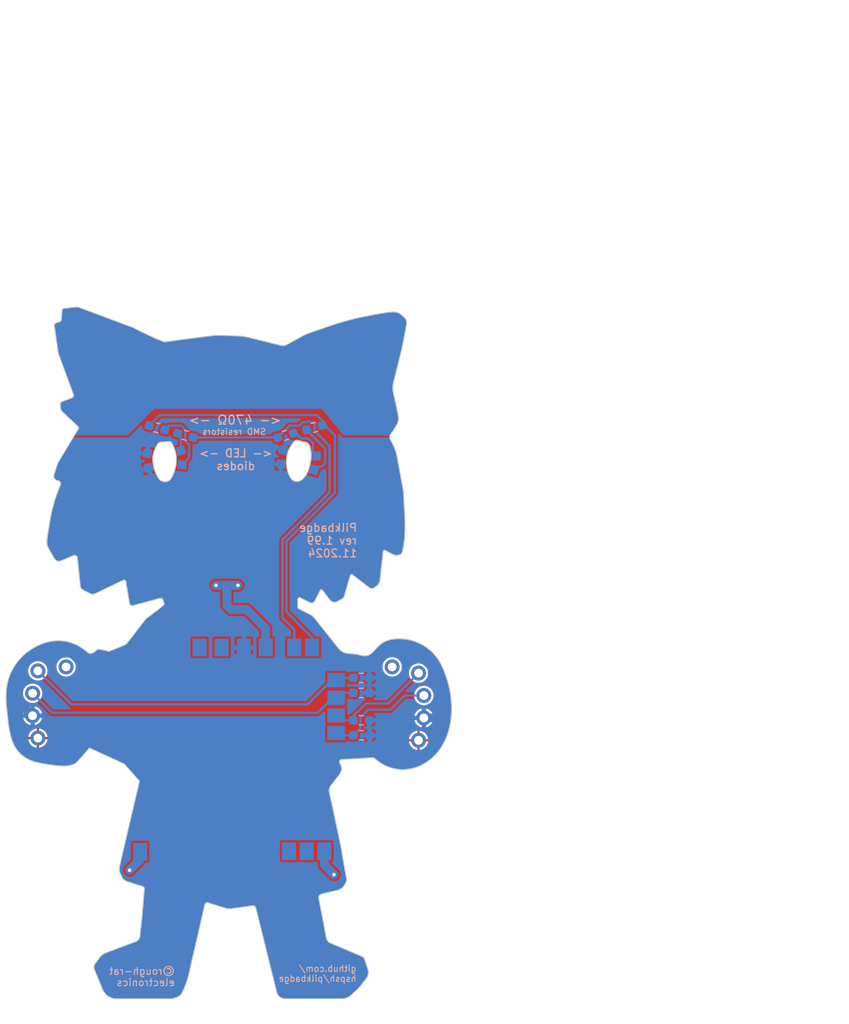
<source format=kicad_pcb>
(kicad_pcb (version 20240108) (generator "pcbnew") (generator_version "8.0")
  (layers (0 "F.Cu" signal) (31 "B.Cu" signal) (34 "B.Paste" user) (35 "F.Paste" user) (36 "B.SilkS" user "B.Silkscreen") (37 "F.SilkS" user "F.Silkscreen") (38 "B.Mask" user) (39 "F.Mask" user) (44 "Edge.Cuts" user))
  (net 0 "")
  (net 3 "GND")
  (net 7 "/LED_PWR")
  (net 8 "Net-(J1-Pin_1)")
  (net 9 "+3.3V")
  (net 10 "Net-(J1-Pin_2)")
  (net 11 "Net-(J2-Pin_2)")
  (net 12 "Net-(J2-Pin_1)")
  (net 13 "Net-(LED1-C-Pad1)")
  (net 14 "Net-(LED1-C-Pad4)")
  (net 15 "Net-(LED2-C-Pad1)")
  (net 16 "Net-(LED2-C-Pad4)")
  (net 17 "/LED1")
  (net 18 "/LED2")
  (footprint "Critbit_lib:Neko_hands" (layer "F.Cu") (at 86 80.2)
    (property "Reference" "J1" (hide yes))
    (property "Value" "HAND_L")
  )
  (footprint "easyeda2kicad:LED-SMD_LTST-C235KGKRKT" (layer "B.Cu") (at 100.7 56.2 -85)
    (property "Reference" "LED2" (hide yes))
    (property "Value" "LTST-C235KGKRKT")
  )
  (footprint "Resistor_SMD:R_0603_1608Metric_Pad0.98x0.95mm_HandSolder" (layer "B.Cu") (at 123 81)
    (property "Reference" "R3" (hide yes))
    (property "Value" "3k3")
  )
  (footprint "Resistor_SMD:R_0603_1608Metric_Pad0.98x0.95mm_HandSolder" (layer "B.Cu") (at 99.818593 52.636172 -15)
    (property "Reference" "R5" (hide yes))
    (property "Value" "3k3")
  )
  (footprint "Resistor_SMD:R_0603_1608Metric_Pad0.98x0.95mm_HandSolder" (layer "B.Cu") (at 117.681407 52.6 -165)
    (property "Reference" "R7" (hide yes))
    (property "Value" "3k3")
  )
  (footprint "easyeda2kicad:LED-SMD_LTST-C235KGKRKT" (layer "B.Cu") (at 115.9 56.3 -100)
    (property "Reference" "LED1" (hide yes))
    (property "Value" "LTST-C235KGKRKT")
  )
  (footprint "Resistor_SMD:R_0603_1608Metric_Pad0.98x0.95mm_HandSolder" (layer "B.Cu") (at 123 85.8)
    (property "Reference" "R1" (hide yes))
    (property "Value" "3k3")
  )
  (footprint "Resistor_SMD:R_0603_1608Metric_Pad0.98x0.95mm_HandSolder" (layer "B.Cu") (at 123.025 87.5)
    (property "Reference" "R2" (hide yes))
    (property "Value" "3k3")
  )
  (footprint "Resistor_SMD:R_0603_1608Metric_Pad0.98x0.95mm_HandSolder" (layer "B.Cu") (at 114.4 53.5 15)
    (property "Reference" "R8" (hide yes))
    (property "Value" "3k3")
  )
  (footprint "Resistor_SMD:R_0603_1608Metric_Pad0.98x0.95mm_HandSolder" (layer "B.Cu") (at 123 82.7)
    (property "Reference" "R4" (hide yes))
    (property "Value" "3k3")
  )
  (footprint "Critbit_lib:Neko_hands" (layer "B.Cu") (at 129.795661 80.452986 180)
    (property "Reference" "J2" (hide yes))
    (property "Value" "HAND_R")
  )
  (footprint "Critbit_lib:pilkbrain2" (layer "B.Cu") (at 108.4 89.15 180)
    (property "Reference" "U1" (hide yes))
    (property "Value" "~")
  )
  (footprint "Connector_PinHeader_2.54mm:PinHeader_1x01_P2.54mm_Vertical" (layer "B.Cu") (at 89.5 79.75 180)
    (property "Reference" "J4" (hide yes))
    (property "Value" "THUMB_L")
  )
  (footprint "Connector_PinHeader_2.54mm:PinHeader_1x01_P2.54mm_Vertical" (layer "B.Cu") (at 126.5 79.75 180)
    (property "Reference" "J3" (hide yes))
    (property "Value" "THUMB_R")
  )
  (footprint "Resistor_SMD:R_0603_1608Metric_Pad0.98x0.95mm_HandSolder" (layer "B.Cu") (at 103.037186 53.5 165)
    (property "Reference" "R6" (hide yes))
    (property "Value" "3k3")
  )
  (gr_line (start 121.065189 71.754362) (end 121.052458 71.783762) (stroke (width 0.1)) (layer "Edge.Cuts"))
  (gr_line (start 124.2084 70.884684) (end 124.174593 70.885273) (stroke (width 0.1)) (layer "Edge.Cuts"))
  (gr_line (start 89.026665 50.781571) (end 89.009324 50.764232) (stroke (width 0.1)) (layer "Edge.Cuts"))
  (gr_line (start 88.784777 58.76374) (end 88.770723 58.748448) (stroke (width 0.1)) (layer "Edge.Cuts"))
  (gr_line (start 118.510658 71.021306) (end 118.501566 71.018993) (stroke (width 0.1)) (layer "Edge.Cuts"))
  (gr_line (start 127.796549 66.078433) (end 127.661122 66.7206) (stroke (width 0.1)) (layer "Edge.Cuts"))
  (gr_line (start 120.606189 77.82008) (end 120.675289 77.880783) (stroke (width 0.1)) (layer "Edge.Cuts"))
  (gr_line (start 115.851972 71.979766) (end 115.845172 71.989154) (stroke (width 0.1)) (layer "Edge.Cuts"))
  (gr_line (start 95.971079 103.81252) (end 95.935465 103.768289) (stroke (width 0.1)) (layer "Edge.Cuts"))
  (gr_line (start 120.771367 72.078672) (end 120.243524 72.35463) (stroke (width 0.1)) (layer "Edge.Cuts"))
  (gr_line (start 105.247678 106.712027) (end 105.243506 106.727454) (stroke (width 0.1)) (layer "Edge.Cuts"))
  (gr_line (start 96.736045 72.689486) (end 96.728707 72.67698) (stroke (width 0.1)) (layer "Edge.Cuts"))
  (gr_line (start 128.166444 40.802913) (end 128.162742 40.840561) (stroke (width 0.1)) (layer "Edge.Cuts"))
  (gr_line (start 115.880281 71.950478) (end 115.875825 71.954292) (stroke (width 0.1)) (layer "Edge.Cuts"))
  (gr_line (start 88.155736 58.391081) (end 88.141973 58.365725) (stroke (width 0.1)) (layer "Edge.Cuts"))
  (gr_line (start 87.564233 63.773053) (end 87.595006 63.564648) (stroke (width 0.1)) (layer "Edge.Cuts"))
  (gr_line (start 105.526861 106.491652) (end 105.511217 106.492921) (stroke (width 0.1)) (layer "Edge.Cuts"))
  (gr_line (start 94.940211 117.365944) (end 94.818509 117.343051) (stroke (width 0.1)) (layer "Edge.Cuts"))
  (gr_line (start 93.925008 112.188415) (end 93.981202 112.163743) (stroke (width 0.1)) (layer "Edge.Cuts"))
  (gr_line (start 88.311273 76.775486) (end 88.446738 76.768869) (stroke (width 0.1)) (layer "Edge.Cuts"))
  (gr_line (start 125.702099 66.542072) (end 125.692824 66.538876) (stroke (width 0.1)) (layer "Edge.Cuts"))
  (gr_line (start 100.005128 54.368406) (end 99.983418 54.385641) (stroke (width 0.1)) (layer "Edge.Cuts"))
  (gr_line (start 97.946762 109.569256) (end 98.022233 108.856434) (stroke (width 0.1)) (layer "Edge.Cuts"))
  (gr_line (start 90.240298 49.182976) (end 90.251151 49.172106) (stroke (width 0.1)) (layer "Edge.Cuts"))
  (gr_line (start 100.417813 72.85359) (end 100.523711 72.758275) (stroke (width 0.1)) (layer "Edge.Cuts"))
  (gr_line (start 120.581595 90.646079) (end 120.592082 90.673273) (stroke (width 0.1)) (layer "Edge.Cuts"))
  (gr_line (start 100.12764 54.304513) (end 100.101516 54.314164) (stroke (width 0.1)) (layer "Edge.Cuts"))
  (gr_line (start 89.131699 39.135103) (end 89.140088 39.13012) (stroke (width 0.1)) (layer "Edge.Cuts"))
  (gr_line (start 115.849165 54.079592) (end 115.811575 54.070251) (stroke (width 0.1)) (layer "Edge.Cuts"))
  (gr_line (start 92.387285 71.500647) (end 92.352515 71.491652) (stroke (width 0.1)) (layer "Edge.Cuts"))
  (gr_line (start 99.239614 42.297583) (end 99.490932 42.421267) (stroke (width 0.1)) (layer "Edge.Cuts"))
  (gr_line (start 99.341105 56.257705) (end 99.347344 56.355863) (stroke (width 0.1)) (layer "Edge.Cuts"))
  (gr_line (start 113.445787 116.794767) (end 113.430164 116.756813) (stroke (width 0.1)) (layer "Edge.Cuts"))
  (gr_line (start 131.115912 78.136906) (end 131.246401 78.274276) (stroke (width 0.1)) (layer "Edge.Cuts"))
  (gr_line (start 125.048157 39.686673) (end 125.465882 39.618081) (stroke (width 0.1)) (layer "Edge.Cuts"))
  (gr_line (start 100.619622 58.739954) (end 100.658166 58.744195) (stroke (width 0.1)) (layer "Edge.Cuts"))
  (gr_line (start 120.867738 117.377445) (end 120.802856 117.378779) (stroke (width 0.1)) (layer "Edge.Cuts"))
  (gr_line (start 118.24353 105.684174) (end 118.233275 105.700816) (stroke (width 0.1)) (layer "Edge.Cuts"))
  (gr_line (start 124.30853 70.867029) (end 124.275531 70.875565) (stroke (width 0.1)) (layer "Edge.Cuts"))
  (gr_line (start 107.951676 107.201182) (end 107.930271 107.200798) (stroke (width 0.1)) (layer "Edge.Cuts"))
  (gr_line (start 88.821513 58.814742) (end 88.810218 58.796916) (stroke (width 0.1)) (layer "Edge.Cuts"))
  (gr_line (start 101.320904 54.239272) (end 101.305869 54.233764) (stroke (width 0.1)) (layer "Edge.Cuts"))
  (gr_line (start 96.908661 72.815534) (end 96.894686 72.811635) (stroke (width 0.1)) (layer "Edge.Cuts"))
  (gr_line (start 96.889736 104.22892) (end 96.839978 104.211802) (stroke (width 0.1)) (layer "Edge.Cuts"))
  (gr_line (start 88.571627 58.646205) (end 88.550678 58.643663) (stroke (width 0.1)) (layer "Edge.Cuts"))
  (gr_line (start 123.121401 78.458508) (end 123.18897 78.468528) (stroke (width 0.1)) (layer "Edge.Cuts"))
  (gr_line (start 125.578734 66.545868) (end 125.569811 66.55023) (stroke (width 0.1)) (layer "Edge.Cuts"))
  (gr_line (start 126.419127 53.259602) (end 126.382384 53.314267) (stroke (width 0.1)) (layer "Edge.Cuts"))
  (gr_line (start 96.006653 77.310416) (end 96.139622 77.248009) (stroke (width 0.1)) (layer "Edge.Cuts"))
  (gr_line (start 126.457452 53.206018) (end 126.419127 53.259602) (stroke (width 0.1)) (layer "Edge.Cuts"))
  (gr_line (start 117.186533 72.480031) (end 117.167216 72.471311) (stroke (width 0.1)) (layer "Edge.Cuts"))
  (gr_line (start 89.913672 90.935645) (end 89.758098 90.965772) (stroke (width 0.1)) (layer "Edge.Cuts"))
  (gr_line (start 127.14076 56.303395) (end 127.157353 56.397088) (stroke (width 0.1)) (layer "Edge.Cuts"))
  (gr_line (start 114.569781 57.210572) (end 114.591114 57.313306) (stroke (width 0.1)) (layer "Edge.Cuts"))
  (gr_line (start 123.205506 112.635959) (end 123.22376 112.649617) (stroke (width 0.1)) (layer "Edge.Cuts"))
  (gr_line (start 120.84083 90.253327) (end 120.827438 90.253921) (stroke (width 0.1)) (layer "Edge.Cuts"))
  (gr_line (start 111.002286 107.049254) (end 110.993152 107.033196) (stroke (width 0.1)) (layer "Edge.Cuts"))
  (gr_line (start 121.060223 117.35748) (end 120.9965 117.366769) (stroke (width 0.1)) (layer "Edge.Cuts"))
  (gr_line (start 88.170998 58.41576) (end 88.155736 58.391081) (stroke (width 0.1)) (layer "Edge.Cuts"))
  (gr_line (start 101.350171 54.252139) (end 101.335677 54.2454) (stroke (width 0.1)) (layer "Edge.Cuts"))
  (gr_line (start 101.227467 54.215911) (end 101.211279 54.214352) (stroke (width 0.1)) (layer "Edge.Cuts"))
  (gr_line (start 114.704577 55.326735) (end 114.678498 55.407959) (stroke (width 0.1)) (layer "Edge.Cuts"))
  (gr_line (start 131.492573 78.563063) (end 131.607979 78.714237) (stroke (width 0.1)) (layer "Edge.Cuts"))
  (gr_line (start 118.528291 71.027576) (end 118.519575 71.024171) (stroke (width 0.1)) (layer "Edge.Cuts"))
  (gr_line (start 100.566072 72.392622) (end 100.544885 72.333112) (stroke (width 0.1)) (layer "Edge.Cuts"))
  (gr_line (start 120.914512 104.740045) (end 120.869654 104.784014) (stroke (width 0.1)) (layer "Edge.Cuts"))
  (gr_line (start 117.269964 55.28915) (end 117.24585 55.132667) (stroke (width 0.1)) (layer "Edge.Cuts"))
  (gr_line (start 97.192618 104.344843) (end 97.065281 104.297299) (stroke (width 0.1)) (layer "Edge.Cuts"))
  (gr_line (start 123.800718 114.571652) (end 123.787384 114.637516) (stroke (width 0.1)) (layer "Edge.Cuts"))
  (gr_line (start 105.252616 106.696907) (end 105.247678 106.712027) (stroke (width 0.1)) (layer "Edge.Cuts"))
  (gr_line (start 124.116066 78.227478) (end 124.206755 78.153409) (stroke (width 0.1)) (layer "Edge.Cuts"))
  (gr_line (start 115.824703 58.708108) (end 115.873488 58.698335) (stroke (width 0.1)) (layer "Edge.Cuts"))
  (gr_line (start 83.036314 80.8682) (end 83.169722 80.52686) (stroke (width 0.1)) (layer "Edge.Cuts"))
  (gr_line (start 87.921682 61.865012) (end 88.068462 61.30742) (stroke (width 0.1)) (layer "Edge.Cuts"))
  (gr_line (start 110.924817 106.948289) (end 110.911401 106.936193) (stroke (width 0.1)) (layer "Edge.Cuts"))
  (gr_line (start 115.899394 71.936595) (end 115.894427 71.939852) (stroke (width 0.1)) (layer "Edge.Cuts"))
  (gr_line (start 120.539338 77.755536) (end 120.606189 77.82008) (stroke (width 0.1)) (layer "Edge.Cuts"))
  (gr_line (start 123.18897 78.468528) (end 123.256951 78.476183) (stroke (width 0.1)) (layer "Edge.Cuts"))
  (gr_line (start 125.552908 66.560518) (end 125.545032 66.566366) (stroke (width 0.1)) (layer "Edge.Cuts"))
  (gr_line (start 115.092853 58.447547) (end 115.1323 58.487544) (stroke (width 0.1)) (layer "Edge.Cuts"))
  (gr_line (start 101.03 58.688742) (end 101.064544 58.673992) (stroke (width 0.1)) (layer "Edge.Cuts"))
  (gr_line (start 132.474071 88.164183) (end 132.193162 88.669631) (stroke (width 0.1)) (layer "Edge.Cuts"))
  (gr_line (start 100.202351 71.977767) (end 100.189118 71.977895) (stroke (width 0.1)) (layer "Edge.Cuts"))
  (gr_line (start 93.207165 77.721375) (end 93.219414 77.722155) (stroke (width 0.1)) (layer "Edge.Cuts"))
  (gr_line (start 96.804089 72.764778) (end 96.792687 72.755505) (stroke (width 0.1)) (layer "Edge.Cuts"))
  (gr_line (start 126.467163 54.265702) (end 126.562627 54.455686) (stroke (width 0.1)) (layer "Edge.Cuts"))
  (gr_line (start 120.113885 72.40495) (end 120.087286 72.411382) (stroke (width 0.1)) (layer "Edge.Cuts"))
  (gr_line (start 83.466812 88.36981) (end 83.3565 88.089198) (stroke (width 0.1)) (layer "Edge.Cuts"))
  (gr_line (start 116.691488 54.286519) (end 116.658639 54.277399) (stroke (width 0.1)) (layer "Edge.Cuts"))
  (gr_line (start 120.154622 77.303397) (end 120.283411 77.464586) (stroke (width 0.1)) (layer "Edge.Cuts"))
  (gr_line (start 100.279572 71.989401) (end 100.267053 71.986032) (stroke (width 0.1)) (layer "Edge.Cuts"))
  (gr_line (start 89.062595 39.202088) (end 89.068152 39.194136) (stroke (width 0.1)) (layer "Edge.Cuts"))
  (gr_line (start 120.957112 104.693721) (end 120.914512 104.740045) (stroke (width 0.1)) (layer "Edge.Cuts"))
  (gr_line (start 99.735407 54.789592) (end 99.690088 54.881928) (stroke (width 0.1)) (layer "Edge.Cuts"))
  (gr_line (start 116.496544 58.278109) (end 116.546319 58.220763) (stroke (width 0.1)) (layer "Edge.Cuts"))
  (gr_line (start 118.402685 105.540234) (end 118.385049 105.549826) (stroke (width 0.1)) (layer "Edge.Cuts"))
  (gr_line (start 94.583981 117.271277) (end 94.471996 117.222958) (stroke (width 0.1)) (layer "Edge.Cuts"))
  (gr_line (start 118.545019 71.035964) (end 118.536781 71.03151) (stroke (width 0.1)) (layer "Edge.Cuts"))
  (gr_line (start 90.853614 52.515882) (end 90.847263 52.509564) (stroke (width 0.1)) (layer "Edge.Cuts"))
  (gr_line (start 101.404943 54.284978) (end 101.391769 54.275907) (stroke (width 0.1)) (layer "Edge.Cuts"))
  (gr_line (start 93.660878 112.340968) (end 93.711295 112.30669) (stroke (width 0.1)) (layer "Edge.Cuts"))
  (gr_line (start 115.678152 58.719502) (end 115.726945 58.71871) (stroke (width 0.1)) (layer "Edge.Cuts"))
  (gr_line (start 88.150628 41.061842) (end 88.148422 41.042127) (stroke (width 0.1)) (layer "Edge.Cuts"))
  (gr_line (start 88.592255 58.64997) (end 88.571627 58.646205) (stroke (width 0.1)) (layer "Edge.Cuts"))
  (gr_line (start 123.054152 78.446485) (end 123.121401 78.458508) (stroke (width 0.1)) (layer "Edge.Cuts"))
  (gr_line (start 98.366164 105.002745) (end 98.368109 104.964051) (stroke (width 0.1)) (layer "Edge.Cuts"))
  (gr_line (start 110.937695 106.960998) (end 110.924817 106.948289) (stroke (width 0.1)) (layer "Edge.Cuts"))
  (gr_line (start 121.826696 69.29963) (end 121.818229 69.304623) (stroke (width 0.1)) (layer "Edge.Cuts"))
  (gr_line (start 117.296972 55.600539) (end 117.286905 55.445102) (stroke (width 0.1)) (layer "Edge.Cuts"))
  (gr_line (start 85.240952 90.254055) (end 85.057937 90.158877) (stroke (width 0.1)) (layer "Edge.Cuts"))
  (gr_line (start 90.204415 49.212499) (end 90.216919 49.203198) (stroke (width 0.1)) (layer "Edge.Cuts"))
  (gr_line (start 116.862258 54.365094) (end 116.836777 54.349348) (stroke (width 0.1)) (layer "Edge.Cuts"))
  (gr_line (start 116.039587 71.912472) (end 116.028157 71.910247) (stroke (width 0.1)) (layer "Edge.Cuts"))
  (gr_line (start 117.206059 72.487704) (end 117.186533 72.480031) (stroke (width 0.1)) (layer "Edge.Cuts"))
  (gr_line (start 114.869642 58.104262) (end 114.917682 58.19825) (stroke (width 0.1)) (layer "Edge.Cuts"))
  (gr_line (start 127.60367 66.856509) (end 127.587263 66.880718) (stroke (width 0.1)) (layer "Edge.Cuts"))
  (gr_line (start 121.922058 69.28071) (end 121.912338 69.279926) (stroke (width 0.1)) (layer "Edge.Cuts"))
  (gr_line (start 90.848235 38.940693) (end 90.871295 38.945228) (stroke (width 0.1)) (layer "Edge.Cuts"))
  (gr_line (start 95.604371 103.110921) (end 95.585966 103.060111) (stroke (width 0.1)) (layer "Edge.Cuts"))
  (gr_line (start 124.732972 70.593303) (end 124.432933 70.80629) (stroke (width 0.1)) (layer "Edge.Cuts"))
  (gr_line (start 123.919909 70.795179) (end 122.003003 69.313514) (stroke (width 0.1)) (layer "Edge.Cuts"))
  (gr_line (start 114.094456 117.347809) (end 114.055494 117.336861) (stroke (width 0.1)) (layer "Edge.Cuts"))
  (gr_line (start 99.588872 57.530869) (end 99.640011 57.663476) (stroke (width 0.1)) (layer "Edge.Cuts"))
  (gr_line (start 90.52897 67.121965) (end 90.512605 67.118887) (stroke (width 0.1)) (layer "Edge.Cuts"))
  (gr_line (start 126.960597 55.44022) (end 127.024002 55.643289) (stroke (width 0.1)) (layer "Edge.Cuts"))
  (gr_line (start 90.124819 77.01716) (end 90.2858 77.074207) (stroke (width 0.1)) (layer "Edge.Cuts"))
  (gr_line (start 101.917163 42.721304) (end 103.389568 42.526834) (stroke (width 0.1)) (layer "Edge.Cuts"))
  (gr_line (start 88.103566 58.004754) (end 88.111735 57.976912) (stroke (width 0.1)) (layer "Edge.Cuts"))
  (gr_line (start 117.584258 74.072588) (end 117.601961 74.093099) (stroke (width 0.1)) (layer "Edge.Cuts"))
  (gr_line (start 114.793655 55.113055) (end 114.732468 55.246037) (stroke (width 0.1)) (layer "Edge.Cuts"))
  (gr_line (start 88.608642 44.195949) (end 88.604916 44.17863) (stroke (width 0.1)) (layer "Edge.Cuts"))
  (gr_line (start 116.823275 41.981744) (end 116.913698 41.94544) (stroke (width 0.1)) (layer "Edge.Cuts"))
  (gr_line (start 120.603666 90.327876) (end 120.593102 90.338138) (stroke (width 0.1)) (layer "Edge.Cuts"))
  (gr_line (start 125.12932 69.922849) (end 125.122363 69.973144) (stroke (width 0.1)) (layer "Edge.Cuts"))
  (gr_line (start 123.806717 114.235794) (end 123.813714 114.303214) (stroke (width 0.1)) (layer "Edge.Cuts"))
  (gr_line (start 115.824204 72.030382) (end 115.822321 72.035887) (stroke (width 0.1)) (layer "Edge.Cuts"))
  (gr_line (start 115.889584 71.943255) (end 115.884868 71.946798) (stroke (width 0.1)) (layer "Edge.Cuts"))
  (gr_line (start 114.379394 43.276626) (end 114.410941 43.264005) (stroke (width 0.1)) (layer "Edge.Cuts"))
  (gr_line (start 128.077562 40.365564) (end 128.094165 40.399689) (stroke (width 0.1)) (layer "Edge.Cuts"))
  (gr_line (start 98.985082 42.178066) (end 99.239614 42.297583) (stroke (width 0.1)) (layer "Edge.Cuts"))
  (gr_line (start 114.678498 55.407959) (end 114.654236 55.489679) (stroke (width 0.1)) (layer "Edge.Cuts"))
  (gr_line (start 117.200008 56.675529) (end 117.22971 56.523245) (stroke (width 0.1)) (layer "Edge.Cuts"))
  (gr_line (start 107.740319 107.170804) (end 107.719739 107.164543) (stroke (width 0.1)) (layer "Edge.Cuts"))
  (gr_line (start 120.799607 72.06297) (end 120.771367 72.078672) (stroke (width 0.1)) (layer "Edge.Cuts"))
  (gr_line (start 89.630218 76.878964) (end 89.796895 76.919473) (stroke (width 0.1)) (layer "Edge.Cuts"))
  (gr_line (start 116.658639 54.277399) (end 116.561946 54.253867) (stroke (width 0.1)) (layer "Edge.Cuts"))
  (gr_line (start 117.572175 72.449286) (end 117.555045 72.459397) (stroke (width 0.1)) (layer "Edge.Cuts"))
  (gr_line (start 125.545032 66.566366) (end 125.537559 66.572654) (stroke (width 0.1)) (layer "Edge.Cuts"))
  (gr_line (start 90.576905 67.136508) (end 90.561157 67.130779) (stroke (width 0.1)) (layer "Edge.Cuts"))
  (gr_line (start 86.228131 77.360181) (end 86.375545 77.289653) (stroke (width 0.1)) (layer "Edge.Cuts"))
  (gr_line (start 114.297228 117.377912) (end 114.25575 117.375284) (stroke (width 0.1)) (layer "Edge.Cuts"))
  (gr_line (start 127.03326 50.43523) (end 127.198099 51.242738) (stroke (width 0.1)) (layer "Edge.Cuts"))
  (gr_line (start 127.215368 51.767642) (end 127.20345 51.841555) (stroke (width 0.1)) (layer "Edge.Cuts"))
  (gr_line (start 88.091379 58.203086) (end 88.088362 58.174852) (stroke (width 0.1)) (layer "Edge.Cuts"))
  (gr_line (start 130.412861 90.557011) (end 130.265144 90.651364) (stroke (width 0.1)) (layer "Edge.Cuts"))
  (gr_line (start 84.142092 78.963102) (end 84.28431 78.801501) (stroke (width 0.1)) (layer "Edge.Cuts"))
  (gr_line (start 116.050895 71.915424) (end 116.039587 71.912472) (stroke (width 0.1)) (layer "Edge.Cuts"))
  (gr_line (start 101.378236 54.267403) (end 101.364364 54.259476) (stroke (width 0.1)) (layer "Edge.Cuts"))
  (gr_line (start 99.690088 54.881928) (end 99.646013 54.974865) (stroke (width 0.1)) (layer "Edge.Cuts"))
  (gr_line (start 110.993152 107.033196) (end 110.983333 107.017656) (stroke (width 0.1)) (layer "Edge.Cuts"))
  (gr_line (start 89.175858 39.113814) (end 89.185306 39.110693) (stroke (width 0.1)) (layer "Edge.Cuts"))
  (gr_line (start 93.146688 77.727109) (end 93.158598 77.724697) (stroke (width 0.1)) (layer "Edge.Cuts"))
  (gr_line (start 101.391769 54.275907) (end 101.378236 54.267403) (stroke (width 0.1)) (layer "Edge.Cuts"))
  (gr_line (start 88.576914 56.577678) (end 88.585781 56.56134) (stroke (width 0.1)) (layer "Edge.Cuts"))
  (gr_line (start 88.860447 49.848211) (end 88.870464 49.823215) (stroke (width 0.1)) (layer "Edge.Cuts"))
  (gr_line (start 114.506691 56.497861) (end 114.506519 56.583242) (stroke (width 0.1)) (layer "Edge.Cuts"))
  (gr_line (start 115.257839 58.588135) (end 115.301785 58.615258) (stroke (width 0.1)) (layer "Edge.Cuts"))
  (gr_line (start 117.004893 41.911056) (end 117.096829 41.878605) (stroke (width 0.1)) (layer "Edge.Cuts"))
  (gr_line (start 117.148804 54.750376) (end 117.127026 54.696557) (stroke (width 0.1)) (layer "Edge.Cuts"))
  (gr_line (start 98.289698 104.716696) (end 98.275966 104.704994) (stroke (width 0.1)) (layer "Edge.Cuts"))
  (gr_line (start 128.134091 40.505545) (end 128.144074 40.541792) (stroke (width 0.1)) (layer "Edge.Cuts"))
  (gr_line (start 126.662837 48.716493) (end 127.03326 50.43523) (stroke (width 0.1)) (layer "Edge.Cuts"))
  (gr_line (start 120.987672 71.893188) (end 120.968204 71.918264) (stroke (width 0.1)) (layer "Edge.Cuts"))
  (gr_line (start 113.462905 116.831833) (end 113.445787 116.794767) (stroke (width 0.1)) (layer "Edge.Cuts"))
  (gr_line (start 90.319418 48.842445) (end 88.634022 44.280762) (stroke (width 0.1)) (layer "Edge.Cuts"))
  (gr_line (start 90.962068 38.97027) (end 90.984316 38.978245) (stroke (width 0.1)) (layer "Edge.Cuts"))
  (gr_line (start 110.897472 106.924726) (end 110.883053 106.913905) (stroke (width 0.1)) (layer "Edge.Cuts"))
  (gr_line (start 125.644971 66.531615) (end 125.635293 66.531907) (stroke (width 0.1)) (layer "Edge.Cuts"))
  (gr_line (start 88.227814 40.809662) (end 88.241515 40.795516) (stroke (width 0.1)) (layer "Edge.Cuts"))
  (gr_line (start 98.25878 104.693451) (end 98.241302 104.682408) (stroke (width 0.1)) (layer "Edge.Cuts"))
  (gr_line (start 91.223043 70.879248) (end 91.201957 70.850843) (stroke (width 0.1)) (layer "Edge.Cuts"))
  (gr_line (start 88.237367 67.574418) (end 88.208254 67.536001) (stroke (width 0.1)) (layer "Edge.Cuts"))
  (gr_line (start 115.981795 54.118759) (end 115.886317 54.09219) (stroke (width 0.1)) (layer "Edge.Cuts"))
  (gr_line (start 126.646592 48.636087) (end 126.662837 48.716493) (stroke (width 0.1)) (layer "Edge.Cuts"))
  (gr_line (start 120.546655 90.43468) (end 120.544951 90.448131) (stroke (width 0.1)) (layer "Edge.Cuts"))
  (gr_line (start 88.953739 40.37074) (end 88.955658 40.358608) (stroke (width 0.1)) (layer "Edge.Cuts"))
  (gr_line (start 114.526169 56.157621) (end 114.518491 56.242427) (stroke (width 0.1)) (layer "Edge.Cuts"))
  (gr_line (start 88.841457 49.983324) (end 88.840871 49.955315) (stroke (width 0.1)) (layer "Edge.Cuts"))
  (gr_line (start 127.157353 56.397088) (end 127.527768 58.397339) (stroke (width 0.1)) (layer "Edge.Cuts"))
  (gr_line (start 102.251846 117.133659) (end 102.167159 117.180849) (stroke (width 0.1)) (layer "Edge.Cuts"))
  (gr_line (start 125.68733 90.933529) (end 125.513833 90.845772) (stroke (width 0.1)) (layer "Edge.Cuts"))
  (gr_line (start 126.239757 53.648381) (end 126.239323 53.6835) (stroke (width 0.1)) (layer "Edge.Cuts"))
  (gr_line (start 100.17583 71.978638) (end 100.162506 71.980005) (stroke (width 0.1)) (layer "Edge.Cuts"))
  (gr_line (start 88.93317 40.440313) (end 88.937638 40.42915) (stroke (width 0.1)) (layer "Edge.Cuts"))
  (gr_line (start 101.464652 58.279374) (end 101.48082 58.242707) (stroke (width 0.1)) (layer "Edge.Cuts"))
  (gr_line (start 98.149927 104.63484) (end 98.130933 104.626888) (stroke (width 0.1)) (layer "Edge.Cuts"))
  (gr_line (start 117.487977 73.97793) (end 117.50823 73.995777) (stroke (width 0.1)) (layer "Edge.Cuts"))
  (gr_line (start 121.369157 117.272592) (end 121.308921 117.294606) (stroke (width 0.1)) (layer "Edge.Cuts"))
  (gr_line (start 128.16713 40.690013) (end 128.168629 40.72758) (stroke (width 0.1)) (layer "Edge.Cuts"))
  (gr_line (start 117.200658 54.91843) (end 117.185375 54.861616) (stroke (width 0.1)) (layer "Edge.Cuts"))
  (gr_line (start 119.39398 110.996204) (end 119.436477 111.022351) (stroke (width 0.1)) (layer "Edge.Cuts"))
  (gr_line (start 121.794997 69.322445) (end 121.788039 69.329268) (stroke (width 0.1)) (layer "Edge.Cuts"))
  (gr_line (start 116.78233 54.320923) (end 116.753303 54.308319) (stroke (width 0.1)) (layer "Edge.Cuts"))
  (gr_line (start 126.054844 76.716737) (end 126.248346 76.663177) (stroke (width 0.1)) (layer "Edge.Cuts"))
  (gr_line (start 120.765384 91.437033) (end 120.755102 91.496616) (stroke (width 0.1)) (layer "Edge.Cuts"))
  (gr_line (start 96.054081 69.913292) (end 96.042305 69.914248) (stroke (width 0.1)) (layer "Edge.Cuts"))
  (gr_line (start 120.709025 90.274381) (end 120.69622 90.278312) (stroke (width 0.1)) (layer "Edge.Cuts"))
  (gr_line (start 127.002144 67.114273) (end 126.956195 67.113194) (stroke (width 0.1)) (layer "Edge.Cuts"))
  (gr_line (start 88.840751 58.852136) (end 88.831722 58.833211) (stroke (width 0.1)) (layer "Edge.Cuts"))
  (gr_line (start 119.872777 72.420623) (end 119.820052 72.411507) (stroke (width 0.1)) (layer "Edge.Cuts"))
  (gr_line (start 110.717332 106.8447) (end 110.699145 106.84203) (stroke (width 0.1)) (layer "Edge.Cuts"))
  (gr_line (start 129.572466 77.049656) (end 129.744259 77.133122) (stroke (width 0.1)) (layer "Edge.Cuts"))
  (gr_line (start 90.637402 38.931311) (end 90.660932 38.929536) (stroke (width 0.1)) (layer "Edge.Cuts"))
  (gr_line (start 118.587761 71.072985) (end 118.58156 71.065643) (stroke (width 0.1)) (layer "Edge.Cuts"))
  (gr_line (start 119.389411 93.567288) (end 119.37892 93.617998) (stroke (width 0.1)) (layer "Edge.Cuts"))
  (gr_line (start 97.419973 110.872137) (end 97.443264 110.86182) (stroke (width 0.1)) (layer "Edge.Cuts"))
  (gr_line (start 102.408054 117.024922) (end 102.370861 117.053891) (stroke (width 0.1)) (layer "Edge.Cuts"))
  (gr_line (start 117.254626 56.370559) (end 117.274457 56.217456) (stroke (width 0.1)) (layer "Edge.Cuts"))
  (gr_line (start 87.310053 65.647863) (end 87.306093 65.57745) (stroke (width 0.1)) (layer "Edge.Cuts"))
  (gr_line (start 96.206909 69.968333) (end 96.197962 69.960549) (stroke (width 0.1)) (layer "Edge.Cuts"))
  (gr_line (start 88.215116 40.824558) (end 88.227814 40.809662) (stroke (width 0.1)) (layer "Edge.Cuts"))
  (gr_line (start 87.372185 65.993668) (end 87.354172 65.925628) (stroke (width 0.1)) (layer "Edge.Cuts"))
  (gr_line (start 89.074036 39.186436) (end 89.080236 39.178998) (stroke (width 0.1)) (layer "Edge.Cuts"))
  (gr_line (start 126.652862 54.648123) (end 126.737821 54.842903) (stroke (width 0.1)) (layer "Edge.Cuts"))
  (gr_line (start 86.537845 77.216805) (end 86.714524 77.143513) (stroke (width 0.1)) (layer "Edge.Cuts"))
  (gr_line (start 125.015536 90.540829) (end 124.857571 90.425608) (stroke (width 0.1)) (layer "Edge.Cuts"))
  (gr_line (start 127.507375 66.965388) (end 127.484159 66.983174) (stroke (width 0.1)) (layer "Edge.Cuts"))
  (gr_line (start 116.065893 58.629841) (end 116.11286 58.605458) (stroke (width 0.1)) (layer "Edge.Cuts"))
  (gr_line (start 89.224834 39.102337) (end 90.613899 38.933797) (stroke (width 0.1)) (layer "Edge.Cuts"))
  (gr_line (start 125.886992 39.557042) (end 126.297988 39.50794) (stroke (width 0.1)) (layer "Edge.Cuts"))
  (gr_line (start 126.657285 39.486569) (end 126.717075 39.489847) (stroke (width 0.1)) (layer "Edge.Cuts"))
  (gr_line (start 117.085173 57.130135) (end 117.127441 56.978957) (stroke (width 0.1)) (layer "Edge.Cuts"))
  (gr_line (start 99.919937 58.222498) (end 99.956519 58.281262) (stroke (width 0.1)) (layer "Edge.Cuts"))
  (gr_line (start 114.174096 117.364874) (end 114.134003 117.357157) (stroke (width 0.1)) (layer "Edge.Cuts"))
  (gr_line (start 117.356902 73.882968) (end 117.379828 73.897304) (stroke (width 0.1)) (layer "Edge.Cuts"))
  (gr_line (start 90.613899 38.933797) (end 90.637402 38.931311) (stroke (width 0.1)) (layer "Edge.Cuts"))
  (gr_line (start 88.945349 40.406276) (end 88.948577 40.394584) (stroke (width 0.1)) (layer "Edge.Cuts"))
  (gr_line (start 101.361206 58.444609) (end 101.384715 58.414064) (stroke (width 0.1)) (layer "Edge.Cuts"))
  (gr_line (start 115.819967 73.025394) (end 115.832683 73.048853) (stroke (width 0.1)) (layer "Edge.Cuts"))
  (gr_line (start 99.397128 56.745939) (end 99.415757 56.842586) (stroke (width 0.1)) (layer "Edge.Cuts"))
  (gr_line (start 101.163668 58.620439) (end 101.195014 58.599575) (stroke (width 0.1)) (layer "Edge.Cuts"))
  (gr_line (start 100.337788 58.654948) (end 100.368346 58.669362) (stroke (width 0.1)) (layer "Edge.Cuts"))
  (gr_line (start 120.545356 90.503792) (end 120.549277 90.532341) (stroke (width 0.1)) (layer "Edge.Cuts"))
  (gr_line (start 124.987355 77.341954) (end 125.029463 77.303549) (stroke (width 0.1)) (layer "Edge.Cuts"))
  (gr_line (start 96.124281 69.921528) (end 96.112779 69.918493) (stroke (width 0.1)) (layer "Edge.Cuts"))
  (gr_line (start 97.682763 110.684722) (end 97.714575 110.646819) (stroke (width 0.1)) (layer "Edge.Cuts"))
  (gr_line (start 88.80249 40.591995) (end 88.812694 40.585512) (stroke (width 0.1)) (layer "Edge.Cuts"))
  (gr_line (start 93.194934 77.721245) (end 93.207165 77.721375) (stroke (width 0.1)) (layer "Edge.Cuts"))
  (gr_line (start 109.447946 42.242598) (end 109.600287 42.26146) (stroke (width 0.1)) (layer "Edge.Cuts"))
  (gr_line (start 120.734891 90.267506) (end 120.721918 90.270779) (stroke (width 0.1)) (layer "Edge.Cuts"))
  (gr_line (start 91.124624 70.691821) (end 91.115194 70.657217) (stroke (width 0.1)) (layer "Edge.Cuts"))
  (gr_line (start 83.73842 88.897433) (end 83.66361 88.769876) (stroke (width 0.1)) (layer "Edge.Cuts"))
  (gr_line (start 90.429553 67.116946) (end 90.412958 67.119275) (stroke (width 0.1)) (layer "Edge.Cuts"))
  (gr_line (start 100.251589 58.603826) (end 100.279438 58.62212) (stroke (width 0.1)) (layer "Edge.Cuts"))
  (gr_line (start 95.522828 102.744675) (end 95.520265 102.691033) (stroke (width 0.1)) (layer "Edge.Cuts"))
  (gr_line (start 118.178111 105.949156) (end 118.180536 105.969707) (stroke (width 0.1)) (layer "Edge.Cuts"))
  (gr_line (start 123.921873 78.353438) (end 123.972223 78.325115) (stroke (width 0.1)) (layer "Edge.Cuts"))
  (gr_line (start 116.766738 57.912961) (end 116.804919 57.847511) (stroke (width 0.1)) (layer "Edge.Cuts"))
  (gr_line (start 123.166796 112.611518) (end 123.186507 112.623247) (stroke (width 0.1)) (layer "Edge.Cuts"))
  (gr_line (start 96.144219 103.96416) (end 96.119525 103.947773) (stroke (width 0.1)) (layer "Edge.Cuts"))
  (gr_line (start 105.636145 106.505206) (end 105.620772 106.500843) (stroke (width 0.1)) (layer "Edge.Cuts"))
  (gr_line (start 121.902571 69.279733) (end 121.892786 69.280133) (stroke (width 0.1)) (layer "Edge.Cuts"))
  (gr_line (start 115.832683 73.048853) (end 115.847051 73.071338) (stroke (width 0.1)) (layer "Edge.Cuts"))
  (gr_line (start 128.157288 40.878118) (end 128.150073 40.915524) (stroke (width 0.1)) (layer "Edge.Cuts"))
  (gr_line (start 102.478213 116.96344) (end 102.443866 116.994771) (stroke (width 0.1)) (layer "Edge.Cuts"))
  (gr_line (start 88.928883 49.733638) (end 88.947719 49.714393) (stroke (width 0.1)) (layer "Edge.Cuts"))
  (gr_line (start 115.786734 72.923679) (end 115.792288 72.950103) (stroke (width 0.1)) (layer "Edge.Cuts"))
  (gr_line (start 120.474186 77.687432) (end 120.539338 77.755536) (stroke (width 0.1)) (layer "Edge.Cuts"))
  (gr_line (start 96.728707 72.67698) (end 96.72201 72.664109) (stroke (width 0.1)) (layer "Edge.Cuts"))
  (gr_line (start 125.635293 66.531907) (end 125.625641 66.532781) (stroke (width 0.1)) (layer "Edge.Cuts"))
  (gr_line (start 120.543797 90.475647) (end 120.544259 90.489655) (stroke (width 0.1)) (layer "Edge.Cuts"))
  (gr_line (start 88.74759 40.618748) (end 88.759062 40.614186) (stroke (width 0.1)) (layer "Edge.Cuts"))
  (gr_line (start 98.111726 104.619467) (end 98.092316 104.612581) (stroke (width 0.1)) (layer "Edge.Cuts"))
  (gr_line (start 99.543166 57.396354) (end 99.588872 57.530869) (stroke (width 0.1)) (layer "Edge.Cuts"))
  (gr_line (start 114.859254 54.982333) (end 114.793655 55.113055) (stroke (width 0.1)) (layer "Edge.Cuts"))
  (gr_line (start 93.089784 77.748375) (end 93.100729 77.742914) (stroke (width 0.1)) (layer "Edge.Cuts"))
  (gr_line (start 101.243512 54.218154) (end 101.227467 54.215911) (stroke (width 0.1)) (layer "Edge.Cuts"))
  (gr_line (start 120.683509 90.282569) (end 120.670898 90.287153) (stroke (width 0.1)) (layer "Edge.Cuts"))
  (gr_line (start 88.41985 67.721029) (end 88.379164 67.698075) (stroke (width 0.1)) (layer "Edge.Cuts"))
  (gr_line (start 90.767622 67.374388) (end 90.764504 67.35769) (stroke (width 0.1)) (layer "Edge.Cuts"))
  (gr_line (start 89.442523 91.000631) (end 89.281561 91.006747) (stroke (width 0.1)) (layer "Edge.Cuts"))
  (gr_line (start 84.413015 89.703071) (end 84.298976 89.597745) (stroke (width 0.1)) (layer "Edge.Cuts"))
  (gr_line (start 88.797958 58.779906) (end 88.784777 58.76374) (stroke (width 0.1)) (layer "Edge.Cuts"))
  (gr_line (start 97.4068 41.415245) (end 97.453639 41.441515) (stroke (width 0.1)) (layer "Edge.Cuts"))
  (gr_line (start 116.936965 57.574299) (end 116.964656 57.503375) (stroke (width 0.1)) (layer "Edge.Cuts"))
  (gr_line (start 88.962805 50.707983) (end 88.949189 50.687945) (stroke (width 0.1)) (layer "Edge.Cuts"))
  (gr_line (start 89.068152 39.194136) (end 89.074036 39.186436) (stroke (width 0.1)) (layer "Edge.Cuts"))
  (gr_line (start 101.48082 58.242707) (end 101.596408 58.007824) (stroke (width 0.1)) (layer "Edge.Cuts"))
  (gr_line (start 90.684472 38.92847) (end 90.708008 38.92811) (stroke (width 0.1)) (layer "Edge.Cuts"))
  (gr_line (start 102.008608 56.118735) (end 101.991391 55.881265) (stroke (width 0.1)) (layer "Edge.Cuts"))
  (gr_line (start 92.458683 78.173771) (end 92.484176 78.166137) (stroke (width 0.1)) (layer "Edge.Cuts"))
  (gr_line (start 124.555166 90.17538) (end 124.541237 90.163444) (stroke (width 0.1)) (layer "Edge.Cuts"))
  (gr_line (start 98.35661 104.835533) (end 98.351902 104.818634) (stroke (width 0.1)) (layer "Edge.Cuts"))
  (gr_line (start 127.20345 51.841555) (end 127.188008 51.914813) (stroke (width 0.1)) (layer "Edge.Cuts"))
  (gr_line (start 90.698778 67.224008) (end 90.687674 67.211568) (stroke (width 0.1)) (layer "Edge.Cuts"))
  (gr_line (start 127.750021 59.6086) (end 127.760358 59.668145) (stroke (width 0.1)) (layer "Edge.Cuts"))
  (gr_line (start 96.237781 70.003989) (end 96.230836 69.994442) (stroke (width 0.1)) (layer "Edge.Cuts"))
  (gr_line (start 127.482208 76.54912) (end 127.691131 76.560964) (stroke (width 0.1)) (layer "Edge.Cuts"))
  (gr_line (start 90.3773 90.786176) (end 90.222793 90.846539) (stroke (width 0.1)) (layer "Edge.Cuts"))
  (gr_line (start 84.905695 78.207216) (end 85.073472 78.072339) (stroke (width 0.1)) (layer "Edge.Cuts"))
  (gr_line (start 115.813347 72.08793) (end 115.781854 72.841728) (stroke (width 0.1)) (layer "Edge.Cuts"))
  (gr_line (start 84.191183 89.489065) (end 84.089423 89.377091) (stroke (width 0.1)) (layer "Edge.Cuts"))
  (gr_line (start 91.201568 77.527187) (end 91.344601 77.620519) (stroke (width 0.1)) (layer "Edge.Cuts"))
  (gr_line (start 83.874381 79.301006) (end 84.005402 79.129647) (stroke (width 0.1)) (layer "Edge.Cuts"))
  (gr_line (start 96.270161 70.080279) (end 96.267398 70.068527) (stroke (width 0.1)) (layer "Edge.Cuts"))
  (gr_line (start 116.753303 54.308319) (end 116.723032 54.296838) (stroke (width 0.1)) (layer "Edge.Cuts"))
  (gr_line (start 88.992889 50.746163) (end 88.977377 50.727401) (stroke (width 0.1)) (layer "Edge.Cuts"))
  (gr_line (start 126.646606 47.580237) (end 126.632698 47.66086) (stroke (width 0.1)) (layer "Edge.Cuts"))
  (gr_line (start 125.204775 77.158312) (end 125.25026 77.124144) (stroke (width 0.1)) (layer "Edge.Cuts"))
  (gr_line (start 87.381176 64.866632) (end 87.454941 64.426096) (stroke (width 0.1)) (layer "Edge.Cuts"))
  (gr_line (start 92.583079 78.124381) (end 92.60685 78.111132) (stroke (width 0.1)) (layer "Edge.Cuts"))
  (gr_line (start 107.781882 107.181577) (end 107.761038 107.176482) (stroke (width 0.1)) (layer "Edge.Cuts"))
  (gr_line (start 93.231655 77.72359) (end 93.243865 77.725687) (stroke (width 0.1)) (layer "Edge.Cuts"))
  (gr_line (start 123.762492 78.423534) (end 123.817087 78.402805) (stroke (width 0.1)) (layer "Edge.Cuts"))
  (gr_line (start 89.11565 39.146084) (end 89.12355 39.140427) (stroke (width 0.1)) (layer "Edge.Cuts"))
  (gr_line (start 90.280223 49.136758) (end 90.288714 49.124147) (stroke (width 0.1)) (layer "Edge.Cuts"))
  (gr_line (start 120.774503 91.316458) (end 120.77186 91.376918) (stroke (width 0.1)) (layer "Edge.Cuts"))
  (gr_line (start 121.038302 71.812392) (end 121.02276 71.840205) (stroke (width 0.1)) (layer "Edge.Cuts"))
  (gr_line (start 110.837104 106.885475) (end 110.820973 106.877395) (stroke (width 0.1)) (layer "Edge.Cuts"))
  (gr_line (start 92.22333 78.192208) (end 92.249556 78.194615) (stroke (width 0.1)) (layer "Edge.Cuts"))
  (gr_line (start 121.764645 69.360436) (end 121.760001 69.369099) (stroke (width 0.1)) (layer "Edge.Cuts"))
  (gr_line (start 125.296383 77.090849) (end 125.34313 77.058438) (stroke (width 0.1)) (layer "Edge.Cuts"))
  (gr_line (start 121.16796 78.148524) (end 121.217295 78.162225) (stroke (width 0.1)) (layer "Edge.Cuts"))
  (gr_line (start 85.817888 90.483616) (end 85.620694 90.41554) (stroke (width 0.1)) (layer "Edge.Cuts"))
  (gr_line (start 119.364786 93.824988) (end 119.368344 93.877204) (stroke (width 0.1)) (layer "Edge.Cuts"))
  (gr_line (start 89.204742 39.10567) (end 89.21471 39.103787) (stroke (width 0.1)) (layer "Edge.Cuts"))
  (gr_line (start 101.44211 54.315487) (end 101.430133 54.304779) (stroke (width 0.1)) (layer "Edge.Cuts"))
  (gr_line (start 88.740179 58.720601) (end 88.72378 58.708104) (stroke (width 0.1)) (layer "Edge.Cuts"))
  (gr_line (start 124.497133 90.130981) (end 124.481715 90.1213) (stroke (width 0.1)) (layer "Edge.Cuts"))
  (gr_line (start 84.005402 79.129647) (end 84.142092 78.963102) (stroke (width 0.1)) (layer "Edge.Cuts"))
  (gr_line (start 117.519535 72.477102) (end 117.501223 72.484673) (stroke (width 0.1)) (layer "Edge.Cuts"))
  (gr_line (start 96.189666 103.991231) (end 96.144219 103.96416) (stroke (width 0.1)) (layer "Edge.Cuts"))
  (gr_line (start 95.740785 103.418262) (end 95.647863 103.210364) (stroke (width 0.1)) (layer "Edge.Cuts"))
  (gr_line (start 97.39623 110.881691) (end 97.419973 110.872137) (stroke (width 0.1)) (layer "Edge.Cuts"))
  (gr_line (start 97.816654 92.696083) (end 96.103476 90.768061) (stroke (width 0.1)) (layer "Edge.Cuts"))
  (gr_line (start 101.50408 54.390373) (end 101.495027 54.376679) (stroke (width 0.1)) (layer "Edge.Cuts"))
  (gr_line (start 119.437157 93.419466) (end 119.418556 93.467908) (stroke (width 0.1)) (layer "Edge.Cuts"))
  (gr_line (start 113.621102 117.063711) (end 113.569463 117.002709) (stroke (width 0.1)) (layer "Edge.Cuts"))
  (gr_line (start 88.872482 50.48575) (end 88.869361 50.461525) (stroke (width 0.1)) (layer "Edge.Cuts"))
  (gr_line (start 88.182116 67.494764) (end 87.537588 66.383519) (stroke (width 0.1)) (layer "Edge.Cuts"))
  (gr_line (start 89.117843 91.006244) (end 88.950888 90.999812) (stroke (width 0.1)) (layer "Edge.Cuts"))
  (gr_line (start 123.81005 114.505102) (end 123.800718 114.571652) (stroke (width 0.1)) (layer "Edge.Cuts"))
  (gr_line (start 118.36799 105.560202) (end 118.351527 105.571336) (stroke (width 0.1)) (layer "Edge.Cuts"))
  (gr_line (start 126.604841 48.311808) (end 126.611795 48.393176) (stroke (width 0.1)) (layer "Edge.Cuts"))
  (gr_line (start 90.778427 38.931255) (end 90.801786 38.933704) (stroke (width 0.1)) (layer "Edge.Cuts"))
  (gr_line (start 100.62627 72.638022) (end 100.614952 72.575716) (stroke (width 0.1)) (layer "Edge.Cuts"))
  (gr_line (start 88.183243 40.873213) (end 88.192809 40.856388) (stroke (width 0.1)) (layer "Edge.Cuts"))
  (gr_line (start 96.88091 72.807024) (end 96.867362 72.801707) (stroke (width 0.1)) (layer "Edge.Cuts"))
  (gr_line (start 98.368099 104.925942) (end 98.365692 104.88877) (stroke (width 0.1)) (layer "Edge.Cuts"))
  (gr_line (start 128.017955 40.273645) (end 128.038917 40.302671) (stroke (width 0.1)) (layer "Edge.Cuts"))
  (gr_line (start 126.597893 48.148773) (end 126.600207 48.230323) (stroke (width 0.1)) (layer "Edge.Cuts"))
  (gr_line (start 105.279651 106.639993) (end 105.271837 106.653638) (stroke (width 0.1)) (layer "Edge.Cuts"))
  (gr_line (start 95.68583 77.450126) (end 96.006653 77.310416) (stroke (width 0.1)) (layer "Edge.Cuts"))
  (gr_line (start 115.517042 54.106348) (end 115.483745 54.12391) (stroke (width 0.1)) (layer "Edge.Cuts"))
  (gr_line (start 127.120776 52.129366) (end 127.091477 52.198714) (stroke (width 0.1)) (layer "Edge.Cuts"))
  (gr_line (start 116.913698 41.94544) (end 117.004893 41.911056) (stroke (width 0.1)) (layer "Edge.Cuts"))
  (gr_line (start 90.910255 52.647468) (end 90.908744 52.630544) (stroke (width 0.1)) (layer "Edge.Cuts"))
  (gr_line (start 92.380965 78.189958) (end 92.40704 78.185681) (stroke (width 0.1)) (layer "Edge.Cuts"))
  (gr_line (start 89.009324 50.764232) (end 88.992889 50.746163) (stroke (width 0.1)) (layer "Edge.Cuts"))
  (gr_line (start 130.840818 77.876818) (end 130.980671 78.004379) (stroke (width 0.1)) (layer "Edge.Cuts"))
  (gr_line (start 119.248951 76.164367) (end 120.154622 77.303397) (stroke (width 0.1)) (layer "Edge.Cuts"))
  (gr_line (start 116.465037 54.23153) (end 116.27109 54.188266) (stroke (width 0.1)) (layer "Edge.Cuts"))
  (gr_line (start 121.626013 78.223707) (end 121.877752 78.243791) (stroke (width 0.1)) (layer "Edge.Cuts"))
  (gr_line (start 105.495659 106.494982) (end 105.480215 106.497832) (stroke (width 0.1)) (layer "Edge.Cuts"))
  (gr_line (start 100.662297 42.88253) (end 100.680312 42.884429) (stroke (width 0.1)) (layer "Edge.Cuts"))
  (gr_line (start 121.863586 69.284947) (end 121.853996 69.287772) (stroke (width 0.1)) (layer "Edge.Cuts"))
  (gr_line (start 115.936579 71.918508) (end 115.925639 71.922783) (stroke (width 0.1)) (layer "Edge.Cuts"))
  (gr_line (start 124.948039 70.383603) (end 124.91724 70.422861) (stroke (width 0.1)) (layer "Edge.Cuts"))
  (gr_line (start 121.931706 69.282078) (end 121.922058 69.28071) (stroke (width 0.1)) (layer "Edge.Cuts"))
  (gr_line (start 114.8245 58.009031) (end 114.869642 58.104262) (stroke (width 0.1)) (layer "Edge.Cuts"))
  (gr_line (start 126.983251 52.398442) (end 126.76008 52.749409) (stroke (width 0.1)) (layer "Edge.Cuts"))
  (gr_line (start 116.907115 57.644221) (end 116.936965 57.574299) (stroke (width 0.1)) (layer "Edge.Cuts"))
  (gr_line (start 100.224587 58.584359) (end 100.251589 58.603826) (stroke (width 0.1)) (layer "Edge.Cuts"))
  (gr_line (start 128.158995 40.615375) (end 128.163915 40.652592) (stroke (width 0.1)) (layer "Edge.Cuts"))
  (gr_line (start 92.171236 78.184063) (end 92.197211 78.18869) (stroke (width 0.1)) (layer "Edge.Cuts"))
  (gr_line (start 127.176664 91.371814) (end 126.982704 91.343563) (stroke (width 0.1)) (layer "Edge.Cuts"))
  (gr_line (start 115.660493 54.064386) (end 115.623457 54.070526) (stroke (width 0.1)) (layer "Edge.Cuts"))
  (gr_line (start 115.533201 58.703628) (end 115.58119 58.711979) (stroke (width 0.1)) (layer "Edge.Cuts"))
  (gr_line (start 120.676435 91.725862) (end 120.647515 91.779964) (stroke (width 0.1)) (layer "Edge.Cuts"))
  (gr_line (start 100.686971 54.252857) (end 100.238071 54.282955) (stroke (width 0.1)) (layer "Edge.Cuts"))
  (gr_line (start 126.686384 67.059238) (end 126.643198 67.04241) (stroke (width 0.1)) (layer "Edge.Cuts"))
  (gr_line (start 124.773683 70.562962) (end 124.732972 70.593303) (stroke (width 0.1)) (layer "Edge.Cuts"))
  (gr_line (start 115.880526 73.113011) (end 115.899523 73.132014) (stroke (width 0.1)) (layer "Edge.Cuts"))
  (gr_line (start 118.58156 71.065643) (end 118.574956 71.058755) (stroke (width 0.1)) (layer "Edge.Cuts"))
  (gr_line (start 128.507293 91.327918) (end 128.320389 91.356914) (stroke (width 0.1)) (layer "Edge.Cuts"))
  (gr_line (start 92.27585 78.195911) (end 92.302176 78.196094) (stroke (width 0.1)) (layer "Edge.Cuts"))
  (gr_line (start 132.811467 81.384867) (end 132.97331 82.017447) (stroke (width 0.1)) (layer "Edge.Cuts"))
  (gr_line (start 88.505963 67.756747) (end 88.462189 67.740617) (stroke (width 0.1)) (layer "Edge.Cuts"))
  (gr_line (start 98.093074 108.143151) (end 98.159287 107.429403) (stroke (width 0.1)) (layer "Edge.Cuts"))
  (gr_line (start 132.119381 79.58382) (end 132.383629 80.163903) (stroke (width 0.1)) (layer "Edge.Cuts"))
  (gr_line (start 90.592372 67.143112) (end 90.576905 67.136508) (stroke (width 0.1)) (layer "Edge.Cuts"))
  (gr_line (start 125.072272 77.265973) (end 125.115768 77.229236) (stroke (width 0.1)) (layer "Edge.Cuts"))
  (gr_line (start 92.692314 113.562192) (end 92.708808 113.523468) (stroke (width 0.1)) (layer "Edge.Cuts"))
  (gr_line (start 120.14031 72.397318) (end 120.113885 72.40495) (stroke (width 0.1)) (layer "Edge.Cuts"))
  (gr_line (start 88.233962 60.755095) (end 88.41805 60.208512) (stroke (width 0.1)) (layer "Edge.Cuts"))
  (gr_line (start 120.773287 91.25584) (end 120.774503 91.316458) (stroke (width 0.1)) (layer "Edge.Cuts"))
  (gr_line (start 115.587081 54.079603) (end 115.551549 54.091561) (stroke (width 0.1)) (layer "Edge.Cuts"))
  (gr_line (start 91.996597 78.1207) (end 92.020512 78.133063) (stroke (width 0.1)) (layer "Edge.Cuts"))
  (gr_line (start 120.544259 90.489655) (end 120.545356 90.503792) (stroke (width 0.1)) (layer "Edge.Cuts"))
  (gr_line (start 87.503283 66.321163) (end 87.471649 66.257644) (stroke (width 0.1)) (layer "Edge.Cuts"))
  (gr_line (start 95.871486 103.674141) (end 95.842562 103.624767) (stroke (width 0.1)) (layer "Edge.Cuts"))
  (gr_line (start 99.646013 54.974865) (end 99.603188 55.068388) (stroke (width 0.1)) (layer "Edge.Cuts"))
  (gr_line (start 88.446738 76.768869) (end 88.584719 76.766124) (stroke (width 0.1)) (layer "Edge.Cuts"))
  (gr_line (start 91.754588 77.929774) (end 91.884437 78.042392) (stroke (width 0.1)) (layer "Edge.Cuts"))
  (gr_line (start 100.606524 42.871989) (end 100.643969 42.879787) (stroke (width 0.1)) (layer "Edge.Cuts"))
  (gr_line (start 128.094165 40.399689) (end 128.109128 40.434434) (stroke (width 0.1)) (layer "Edge.Cuts"))
  (gr_line (start 117.22576 72.49434) (end 117.206059 72.487704) (stroke (width 0.1)) (layer "Edge.Cuts"))
  (gr_line (start 93.182745 77.721759) (end 93.194934 77.721245) (stroke (width 0.1)) (layer "Edge.Cuts"))
  (gr_line (start 121.788039 69.329268) (end 121.781506 69.336498) (stroke (width 0.1)) (layer "Edge.Cuts"))
  (gr_line (start 100.584828 72.452942) (end 100.566072 72.392622) (stroke (width 0.1)) (layer "Edge.Cuts"))
  (gr_line (start 100.885862 58.731535) (end 100.922675 58.723321) (stroke (width 0.1)) (layer "Edge.Cuts"))
  (gr_line (start 89.043817 39.23621) (end 89.047975 39.227352) (stroke (width 0.1)) (layer "Edge.Cuts"))
  (gr_line (start 90.310428 49.08418) (end 90.316375 49.07023) (stroke (width 0.1)) (layer "Edge.Cuts"))
  (gr_line (start 102.648738 116.75093) (end 102.624975 116.789248) (stroke (width 0.1)) (layer "Edge.Cuts"))
  (gr_line (start 98.279671 106.001456) (end 98.308379 105.631033) (stroke (width 0.1)) (layer "Edge.Cuts"))
  (gr_line (start 92.806765 71.452671) (end 92.773548 71.467663) (stroke (width 0.1)) (layer "Edge.Cuts"))
  (gr_line (start 124.174593 70.885273) (end 124.140843 70.883221) (stroke (width 0.1)) (layer "Edge.Cuts"))
  (gr_line (start 98.561197 74.273408) (end 98.877093 74.04236) (stroke (width 0.1)) (layer "Edge.Cuts"))
  (gr_line (start 90.874236 90.396085) (end 90.760549 90.514157) (stroke (width 0.1)) (layer "Edge.Cuts"))
  (gr_line (start 105.391699 106.531305) (end 105.377999 106.539533) (stroke (width 0.1)) (layer "Edge.Cuts"))
  (gr_line (start 96.738826 104.180853) (end 96.533851 104.123903) (stroke (width 0.1)) (layer "Edge.Cuts"))
  (gr_line (start 129.316818 76.936704) (end 129.402721 76.97274) (stroke (width 0.1)) (layer "Edge.Cuts"))
  (gr_line (start 117.096829 41.878605) (end 118.971142 41.237785) (stroke (width 0.1)) (layer "Edge.Cuts"))
  (gr_line (start 120.74104 91.555478) (end 120.723224 91.613431) (stroke (width 0.1)) (layer "Edge.Cuts"))
  (gr_line (start 124.400005 90.081796) (end 124.382858 90.075729) (stroke (width 0.1)) (layer "Edge.Cuts"))
  (gr_line (start 128.692827 76.72865) (end 128.877935 76.781108) (stroke (width 0.1)) (layer "Edge.Cuts"))
  (gr_line (start 119.926164 72.425234) (end 119.872777 72.420623) (stroke (width 0.1)) (layer "Edge.Cuts"))
  (gr_line (start 87.311453 65.365256) (end 87.319044 65.294492) (stroke (width 0.1)) (layer "Edge.Cuts"))
  (gr_line (start 126.328847 54.018257) (end 126.346883 54.048675) (stroke (width 0.1)) (layer "Edge.Cuts"))
  (gr_line (start 96.715969 72.650898) (end 96.710599 72.63737) (stroke (width 0.1)) (layer "Edge.Cuts"))
  (gr_line (start 87.454941 64.426096) (end 87.529748 63.987298) (stroke (width 0.1)) (layer "Edge.Cuts"))
  (gr_line (start 121.02276 71.840205) (end 121.00587 71.867153) (stroke (width 0.1)) (layer "Edge.Cuts"))
  (gr_line (start 83.106994 87.185859) (end 83.045261 86.865827) (stroke (width 0.1)) (layer "Edge.Cuts"))
  (gr_line (start 120.721918 90.270779) (end 120.709025 90.274381) (stroke (width 0.1)) (layer "Edge.Cuts"))
  (gr_line (start 87.306093 65.57745) (end 87.304994 65.506821) (stroke (width 0.1)) (layer "Edge.Cuts"))
  (gr_line (start 100.308162 58.639181) (end 100.337788 58.654948) (stroke (width 0.1)) (layer "Edge.Cuts"))
  (gr_line (start 116.990158 57.431496) (end 117.039312 57.280975) (stroke (width 0.1)) (layer "Edge.Cuts"))
  (gr_line (start 102.788437 116.456348) (end 102.648738 116.75093) (stroke (width 0.1)) (layer "Edge.Cuts"))
  (gr_line (start 88.865009 58.9313) (end 88.86073 58.911098) (stroke (width 0.1)) (layer "Edge.Cuts"))
  (gr_line (start 93.51764 112.454504) (end 93.564001 112.414913) (stroke (width 0.1)) (layer "Edge.Cuts"))
  (gr_line (start 127.587263 66.880718) (end 127.569365 66.903779) (stroke (width 0.1)) (layer "Edge.Cuts"))
  (gr_line (start 100.595142 72.685077) (end 100.616109 72.65803) (stroke (width 0.1)) (layer "Edge.Cuts"))
  (gr_line (start 121.994915 69.307636) (end 121.986538 69.302305) (stroke (width 0.1)) (layer "Edge.Cuts"))
  (gr_line (start 126.497337 53.153549) (end 126.457452 53.206018) (stroke (width 0.1)) (layer "Edge.Cuts"))
  (gr_line (start 98.213501 41.825417) (end 98.470898 41.943893) (stroke (width 0.1)) (layer "Edge.Cuts"))
  (gr_line (start 88.706691 58.696597) (end 88.688959 58.686109) (stroke (width 0.1)) (layer "Edge.Cuts"))
  (gr_line (start 125.25026 77.124144) (end 125.296383 77.090849) (stroke (width 0.1)) (layer "Edge.Cuts"))
  (gr_line (start 127.943222 91.393127) (end 127.753373 91.400237) (stroke (width 0.1)) (layer "Edge.Cuts"))
  (gr_line (start 97.531655 110.813272) (end 97.5728 110.784864) (stroke (width 0.1)) (layer "Edge.Cuts"))
  (gr_line (start 125.177715 90.649326) (end 125.015536 90.540829) (stroke (width 0.1)) (layer "Edge.Cuts"))
  (gr_line (start 102.443866 116.994771) (end 102.408054 117.024922) (stroke (width 0.1)) (layer "Edge.Cuts"))
  (gr_line (start 99.640011 57.663476) (end 99.696533 57.794009) (stroke (width 0.1)) (layer "Edge.Cuts"))
  (gr_line (start 88.269235 67.609926) (end 88.237367 67.574418) (stroke (width 0.1)) (layer "Edge.Cuts"))
  (gr_line (start 95.553407 102.369512) (end 95.84048 101.14158) (stroke (width 0.1)) (layer "Edge.Cuts"))
  (gr_line (start 123.760627 114.035782) (end 123.780206 114.101891) (stroke (width 0.1)) (layer "Edge.Cuts"))
  (gr_line (start 101.464729 54.338466) (end 101.453648 54.32672) (stroke (width 0.1)) (layer "Edge.Cuts"))
  (gr_line (start 124.294025 78.073629) (end 124.378517 77.989399) (stroke (width 0.1)) (layer "Edge.Cuts"))
  (gr_line (start 100.680312 42.884429) (end 100.697977 42.885425) (stroke (width 0.1)) (layer "Edge.Cuts"))
  (gr_line (start 128.109128 40.434434) (end 128.122439 40.469739) (stroke (width 0.1)) (layer "Edge.Cuts"))
  (gr_line (start 126.537435 39.485856) (end 126.597389 39.485237) (stroke (width 0.1)) (layer "Edge.Cuts"))
  (gr_line (start 127.080033 55.922979) (end 127.09554 56.018104) (stroke (width 0.1)) (layer "Edge.Cuts"))
  (gr_line (start 91.621244 77.821878) (end 91.754588 77.929774) (stroke (width 0.1)) (layer "Edge.Cuts"))
  (gr_line (start 88.632362 58.661049) (end 88.612515 58.654928) (stroke (width 0.1)) (layer "Edge.Cuts"))
  (gr_line (start 101.128886 54.217206) (end 101.112254 54.219982) (stroke (width 0.1)) (layer "Edge.Cuts"))
  (gr_line (start 82.752873 84.516812) (end 82.69943 83.874899) (stroke (width 0.1)) (layer "Edge.Cuts"))
  (gr_line (start 89.040033 39.245269) (end 89.043817 39.23621) (stroke (width 0.1)) (layer "Edge.Cuts"))
  (gr_line (start 120.209955 97.816842) (end 120.616343 99.736036) (stroke (width 0.1)) (layer "Edge.Cuts"))
  (gr_line (start 117.288906 56.063918) (end 117.297674 55.909931) (stroke (width 0.1)) (layer "Edge.Cuts"))
  (gr_line (start 117.345771 72.513018) (end 117.325722 72.512366) (stroke (width 0.1)) (layer "Edge.Cuts"))
  (gr_line (start 114.56036 55.904648) (end 114.547108 55.988701) (stroke (width 0.1)) (layer "Edge.Cuts"))
  (gr_line (start 127.407749 67.027328) (end 127.380239 67.038751) (stroke (width 0.1)) (layer "Edge.Cuts"))
  (gr_line (start 89.160545 76.798556) (end 89.310159 76.818689) (stroke (width 0.1)) (layer "Edge.Cuts"))
  (gr_line (start 118.385049 105.549826) (end 118.36799 105.560202) (stroke (width 0.1)) (layer "Edge.Cuts"))
  (gr_line (start 90.687674 67.211568) (end 90.675886 67.199724) (stroke (width 0.1)) (layer "Edge.Cuts"))
  (gr_line (start 127.198099 51.242738) (end 127.211523 51.317627) (stroke (width 0.1)) (layer "Edge.Cuts"))
  (gr_line (start 92.727835 113.48569) (end 92.74938 113.448985) (stroke (width 0.1)) (layer "Edge.Cuts"))
  (gr_line (start 125.490986 66.645355) (end 125.488388 66.654815) (stroke (width 0.1)) (layer "Edge.Cuts"))
  (gr_line (start 90.251151 49.172106) (end 90.26143 49.160763) (stroke (width 0.1)) (layer "Edge.Cuts"))
  (gr_line (start 84.533514 89.804984) (end 84.413015 89.703071) (stroke (width 0.1)) (layer "Edge.Cuts"))
  (gr_line (start 107.887555 107.198253) (end 107.866268 107.196094) (stroke (width 0.1)) (layer "Edge.Cuts"))
  (gr_line (start 99.781963 54.69787) (end 99.735407 54.789592) (stroke (width 0.1)) (layer "Edge.Cuts"))
  (gr_line (start 130.547822 77.637078) (end 130.696488 77.754344) (stroke (width 0.1)) (layer "Edge.Cuts"))
  (gr_line (start 125.673899 66.534227) (end 125.664301 66.532775) (stroke (width 0.1)) (layer "Edge.Cuts"))
  (gr_line (start 99.603188 55.068388) (end 99.561621 55.162487) (stroke (width 0.1)) (layer "Edge.Cuts"))
  (gr_line (start 100.848628 58.738049) (end 100.885862 58.731535) (stroke (width 0.1)) (layer "Edge.Cuts"))
  (gr_line (start 113.870919 117.259264) (end 113.802637 117.218161) (stroke (width 0.1)) (layer "Edge.Cuts"))
  (gr_line (start 92.318177 71.480657) (end 92.284356 71.467663) (stroke (width 0.1)) (layer "Edge.Cuts"))
  (gr_line (start 118.320465 105.595758) (end 118.305902 105.608988) (stroke (width 0.1)) (layer "Edge.Cuts"))
  (gr_line (start 100.181812 54.290231) (end 100.154429 54.29652) (stroke (width 0.1)) (layer "Edge.Cuts"))
  (gr_line (start 98.032981 104.595182) (end 98.012872 104.590483) (stroke (width 0.1)) (layer "Edge.Cuts"))
  (gr_line (start 116.391543 58.388214) (end 116.444942 58.333942) (stroke (width 0.1)) (layer "Edge.Cuts"))
  (gr_line (start 121.768784 40.376019) (end 122.337485 40.23621) (stroke (width 0.1)) (layer "Edge.Cuts"))
  (gr_line (start 128.162742 40.840561) (end 128.157288 40.878118) (stroke (width 0.1)) (layer "Edge.Cuts"))
  (gr_line (start 87.529748 63.987298) (end 87.564233 63.773053) (stroke (width 0.1)) (layer "Edge.Cuts"))
  (gr_line (start 104.560086 109.72042) (end 104.02576 112.006819) (stroke (width 0.1)) (layer "Edge.Cuts"))
  (gr_line (start 96.146814 69.929595) (end 96.135635 69.925229) (stroke (width 0.1)) (layer "Edge.Cuts"))
  (gr_line (start 96.139622 77.248009) (end 96.24717 77.193019) (stroke (width 0.1)) (layer "Edge.Cuts"))
  (gr_line (start 88.601645 44.161214) (end 88.598831 44.143708) (stroke (width 0.1)) (layer "Edge.Cuts"))
  (gr_line (start 125.606528 66.536272) (end 125.597119 66.538889) (stroke (width 0.1)) (layer "Edge.Cuts"))
  (gr_line (start 89.033625 39.263951) (end 89.036633 39.254519) (stroke (width 0.1)) (layer "Edge.Cuts"))
  (gr_line (start 118.207288 105.753431) (end 118.200281 105.771768) (stroke (width 0.1)) (layer "Edge.Cuts"))
  (gr_line (start 125.536114 76.937803) (end 125.585796 76.909942) (stroke (width 0.1)) (layer "Edge.Cuts"))
  (gr_line (start 125.003155 70.300645) (end 124.976695 70.342834) (stroke (width 0.1)) (layer "Edge.Cuts"))
  (gr_line (start 88.334878 58.572961) (end 88.310947 58.557677) (stroke (width 0.1)) (layer "Edge.Cuts"))
  (gr_line (start 120.947504 71.942334) (end 120.925612 71.96535) (stroke (width 0.1)) (layer "Edge.Cuts"))
  (gr_line (start 90.555926 90.700483) (end 90.532412 90.714351) (stroke (width 0.1)) (layer "Edge.Cuts"))
  (gr_line (start 100.361043 72.027889) (end 100.350193 72.020858) (stroke (width 0.1)) (layer "Edge.Cuts"))
  (gr_line (start 89.15755 39.121222) (end 89.166603 39.117327) (stroke (width 0.1)) (layer "Edge.Cuts"))
  (gr_line (start 99.696533 57.794009) (end 99.758382 57.9223) (stroke (width 0.1)) (layer "Edge.Cuts"))
  (gr_line (start 90.880599 52.763299) (end 90.885102 52.755555) (stroke (width 0.1)) (layer "Edge.Cuts"))
  (gr_line (start 124.06924 78.261977) (end 124.116066 78.227478) (stroke (width 0.1)) (layer "Edge.Cuts"))
  (gr_line (start 92.65338 113.890758) (end 92.649063 113.849053) (stroke (width 0.1)) (layer "Edge.Cuts"))
  (gr_line (start 90.561157 67.130779) (end 90.545166 67.12593) (stroke (width 0.1)) (layer "Edge.Cuts"))
  (gr_line (start 105.297277 106.614021) (end 105.288137 106.626779) (stroke (width 0.1)) (layer "Edge.Cuts"))
  (gr_line (start 88.958133 40.333973) (end 89.024811 39.313475) (stroke (width 0.1)) (layer "Edge.Cuts"))
  (gr_line (start 96.744009 72.701604) (end 96.736045 72.689486) (stroke (width 0.1)) (layer "Edge.Cuts"))
  (gr_line (start 118.305902 105.608988) (end 118.292011 105.622859) (stroke (width 0.1)) (layer "Edge.Cuts"))
  (gr_line (start 100.207292 42.707548) (end 100.237156 42.72015) (stroke (width 0.1)) (layer "Edge.Cuts"))
  (gr_line (start 114.410941 43.264005) (end 114.441972 43.249904) (stroke (width 0.1)) (layer "Edge.Cuts"))
  (gr_line (start 127.807438 60.088284) (end 127.935635 62.414851) (stroke (width 0.1)) (layer "Edge.Cuts"))
  (gr_line (start 88.911669 49.754252) (end 88.928883 49.733638) (stroke (width 0.1)) (layer "Edge.Cuts"))
  (gr_line (start 100.391645 72.051861) (end 100.381787 72.0434) (stroke (width 0.1)) (layer "Edge.Cuts"))
  (gr_line (start 123.870187 78.379387) (end 123.921873 78.353438) (stroke (width 0.1)) (layer "Edge.Cuts"))
  (gr_line (start 101.654323 54.689081) (end 101.534529 54.449641) (stroke (width 0.1)) (layer "Edge.Cuts"))
  (gr_line (start 101.211279 54.214352) (end 101.194969 54.213489) (stroke (width 0.1)) (layer "Edge.Cuts"))
  (gr_line (start 97.165853 41.297202) (end 97.214901 41.319016) (stroke (width 0.1)) (layer "Edge.Cuts"))
  (gr_line (start 114.081009 43.322463) (end 114.114816 43.323475) (stroke (width 0.1)) (layer "Edge.Cuts"))
  (gr_line (start 121.775416 69.344116) (end 121.769789 69.352102) (stroke (width 0.1)) (layer "Edge.Cuts"))
  (gr_line (start 124.382858 90.075729) (end 124.365482 90.070293) (stroke (width 0.1)) (layer "Edge.Cuts"))
  (gr_line (start 95.789449 103.522773) (end 95.740785 103.418262) (stroke (width 0.1)) (layer "Edge.Cuts"))
  (gr_line (start 101.417737 54.294605) (end 101.404943 54.284978) (stroke (width 0.1)) (layer "Edge.Cuts"))
  (gr_line (start 90.303828 49.097833) (end 90.310428 49.08418) (stroke (width 0.1)) (layer "Edge.Cuts"))
  (gr_line (start 88.086916 58.146473) (end 88.087049 58.118018) (stroke (width 0.1)) (layer "Edge.Cuts"))
  (gr_line (start 88.928304 40.451279) (end 88.93317 40.440313) (stroke (width 0.1)) (layer "Edge.Cuts"))
  (gr_line (start 97.847188 110.381359) (end 97.858593 110.332034) (stroke (width 0.1)) (layer "Edge.Cuts"))
  (gr_line (start 116.07301 71.923513) (end 116.062048 71.919104) (stroke (width 0.1)) (layer "Edge.Cuts"))
  (gr_line (start 113.501458 116.903171) (end 113.481475 116.867978) (stroke (width 0.1)) (layer "Edge.Cuts"))
  (gr_line (start 95.81531 103.57422) (end 95.789449 103.522773) (stroke (width 0.1)) (layer "Edge.Cuts"))
  (gr_line (start 120.69622 90.278312) (end 120.683509 90.282569) (stroke (width 0.1)) (layer "Edge.Cuts"))
  (gr_line (start 110.868169 106.903746) (end 110.852845 106.894264) (stroke (width 0.1)) (layer "Edge.Cuts"))
  (gr_line (start 98.168696 104.643319) (end 98.149927 104.63484) (stroke (width 0.1)) (layer "Edge.Cuts"))
  (gr_line (start 115.164449 54.484193) (end 115.081862 54.604801) (stroke (width 0.1)) (layer "Edge.Cuts"))
  (gr_line (start 127.048142 67.113068) (end 127.002144 67.114273) (stroke (width 0.1)) (layer "Edge.Cuts"))
  (gr_line (start 116.016642 71.908748) (end 116.005076 71.907975) (stroke (width 0.1)) (layer "Edge.Cuts"))
  (gr_line (start 85.245944 77.943206) (end 85.422971 77.819951) (stroke (width 0.1)) (layer "Edge.Cuts"))
  (gr_line (start 88.855896 59.094971) (end 88.861281 59.07482) (stroke (width 0.1)) (layer "Edge.Cuts"))
  (gr_line (start 101.520496 54.41913) (end 101.512576 54.404526) (stroke (width 0.1)) (layer "Edge.Cuts"))
  (gr_line (start 129.934739 90.841627) (end 129.76484 90.926642) (stroke (width 0.1)) (layer "Edge.Cuts"))
  (gr_line (start 127.661122 66.7206) (end 127.653123 66.749536) (stroke (width 0.1)) (layer "Edge.Cuts"))
  (gr_line (start 118.426259 71.021443) (end 118.417279 71.024362) (stroke (width 0.1)) (layer "Edge.Cuts"))
  (gr_line (start 89.194937 39.107975) (end 89.204742 39.10567) (stroke (width 0.1)) (layer "Edge.Cuts"))
  (gr_line (start 87.304994 65.506821) (end 87.306775 65.436061) (stroke (width 0.1)) (layer "Edge.Cuts"))
  (gr_line (start 118.391815 71.036293) (end 118.383894 71.041277) (stroke (width 0.1)) (layer "Edge.Cuts"))
  (gr_line (start 120.640087 40.68831) (end 121.202932 40.526733) (stroke (width 0.1)) (layer "Edge.Cuts"))
  (gr_line (start 126.66283 47.499947) (end 126.646606 47.580237) (stroke (width 0.1)) (layer "Edge.Cuts"))
  (gr_line (start 90.222793 90.846539) (end 90.06841 90.896132) (stroke (width 0.1)) (layer "Edge.Cuts"))
  (gr_line (start 97.770298 110.565038) (end 97.793999 110.521431) (stroke (width 0.1)) (layer "Edge.Cuts"))
  (gr_line (start 82.991394 86.537127) (end 82.900407 85.855621) (stroke (width 0.1)) (layer "Edge.Cuts"))
  (gr_line (start 125.561173 66.555132) (end 125.552908 66.560518) (stroke (width 0.1)) (layer "Edge.Cuts"))
  (gr_line (start 90.82506 38.936851) (end 90.848235 38.940693) (stroke (width 0.1)) (layer "Edge.Cuts"))
  (gr_line (start 87.325762 76.939715) (end 87.554883 76.88339) (stroke (width 0.1)) (layer "Edge.Cuts"))
  (gr_line (start 116.886618 54.38181) (end 116.862258 54.365094) (stroke (width 0.1)) (layer "Edge.Cuts"))
  (gr_line (start 82.820337 85.145139) (end 82.752873 84.516812) (stroke (width 0.1)) (layer "Edge.Cuts"))
  (gr_line (start 126.446899 76.620148) (end 126.649555 76.587256) (stroke (width 0.1)) (layer "Edge.Cuts"))
  (gr_line (start 88.092093 58.061141) (end 88.097021 58.032853) (stroke (width 0.1)) (layer "Edge.Cuts"))
  (gr_line (start 115.816523 72.058525) (end 115.815518 72.06432) (stroke (width 0.1)) (layer "Edge.Cuts"))
  (gr_line (start 126.243684 53.753357) (end 126.248452 53.787966) (stroke (width 0.1)) (layer "Edge.Cuts"))
  (gr_line (start 117.689823 72.339654) (end 117.677315 72.356048) (stroke (width 0.1)) (layer "Edge.Cuts"))
  (gr_line (start 114.74298 57.815112) (end 114.782274 57.912625) (stroke (width 0.1)) (layer "Edge.Cuts"))
  (gr_line (start 117.402337 73.91225) (end 117.424418 73.927795) (stroke (width 0.1)) (layer "Edge.Cuts"))
  (gr_line (start 123.366132 112.852299) (end 123.760627 114.035782) (stroke (width 0.1)) (layer "Edge.Cuts"))
  (gr_line (start 102.919255 116.157949) (end 102.788437 116.456348) (stroke (width 0.1)) (layer "Edge.Cuts"))
  (gr_line (start 88.340353 67.671845) (end 88.303637 67.642432) (stroke (width 0.1)) (layer "Edge.Cuts"))
  (gr_line (start 126.621105 47.741764) (end 126.611828 47.8229) (stroke (width 0.1)) (layer "Edge.Cuts"))
  (gr_line (start 96.244181 70.01392) (end 96.237781 70.003989) (stroke (width 0.1)) (layer "Edge.Cuts"))
  (gr_line (start 121.835492 69.295144) (end 121.826696 69.29963) (stroke (width 0.1)) (layer "Edge.Cuts"))
  (gr_line (start 99.484812 55.35414) (end 99.452072 55.452348) (stroke (width 0.1)) (layer "Edge.Cuts"))
  (gr_line (start 123.648497 78.456292) (end 123.706322 78.441415) (stroke (width 0.1)) (layer "Edge.Cuts"))
  (gr_line (start 120.925612 71.96535) (end 120.902565 71.987265) (stroke (width 0.1)) (layer "Edge.Cuts"))
  (gr_line (start 113.403567 116.67837) (end 113.392675 116.637945) (stroke (width 0.1)) (layer "Edge.Cuts"))
  (gr_line (start 127.229736 51.543261) (end 127.228535 51.618366) (stroke (width 0.1)) (layer "Edge.Cuts"))
  (gr_line (start 100.427221 72.090202) (end 100.418942 72.079961) (stroke (width 0.1)) (layer "Edge.Cuts"))
  (gr_line (start 127.569365 66.903779) (end 127.550042 66.925623) (stroke (width 0.1)) (layer "Edge.Cuts"))
  (gr_line (start 95.53481 102.851339) (end 95.527679 102.798135) (stroke (width 0.1)) (layer "Edge.Cuts"))
  (gr_line (start 94.162193 117.031644) (end 94.069042 116.953357) (stroke (width 0.1)) (layer "Edge.Cuts"))
  (gr_line (start 90.2858 77.074207) (end 90.444616 77.136635) (stroke (width 0.1)) (layer "Edge.Cuts"))
  (gr_line (start 90.905832 52.613803) (end 90.901532 52.59734) (stroke (width 0.1)) (layer "Edge.Cuts"))
  (gr_line (start 89.108011 39.152063) (end 89.11565 39.146084) (stroke (width 0.1)) (layer "Edge.Cuts"))
  (gr_line (start 115.551549 54.091561) (end 115.517042 54.106348) (stroke (width 0.1)) (layer "Edge.Cuts"))
  (gr_line (start 121.500394 78.210779) (end 121.626013 78.223707) (stroke (width 0.1)) (layer "Edge.Cuts"))
  (gr_line (start 82.694858 82.557779) (end 82.726014 82.222924) (stroke (width 0.1)) (layer "Edge.Cuts"))
  (gr_line (start 108.988414 42.210129) (end 109.14193 42.216921) (stroke (width 0.1)) (layer "Edge.Cuts"))
  (gr_line (start 115.341805 54.251472) (end 115.251119 54.366381) (stroke (width 0.1)) (layer "Edge.Cuts"))
  (gr_line (start 92.67062 71.500647) (end 92.635505 71.507644) (stroke (width 0.1)) (layer "Edge.Cuts"))
  (gr_line (start 96.112779 69.918493) (end 96.10116 69.916122) (stroke (width 0.1)) (layer "Edge.Cuts"))
  (gr_line (start 88.770723 58.748448) (end 88.755842 58.734059) (stroke (width 0.1)) (layer "Edge.Cuts"))
  (gr_line (start 118.176325 105.908356) (end 118.176714 105.928696) (stroke (width 0.1)) (layer "Edge.Cuts"))
  (gr_line (start 110.770474 106.85757) (end 110.753021 106.852486) (stroke (width 0.1)) (layer "Edge.Cuts"))
  (gr_line (start 121.320818 78.185122) (end 121.375144 78.194248) (stroke (width 0.1)) (layer "Edge.Cuts"))
  (gr_line (start 90.663436 67.188507) (end 90.650343 67.177949) (stroke (width 0.1)) (layer "Edge.Cuts"))
  (gr_line (start 117.165819 56.827428) (end 117.200008 56.675529) (stroke (width 0.1)) (layer "Edge.Cuts"))
  (gr_line (start 97.743788 110.606879) (end 97.770298 110.565038) (stroke (width 0.1)) (layer "Edge.Cuts"))
  (gr_line (start 124.2421 70.881449) (end 124.2084 70.884684) (stroke (width 0.1)) (layer "Edge.Cuts"))
  (gr_line (start 87.416469 66.127465) (end 87.392956 66.060976) (stroke (width 0.1)) (layer "Edge.Cuts"))
  (gr_line (start 88.822621 40.578675) (end 88.832264 40.571493) (stroke (width 0.1)) (layer "Edge.Cuts"))
  (gr_line (start 127.058774 52.266762) (end 127.02269 52.333381) (stroke (width 0.1)) (layer "Edge.Cuts"))
  (gr_line (start 120.616343 99.736036) (end 120.789889 100.617424) (stroke (width 0.1)) (layer "Edge.Cuts"))
  (gr_line (start 95.647863 103.210364) (end 95.625006 103.16103) (stroke (width 0.1)) (layer "Edge.Cuts"))
  (gr_line (start 101.112254 54.219982) (end 100.899873 54.237114) (stroke (width 0.1)) (layer "Edge.Cuts"))
  (gr_line (start 90.885102 52.755555) (end 90.889232 52.747684) (stroke (width 0.1)) (layer "Edge.Cuts"))
  (gr_line (start 101.475332 54.350715) (end 101.464729 54.338466) (stroke (width 0.1)) (layer "Edge.Cuts"))
  (gr_line (start 88.088772 58.089551) (end 88.092093 58.061141) (stroke (width 0.1)) (layer "Edge.Cuts"))
  (gr_line (start 89.028826 39.283317) (end 89.031019 39.273553) (stroke (width 0.1)) (layer "Edge.Cuts"))
  (gr_line (start 126.263095 53.856222) (end 126.272942 53.889741) (stroke (width 0.1)) (layer "Edge.Cuts"))
  (gr_line (start 88.898266 40.502823) (end 88.905009 40.492986) (stroke (width 0.1)) (layer "Edge.Cuts"))
  (gr_line (start 127.92873 40.161881) (end 127.95183 40.189156) (stroke (width 0.1)) (layer "Edge.Cuts"))
  (gr_line (start 90.906265 52.698417) (end 90.909028 52.681497) (stroke (width 0.1)) (layer "Edge.Cuts"))
  (gr_line (start 115.173006 58.524296) (end 115.214883 58.55782) (stroke (width 0.1)) (layer "Edge.Cuts"))
  (gr_line (start 88.595126 56.545256) (end 90.880599 52.763299) (stroke (width 0.1)) (layer "Edge.Cuts"))
  (gr_line (start 121.102892 104.486431) (end 121.070345 104.541398) (stroke (width 0.1)) (layer "Edge.Cuts"))
  (gr_line (start 88.438136 58.620233) (end 88.411306 58.610564) (stroke (width 0.1)) (layer "Edge.Cuts"))
  (gr_line (start 120.932312 117.373433) (end 120.867738 117.377445) (stroke (width 0.1)) (layer "Edge.Cuts"))
  (gr_line (start 118.454353 71.016076) (end 118.444819 71.017285) (stroke (width 0.1)) (layer "Edge.Cuts"))
  (gr_line (start 119.514287 72.24695) (end 119.494825 72.227037) (stroke (width 0.1)) (layer "Edge.Cuts"))
  (gr_line (start 97.714575 110.646819) (end 97.743788 110.606879) (stroke (width 0.1)) (layer "Edge.Cuts"))
  (gr_line (start 114.611183 55.654485) (end 114.592403 55.737509) (stroke (width 0.1)) (layer "Edge.Cuts"))
  (gr_line (start 117.50823 73.995777) (end 117.527996 74.014176) (stroke (width 0.1)) (layer "Edge.Cuts"))
  (gr_line (start 88.56063 56.611075) (end 88.568528 56.59426) (stroke (width 0.1)) (layer "Edge.Cuts"))
  (gr_line (start 90.3334 49.011965) (end 90.335909 48.996908) (stroke (width 0.1)) (layer "Edge.Cuts"))
  (gr_line (start 90.675886 67.199724) (end 90.663436 67.188507) (stroke (width 0.1)) (layer "Edge.Cuts"))
  (gr_line (start 121.804828 112.024408) (end 123.125365 112.591145) (stroke (width 0.1)) (layer "Edge.Cuts"))
  (gr_line (start 92.197211 78.18869) (end 92.22333 78.192208) (stroke (width 0.1)) (layer "Edge.Cuts"))
  (gr_line (start 119.576905 72.300635) (end 119.555365 72.283758) (stroke (width 0.1)) (layer "Edge.Cuts"))
  (gr_line (start 115.884868 71.946798) (end 115.880281 71.950478) (stroke (width 0.1)) (layer "Edge.Cuts"))
  (gr_line (start 117.588845 72.43835) (end 117.572175 72.449286) (stroke (width 0.1)) (layer "Edge.Cuts"))
  (gr_line (start 90.324641 48.857832) (end 90.319418 48.842445) (stroke (width 0.1)) (layer "Edge.Cuts"))
  (gr_line (start 100.544885 72.333112) (end 100.521293 72.274487) (stroke (width 0.1)) (layer "Edge.Cuts"))
  (gr_line (start 128.152378 40.578422) (end 128.158995 40.615375) (stroke (width 0.1)) (layer "Edge.Cuts"))
  (gr_line (start 126.044095 91.087634) (end 125.864157 91.014181) (stroke (width 0.1)) (layer "Edge.Cuts"))
  (gr_line (start 123.948688 70.815626) (end 123.919909 70.795179) (stroke (width 0.1)) (layer "Edge.Cuts"))
  (gr_line (start 94.038404 112.141105) (end 97.39623 110.881691) (stroke (width 0.1)) (layer "Edge.Cuts"))
  (gr_line (start 92.509399 78.157382) (end 92.534316 78.147505) (stroke (width 0.1)) (layer "Edge.Cuts"))
  (gr_line (start 101.098375 58.657674) (end 101.131436 58.639814) (stroke (width 0.1)) (layer "Edge.Cuts"))
  (gr_line (start 128.163915 40.652592) (end 128.16713 40.690013) (stroke (width 0.1)) (layer "Edge.Cuts"))
  (gr_line (start 126.891735 55.239061) (end 126.960597 55.44022) (stroke (width 0.1)) (layer "Edge.Cuts"))
  (gr_line (start 105.434885 106.511079) (end 105.42021 106.51705) (stroke (width 0.1)) (layer "Edge.Cuts"))
  (gr_line (start 120.243524 72.35463) (end 120.218168 72.367143) (stroke (width 0.1)) (layer "Edge.Cuts"))
  (gr_line (start 100.350193 72.020858) (end 100.33905 72.014323) (stroke (width 0.1)) (layer "Edge.Cuts"))
  (gr_line (start 96.215382 69.976591) (end 96.206909 69.968333) (stroke (width 0.1)) (layer "Edge.Cuts"))
  (gr_line (start 120.682792 90.891992) (end 120.708402 90.956962) (stroke (width 0.1)) (layer "Edge.Cuts"))
  (gr_line (start 88.870464 49.823215) (end 88.882388 49.79915) (stroke (width 0.1)) (layer "Edge.Cuts"))
  (gr_line (start 124.812519 70.530657) (end 124.773683 70.562962) (stroke (width 0.1)) (layer "Edge.Cuts"))
  (gr_line (start 124.849426 70.496478) (end 124.812519 70.530657) (stroke (width 0.1)) (layer "Edge.Cuts"))
  (gr_line (start 123.795559 114.168624) (end 123.806717 114.235794) (stroke (width 0.1)) (layer "Edge.Cuts"))
  (gr_line (start 117.664112 72.371696) (end 117.650248 72.386586) (stroke (width 0.1)) (layer "Edge.Cuts"))
  (gr_line (start 102.542167 116.897259) (end 102.511008 116.930935) (stroke (width 0.1)) (layer "Edge.Cuts"))
  (gr_line (start 126.254927 53.822275) (end 126.263095 53.856222) (stroke (width 0.1)) (layer "Edge.Cuts"))
  (gr_line (start 92.484176 78.166137) (end 92.509399 78.157382) (stroke (width 0.1)) (layer "Edge.Cuts"))
  (gr_line (start 105.542558 106.491177) (end 105.526861 106.491652) (stroke (width 0.1)) (layer "Edge.Cuts"))
  (gr_line (start 118.552981 71.040927) (end 118.545019 71.035964) (stroke (width 0.1)) (layer "Edge.Cuts"))
  (gr_line (start 101.965484 56.829314) (end 101.995343 56.592755) (stroke (width 0.1)) (layer "Edge.Cuts"))
  (gr_line (start 110.662208 106.839214) (end 110.643507 106.839101) (stroke (width 0.1)) (layer "Edge.Cuts"))
  (gr_line (start 127.948984 64.80799) (end 127.891302 65.452501) (stroke (width 0.1)) (layer "Edge.Cuts"))
  (gr_line (start 110.605763 106.841543) (end 110.586769 106.84413) (stroke (width 0.1)) (layer "Edge.Cuts"))
  (gr_line (start 116.973456 54.45763) (end 116.953276 54.437408) (stroke (width 0.1)) (layer "Edge.Cuts"))
  (gr_line (start 100.732108 42.884485) (end 100.748499 42.882436) (stroke (width 0.1)) (layer "Edge.Cuts"))
  (gr_line (start 121.321721 104.045332) (end 121.313433 104.07509) (stroke (width 0.1)) (layer "Edge.Cuts"))
  (gr_line (start 124.294028 90.054998) (end 121.156605 90.236497) (stroke (width 0.1)) (layer "Edge.Cuts"))
  (gr_line (start 127.467219 39.745876) (end 127.520147 39.785555) (stroke (width 0.1)) (layer "Edge.Cuts"))
  (gr_line (start 118.376295 71.046739) (end 118.36904 71.052663) (stroke (width 0.1)) (layer "Edge.Cuts"))
  (gr_line (start 99.878766 54.516316) (end 99.829752 54.606773) (stroke (width 0.1)) (layer "Edge.Cuts"))
  (gr_line (start 90.801786 38.933704) (end 90.82506 38.936851) (stroke (width 0.1)) (layer "Edge.Cuts"))
  (gr_line (start 119.526762 111.066886) (end 121.804828 112.024408) (stroke (width 0.1)) (layer "Edge.Cuts"))
  (gr_line (start 131.805856 89.251663) (end 131.698373 89.388965) (stroke (width 0.1)) (layer "Edge.Cuts"))
  (gr_line (start 118.519575 71.024171) (end 118.510658 71.021306) (stroke (width 0.1)) (layer "Edge.Cuts"))
  (gr_line (start 93.758222 116.575121) (end 93.698061 116.465695) (stroke (width 0.1)) (layer "Edge.Cuts"))
  (gr_line (start 98.221795 106.71589) (end 98.279671 106.001456) (stroke (width 0.1)) (layer "Edge.Cuts"))
  (gr_line (start 124.647317 39.758434) (end 125.048157 39.686673) (stroke (width 0.1)) (layer "Edge.Cuts"))
  (gr_line (start 118.184486 105.828775) (end 118.181026 105.848345) (stroke (width 0.1)) (layer "Edge.Cuts"))
  (gr_line (start 94.364089 117.166725) (end 94.260682 117.10286) (stroke (width 0.1)) (layer "Edge.Cuts"))
  (gr_line (start 100.523711 72.758275) (end 100.595142 72.685077) (stroke (width 0.1)) (layer "Edge.Cuts"))
  (gr_line (start 117.405429 72.509269) (end 117.385658 72.511458) (stroke (width 0.1)) (layer "Edge.Cuts"))
  (gr_line (start 121.247832 117.314129) (end 121.185967 117.331134) (stroke (width 0.1)) (layer "Edge.Cuts"))
  (gr_line (start 88.628054 44.264066) (end 88.622529 44.247228) (stroke (width 0.1)) (layer "Edge.Cuts"))
  (gr_line (start 121.028838 78.098839) (end 121.0738 78.116797) (stroke (width 0.1)) (layer "Edge.Cuts"))
  (gr_line (start 89.148708 39.12549) (end 89.15755 39.121222) (stroke (width 0.1)) (layer "Edge.Cuts"))
  (gr_line (start 88.989966 49.680449) (end 89.013235 49.665969) (stroke (width 0.1)) (layer "Edge.Cuts"))
  (gr_line (start 117.537487 72.468673) (end 117.519535 72.477102) (stroke (width 0.1)) (layer "Edge.Cuts"))
  (gr_line (start 99.359265 55.85513) (end 99.345728 55.957762) (stroke (width 0.1)) (layer "Edge.Cuts"))
  (gr_line (start 120.56281 90.589752) (end 120.571721 90.618164) (stroke (width 0.1)) (layer "Edge.Cuts"))
  (gr_line (start 103.153962 115.550514) (end 103.04112 115.855937) (stroke (width 0.1)) (layer "Edge.Cuts"))
  (gr_line (start 127.974405 40.216881) (end 127.996449 40.245046) (stroke (width 0.1)) (layer "Edge.Cuts"))
  (gr_line (start 105.364804 106.548413) (end 105.352133 106.557921) (stroke (width 0.1)) (layer "Edge.Cuts"))
  (gr_line (start 126.245926 53.57808) (end 126.241954 53.613219) (stroke (width 0.1)) (layer "Edge.Cuts"))
  (gr_line (start 88.068462 61.30742) (end 88.233962 60.755095) (stroke (width 0.1)) (layer "Edge.Cuts"))
  (gr_line (start 114.706638 57.716559) (end 114.74298 57.815112) (stroke (width 0.1)) (layer "Edge.Cuts"))
  (gr_line (start 105.480215 106.497832) (end 105.464918 106.501467) (stroke (width 0.1)) (layer "Edge.Cuts"))
  (gr_line (start 116.932096 54.418006) (end 116.909887 54.39946) (stroke (width 0.1)) (layer "Edge.Cuts"))
  (gr_line (start 93.869871 112.215083) (end 93.925008 112.188415) (stroke (width 0.1)) (layer "Edge.Cuts"))
  (gr_line (start 130.970611 90.137001) (end 130.836314 90.248215) (stroke (width 0.1)) (layer "Edge.Cuts"))
  (gr_line (start 109.600287 42.26146) (end 109.75208 42.284324) (stroke (width 0.1)) (layer "Edge.Cuts"))
  (gr_line (start 113.416077 116.718003) (end 113.403567 116.67837) (stroke (width 0.1)) (layer "Edge.Cuts"))
  (gr_line (start 88.951376 40.382735) (end 88.953739 40.37074) (stroke (width 0.1)) (layer "Edge.Cuts"))
  (gr_line (start 92.044835 78.144324) (end 92.069527 78.154482) (stroke (width 0.1)) (layer "Edge.Cuts"))
  (gr_line (start 89.086743 39.171831) (end 89.093547 39.164947) (stroke (width 0.1)) (layer "Edge.Cuts"))
  (gr_line (start 93.645759 116.350884) (end 92.697493 114.054297) (stroke (width 0.1)) (layer "Edge.Cuts"))
  (gr_line (start 88.947719 49.714393) (end 88.968103 49.696627) (stroke (width 0.1)) (layer "Edge.Cuts"))
  (gr_line (start 99.36728 56.551506) (end 99.380968 56.648897) (stroke (width 0.1)) (layer "Edge.Cuts"))
  (gr_line (start 120.902565 71.987265) (end 120.878402 72.008032) (stroke (width 0.1)) (layer "Edge.Cuts"))
  (gr_line (start 120.571721 90.618164) (end 120.581595 90.646079) (stroke (width 0.1)) (layer "Edge.Cuts"))
  (gr_line (start 100.521293 72.274487) (end 100.495319 72.21682) (stroke (width 0.1)) (layer "Edge.Cuts"))
  (gr_line (start 116.293484 58.479424) (end 116.336378 58.440881) (stroke (width 0.1)) (layer "Edge.Cuts"))
  (gr_line (start 118.349572 71.073058) (end 118.343923 71.080679) (stroke (width 0.1)) (layer "Edge.Cuts"))
  (gr_line (start 100.173013 58.542149) (end 100.224587 58.584359) (stroke (width 0.1)) (layer "Edge.Cuts"))
  (gr_line (start 92.682408 114.01416) (end 92.670038 113.97344) (stroke (width 0.1)) (layer "Edge.Cuts"))
  (gr_line (start 98.205515 104.661837) (end 98.187229 104.652319) (stroke (width 0.1)) (layer "Edge.Cuts"))
  (gr_line (start 85.073472 78.072339) (end 85.245944 77.943206) (stroke (width 0.1)) (layer "Edge.Cuts"))
  (gr_line (start 127.520147 39.785555) (end 127.571682 39.827058) (stroke (width 0.1)) (layer "Edge.Cuts"))
  (gr_line (start 124.862986 77.461232) (end 124.94596 77.38118) (stroke (width 0.1)) (layer "Edge.Cuts"))
  (gr_line (start 119.371185 93.669236) (end 119.366233 93.72089) (stroke (width 0.1)) (layer "Edge.Cuts"))
  (gr_line (start 122.448096 78.308162) (end 122.516615 78.321846) (stroke (width 0.1)) (layer "Edge.Cuts"))
  (gr_line (start 115.970425 71.909995) (end 115.959006 71.912113) (stroke (width 0.1)) (layer "Edge.Cuts"))
  (gr_line (start 91.115194 70.657217) (end 91.107916 70.621881) (stroke (width 0.1)) (layer "Edge.Cuts"))
  (gr_line (start 127.905113 40.135061) (end 127.92873 40.161881) (stroke (width 0.1)) (layer "Edge.Cuts"))
  (gr_line (start 90.622318 67.158933) (end 90.607522 67.150589) (stroke (width 0.1)) (layer "Edge.Cuts"))
  (gr_line (start 123.464292 78.481318) (end 123.527562 78.476401) (stroke (width 0.1)) (layer "Edge.Cuts"))
  (gr_line (start 86.886412 90.732699) (end 86.441558 90.647787) (stroke (width 0.1)) (layer "Edge.Cuts"))
  (gr_line (start 99.415757 56.842586) (end 99.439191 56.983049) (stroke (width 0.1)) (layer "Edge.Cuts"))
  (gr_line (start 119.366233 93.72089) (end 119.364091 93.772845) (stroke (width 0.1)) (layer "Edge.Cuts"))
  (gr_line (start 100.124494 58.495973) (end 100.173013 58.542149) (stroke (width 0.1)) (layer "Edge.Cuts"))
  (gr_line (start 89.12355 39.140427) (end 89.131699 39.135103) (stroke (width 0.1)) (layer "Edge.Cuts"))
  (gr_line (start 119.243702 110.868317) (end 119.278136 110.903565) (stroke (width 0.1)) (layer "Edge.Cuts"))
  (gr_line (start 101.596408 58.007824) (end 101.698487 57.772676) (stroke (width 0.1)) (layer "Edge.Cuts"))
  (gr_line (start 102.009821 56.355897) (end 102.008608 56.118735) (stroke (width 0.1)) (layer "Edge.Cuts"))
  (gr_line (start 126.910384 67.10984) (end 126.864795 67.104219) (stroke (width 0.1)) (layer "Edge.Cuts"))
  (gr_line (start 110.643507 106.839101) (end 110.624684 106.839872) (stroke (width 0.1)) (layer "Edge.Cuts"))
  (gr_line (start 125.085954 70.119489) (end 125.068817 70.166456) (stroke (width 0.1)) (layer "Edge.Cuts"))
  (gr_line (start 115.36631 54.220838) (end 115.341805 54.251472) (stroke (width 0.1)) (layer "Edge.Cuts"))
  (gr_line (start 90.271125 49.148972) (end 90.280223 49.136758) (stroke (width 0.1)) (layer "Edge.Cuts"))
  (gr_line (start 91.107916 70.621881) (end 91.102849 70.585898) (stroke (width 0.1)) (layer "Edge.Cuts"))
  (gr_line (start 119.436477 111.022351) (end 119.480768 111.045948) (stroke (width 0.1)) (layer "Edge.Cuts"))
  (gr_line (start 101.446899 58.31487) (end 101.464652 58.279374) (stroke (width 0.1)) (layer "Edge.Cuts"))
  (gr_line (start 125.664301 66.532775) (end 125.654649 66.531904) (stroke (width 0.1)) (layer "Edge.Cuts"))
  (gr_line (start 133.188475 83.306047) (end 133.24005 83.953765) (stroke (width 0.1)) (layer "Edge.Cuts"))
  (gr_line (start 96.69867 72.595137) (end 96.696137 72.58059) (stroke (width 0.1)) (layer "Edge.Cuts"))
  (gr_line (start 90.332624 48.888823) (end 90.329039 48.8733) (stroke (width 0.1)) (layer "Edge.Cuts"))
  (gr_line (start 89.036633 39.254519) (end 89.040033 39.245269) (stroke (width 0.1)) (layer "Edge.Cuts"))
  (gr_line (start 120.774234 90.259676) (end 120.761055 90.261954) (stroke (width 0.1)) (layer "Edge.Cuts"))
  (gr_line (start 119.458243 72.184231) (end 118.587761 71.072985) (stroke (width 0.1)) (layer "Edge.Cuts"))
  (gr_line (start 127.185581 67.095668) (end 127.139947 67.103774) (stroke (width 0.1)) (layer "Edge.Cuts"))
  (gr_line (start 132.193162 88.669631) (end 132.102903 88.819885) (stroke (width 0.1)) (layer "Edge.Cuts"))
  (gr_line (start 97.840582 104.548794) (end 97.709583 104.512537) (stroke (width 0.1)) (layer "Edge.Cuts"))
  (gr_line (start 122.377182 116.496446) (end 122.286011 116.580993) (stroke (width 0.1)) (layer "Edge.Cuts"))
  (gr_line (start 88.841454 59.134468) (end 88.849288 59.114872) (stroke (width 0.1)) (layer "Edge.Cuts"))
  (gr_line (start 116.556934 42.102047) (end 116.644863 42.060061) (stroke (width 0.1)) (layer "Edge.Cuts"))
  (gr_line (start 126.251688 53.543027) (end 126.245926 53.57808) (stroke (width 0.1)) (layer "Edge.Cuts"))
  (gr_line (start 130.265144 90.651364) (end 130.101576 90.74985) (stroke (width 0.1)) (layer "Edge.Cuts"))
  (gr_line (start 121.338822 103.954421) (end 121.334422 103.984955) (stroke (width 0.1)) (layer "Edge.Cuts"))
  (gr_line (start 88.67063 58.676669) (end 88.651748 58.668306) (stroke (width 0.1)) (layer "Edge.Cuts"))
  (gr_line (start 127.04485 55.735159) (end 127.063331 55.828526) (stroke (width 0.1)) (layer "Edge.Cuts"))
  (gr_line (start 127.550042 66.925623) (end 127.529358 66.946182) (stroke (width 0.1)) (layer "Edge.Cuts"))
  (gr_line (start 90.896379 52.731603) (end 90.902052 52.71515) (stroke (width 0.1)) (layer "Edge.Cuts"))
  (gr_line (start 115.820609 72.041458) (end 115.81907 72.04709) (stroke (width 0.1)) (layer "Edge.Cuts"))
  (gr_line (start 91.484537 77.718772) (end 91.621244 77.821878) (stroke (width 0.1)) (layer "Edge.Cuts"))
  (gr_line (start 114.524175 56.898841) (end 114.536295 57.003271) (stroke (width 0.1)) (layer "Edge.Cuts"))
  (gr_line (start 118.574956 71.058755) (end 118.567975 71.052333) (stroke (width 0.1)) (layer "Edge.Cuts"))
  (gr_line (start 101.421555 117.381783) (end 101.330056 117.384339) (stroke (width 0.1)) (layer "Edge.Cuts"))
  (gr_line (start 100.461632 72.147551) (end 100.455742 72.135293) (stroke (width 0.1)) (layer "Edge.Cuts"))
  (gr_line (start 124.009682 70.848664) (end 123.978666 70.833455) (stroke (width 0.1)) (layer "Edge.Cuts"))
  (gr_line (start 114.732468 55.246037) (end 114.704577 55.326735) (stroke (width 0.1)) (layer "Edge.Cuts"))
  (gr_line (start 111.031482 107.11835) (end 111.025333 107.100378) (stroke (width 0.1)) (layer "Edge.Cuts"))
  (gr_line (start 113.979878 43.310107) (end 114.013488 43.315786) (stroke (width 0.1)) (layer "Edge.Cuts"))
  (gr_line (start 100.228579 71.97932) (end 100.21551 71.978245) (stroke (width 0.1)) (layer "Edge.Cuts"))
  (gr_line (start 93.134921 77.730143) (end 93.146688 77.727109) (stroke (width 0.1)) (layer "Edge.Cuts"))
  (gr_line (start 120.592082 90.673273) (end 120.602832 90.69952) (stroke (width 0.1)) (layer "Edge.Cuts"))
  (gr_line (start 97.957407 41.703469) (end 98.213501 41.825417) (stroke (width 0.1)) (layer "Edge.Cuts"))
  (gr_line (start 100.368346 58.669362) (end 100.399861 58.682361) (stroke (width 0.1)) (layer "Edge.Cuts"))
  (gr_line (start 115.80896 73.001054) (end 115.819967 73.025394) (stroke (width 0.1)) (layer "Edge.Cuts"))
  (gr_line (start 110.699145 106.84203) (end 110.680762 106.840196) (stroke (width 0.1)) (layer "Edge.Cuts"))
  (gr_line (start 90.906746 77.355547) (end 91.055572 77.438841) (stroke (width 0.1)) (layer "Edge.Cuts"))
  (gr_line (start 90.749877 67.309437) (end 90.743313 67.294069) (stroke (width 0.1)) (layer "Edge.Cuts"))
  (gr_line (start 117.265554 72.504548) (end 117.245603 72.499951) (stroke (width 0.1)) (layer "Edge.Cuts"))
  (gr_line (start 90.709178 67.237014) (end 90.698778 67.224008) (stroke (width 0.1)) (layer "Edge.Cuts"))
  (gr_line (start 100.658166 58.744195) (end 100.696637 58.746577) (stroke (width 0.1)) (layer "Edge.Cuts"))
  (gr_line (start 118.417279 71.024362) (end 118.40853 71.02782) (stroke (width 0.1)) (layer "Edge.Cuts"))
  (gr_line (start 105.307052 106.601742) (end 105.297277 106.614021) (stroke (width 0.1)) (layer "Edge.Cuts"))
  (gr_line (start 118.444819 71.017285) (end 118.435446 71.019079) (stroke (width 0.1)) (layer "Edge.Cuts"))
  (gr_line (start 115.964893 73.180568) (end 115.989293 73.193624) (stroke (width 0.1)) (layer "Edge.Cuts"))
  (gr_line (start 99.758382 57.9223) (end 99.819624 58.041722) (stroke (width 0.1)) (layer "Edge.Cuts"))
  (gr_line (start 100.994802 58.701898) (end 101.03 58.688742) (stroke (width 0.1)) (layer "Edge.Cuts"))
  (gr_line (start 101.894937 117.293313) (end 101.800412 117.320991) (stroke (width 0.1)) (layer "Edge.Cuts"))
  (gr_line (start 119.056302 110.523521) (end 119.070332 110.571703) (stroke (width 0.1)) (layer "Edge.Cuts"))
  (gr_line (start 115.941761 73.165886) (end 115.964893 73.180568) (stroke (width 0.1)) (layer "Edge.Cuts"))
  (gr_line (start 119.070332 110.571703) (end 119.087225 110.618653) (stroke (width 0.1)) (layer "Edge.Cuts"))
  (gr_line (start 91.344601 77.620519) (end 91.484537 77.718772) (stroke (width 0.1)) (layer "Edge.Cuts"))
  (gr_line (start 116.836777 54.349348) (end 116.810145 54.334612) (stroke (width 0.1)) (layer "Edge.Cuts"))
  (gr_line (start 125.494139 66.636112) (end 125.490986 66.645355) (stroke (width 0.1)) (layer "Edge.Cuts"))
  (gr_line (start 96.259939 70.045785) (end 96.255278 70.03484) (stroke (width 0.1)) (layer "Edge.Cuts"))
  (gr_line (start 83.178303 87.496748) (end 83.106994 87.185859) (stroke (width 0.1)) (layer "Edge.Cuts"))
  (gr_line (start 123.327964 112.768784) (end 123.339093 112.788752) (stroke (width 0.1)) (layer "Edge.Cuts"))
  (gr_line (start 88.911392 40.482903) (end 88.917407 40.472584) (stroke (width 0.1)) (layer "Edge.Cuts"))
  (gr_line (start 88.605348 90.971933) (end 88.241099 90.928645) (stroke (width 0.1)) (layer "Edge.Cuts"))
  (gr_line (start 116.733653 42.019956) (end 116.823275 41.981744) (stroke (width 0.1)) (layer "Edge.Cuts"))
  (gr_line (start 118.338733 71.088686) (end 118.334025 71.097063) (stroke (width 0.1)) (layer "Edge.Cuts"))
  (gr_line (start 106.297338 42.156418) (end 106.667755 42.137897) (stroke (width 0.1)) (layer "Edge.Cuts"))
  (gr_line (start 93.123323 77.733792) (end 93.134921 77.730143) (stroke (width 0.1)) (layer "Edge.Cuts"))
  (gr_line (start 96.771505 72.73538) (end 96.761754 72.724575) (stroke (width 0.1)) (layer "Edge.Cuts"))
  (gr_line (start 121.280909 104.162131) (end 121.267537 104.19026) (stroke (width 0.1)) (layer "Edge.Cuts"))
  (gr_line (start 90.330181 49.026851) (end 90.3334 49.011965) (stroke (width 0.1)) (layer "Edge.Cuts"))
  (gr_line (start 115.34663 58.639207) (end 115.392285 58.660001) (stroke (width 0.1)) (layer "Edge.Cuts"))
  (gr_line (start 121.267537 104.19026) (end 121.252911 104.217875) (stroke (width 0.1)) (layer "Edge.Cuts"))
  (gr_line (start 122.55508 116.322717) (end 122.466879 116.410347) (stroke (width 0.1)) (layer "Edge.Cuts"))
  (gr_line (start 119.494825 72.227037) (end 119.476131 72.206127) (stroke (width 0.1)) (layer "Edge.Cuts"))
  (gr_line (start 97.858593 110.332034) (end 97.863051 110.306954) (stroke (width 0.1)) (layer "Edge.Cuts"))
  (gr_line (start 94.373636 77.96831) (end 94.669102 77.85597) (stroke (width 0.1)) (layer "Edge.Cuts"))
  (gr_line (start 101.991391 55.881265) (end 101.957857 55.643479) (stroke (width 0.1)) (layer "Edge.Cuts"))
  (gr_line (start 99.347344 56.355863) (end 99.356071 56.453812) (stroke (width 0.1)) (layer "Edge.Cuts"))
  (gr_line (start 98.308379 105.631033) (end 98.335234 105.260622) (stroke (width 0.1)) (layer "Edge.Cuts"))
  (gr_line (start 117.039312 57.280975) (end 117.085173 57.130135) (stroke (width 0.1)) (layer "Edge.Cuts"))
  (gr_line (start 90.847263 52.509564) (end 89.026665 50.781571) (stroke (width 0.1)) (layer "Edge.Cuts"))
  (gr_line (start 88.831722 58.833211) (end 88.821513 58.814742) (stroke (width 0.1)) (layer "Edge.Cuts"))
  (gr_line (start 91.149699 70.758486) (end 91.136146 70.725605) (stroke (width 0.1)) (layer "Edge.Cuts"))
  (gr_line (start 124.416906 90.088484) (end 124.400005 90.081796) (stroke (width 0.1)) (layer "Edge.Cuts"))
  (gr_line (start 84.28431 78.801501) (end 84.431919 78.644979) (stroke (width 0.1)) (layer "Edge.Cuts"))
  (gr_line (start 121.428462 117.248112) (end 121.369157 117.272592) (stroke (width 0.1)) (layer "Edge.Cuts"))
  (gr_line (start 124.31215 90.057838) (end 124.294028 90.054998) (stroke (width 0.1)) (layer "Edge.Cuts"))
  (gr_line (start 88.585781 56.56134) (end 88.595126 56.545256) (stroke (width 0.1)) (layer "Edge.Cuts"))
  (gr_line (start 93.170625 77.722912) (end 93.182745 77.721759) (stroke (width 0.1)) (layer "Edge.Cuts"))
  (gr_line (start 132.008208 88.967034) (end 131.909163 89.11099) (stroke (width 0.1)) (layer "Edge.Cuts"))
  (gr_line (start 118.215136 105.735473) (end 118.207288 105.753431) (stroke (width 0.1)) (layer "Edge.Cuts"))
  (gr_line (start 128.168629 40.72758) (end 128.168403 40.765233) (stroke (width 0.1)) (layer "Edge.Cuts"))
  (gr_line (start 93.243865 77.725687) (end 94.373636 77.96831) (stroke (width 0.1)) (layer "Edge.Cuts"))
  (gr_line (start 118.420879 105.531458) (end 118.402685 105.540234) (stroke (width 0.1)) (layer "Edge.Cuts"))
  (gr_line (start 91.270356 70.931973) (end 91.245862 70.90632) (stroke (width 0.1)) (layer "Edge.Cuts"))
  (gr_line (start 119.458406 93.372006) (end 119.437157 93.419466) (stroke (width 0.1)) (layer "Edge.Cuts"))
  (gr_line (start 126.241954 53.613219) (end 126.239757 53.648381) (stroke (width 0.1)) (layer "Edge.Cuts"))
  (gr_line (start 92.119868 78.171485) (end 92.145443 78.178328) (stroke (width 0.1)) (layer "Edge.Cuts"))
  (gr_line (start 125.497834 66.627109) (end 125.494139 66.636112) (stroke (width 0.1)) (layer "Edge.Cuts"))
  (gr_line (start 132.97331 82.017447) (end 133.09927 82.659224) (stroke (width 0.1)) (layer "Edge.Cuts"))
  (gr_line (start 114.917682 58.19825) (end 114.949474 58.254744) (stroke (width 0.1)) (layer "Edge.Cuts"))
  (gr_line (start 120.768186 91.195252) (end 120.773287 91.25584) (stroke (width 0.1)) (layer "Edge.Cuts"))
  (gr_line (start 126.248452 53.787966) (end 126.254927 53.822275) (stroke (width 0.1)) (layer "Edge.Cuts"))
  (gr_line (start 92.328495 78.195164) (end 92.354771 78.193119) (stroke (width 0.1)) (layer "Edge.Cuts"))
  (gr_line (start 97.116401 41.276297) (end 97.165853 41.297202) (stroke (width 0.1)) (layer "Edge.Cuts"))
  (gr_line (start 111.010711 107.065814) (end 111.002286 107.049254) (stroke (width 0.1)) (layer "Edge.Cuts"))
  (gr_line (start 88.651748 58.668306) (end 88.632362 58.661049) (stroke (width 0.1)) (layer "Edge.Cuts"))
  (gr_line (start 86.714524 77.143513) (end 86.905075 77.071651) (stroke (width 0.1)) (layer "Edge.Cuts"))
  (gr_line (start 99.892799 54.491526) (end 99.878766 54.516316) (stroke (width 0.1)) (layer "Edge.Cuts"))
  (gr_line (start 92.558888 78.136505) (end 92.583079 78.124381) (stroke (width 0.1)) (layer "Edge.Cuts"))
  (gr_line (start 127.805602 40.032484) (end 127.831222 40.057408) (stroke (width 0.1)) (layer "Edge.Cuts"))
  (gr_line (start 120.942801 78.058916) (end 120.985194 78.079534) (stroke (width 0.1)) (layer "Edge.Cuts"))
  (gr_line (start 115.421511 54.167145) (end 115.39294 54.192711) (stroke (width 0.1)) (layer "Edge.Cuts"))
  (gr_line (start 115.698006 54.061234) (end 115.660493 54.064386) (stroke (width 0.1)) (layer "Edge.Cuts"))
  (gr_line (start 96.332698 104.057923) (end 96.284044 104.03782) (stroke (width 0.1)) (layer "Edge.Cuts"))
  (gr_line (start 117.28558 72.508142) (end 117.265554 72.504548) (stroke (width 0.1)) (layer "Edge.Cuts"))
  (gr_line (start 117.30985 73.856159) (end 117.333573 73.869249) (stroke (width 0.1)) (layer "Edge.Cuts"))
  (gr_line (start 121.818229 69.304623) (end 121.810111 69.310103) (stroke (width 0.1)) (layer "Edge.Cuts"))
  (gr_line (start 85.057937 90.158877) (end 84.879181 90.052895) (stroke (width 0.1)) (layer "Edge.Cuts"))
  (gr_line (start 114.347386 43.287759) (end 114.379394 43.276626) (stroke (width 0.1)) (layer "Edge.Cuts"))
  (gr_line (start 119.418556 93.467908) (end 119.402632 93.51722) (stroke (width 0.1)) (layer "Edge.Cuts"))
  (gr_line (start 116.444942 58.333942) (end 116.496544 58.278109) (stroke (width 0.1)) (layer "Edge.Cuts"))
  (gr_line (start 92.649063 113.849053) (end 92.6474 113.807273) (stroke (width 0.1)) (layer "Edge.Cuts"))
  (gr_line (start 121.600014 117.160147) (end 121.543968 117.191863) (stroke (width 0.1)) (layer "Edge.Cuts"))
  (gr_line (start 125.484923 66.674297) (end 125.12932 69.922849) (stroke (width 0.1)) (layer "Edge.Cuts"))
  (gr_line (start 90.660932 38.929536) (end 90.684472 38.92847) (stroke (width 0.1)) (layer "Edge.Cuts"))
  (gr_line (start 90.601135 77.204378) (end 90.755222 77.277371) (stroke (width 0.1)) (layer "Edge.Cuts"))
  (gr_line (start 101.178554 54.213332) (end 101.162056 54.213892) (stroke (width 0.1)) (layer "Edge.Cuts"))
  (gr_line (start 100.696637 58.746577) (end 100.734976 58.747128) (stroke (width 0.1)) (layer "Edge.Cuts"))
  (gr_line (start 96.030584 69.91587) (end 96.018948 69.918157) (stroke (width 0.1)) (layer "Edge.Cuts"))
  (gr_line (start 101.364364 54.259476) (end 101.350171 54.252139) (stroke (width 0.1)) (layer "Edge.Cuts"))
  (gr_line (start 88.617451 44.230257) (end 88.612821 44.213161) (stroke (width 0.1)) (layer "Edge.Cuts"))
  (gr_line (start 99.962807 54.404253) (end 99.943368 54.424194) (stroke (width 0.1)) (layer "Edge.Cuts"))
  (gr_line (start 116.083746 71.928652) (end 116.07301 71.923513) (stroke (width 0.1)) (layer "Edge.Cuts"))
  (gr_line (start 110.911401 106.936193) (end 110.897472 106.924726) (stroke (width 0.1)) (layer "Edge.Cuts"))
  (gr_line (start 90.764504 67.35769) (end 90.760493 67.341278) (stroke (width 0.1)) (layer "Edge.Cuts"))
  (gr_line (start 83.260901 87.798019) (end 83.178303 87.496748) (stroke (width 0.1)) (layer "Edge.Cuts"))
  (gr_line (start 126.600359 91.26384) (end 126.412417 91.212559) (stroke (width 0.1)) (layer "Edge.Cuts"))
  (gr_line (start 90.755001 38.929505) (end 90.778427 38.931255) (stroke (width 0.1)) (layer "Edge.Cuts"))
  (gr_line (start 107.845044 107.193346) (end 107.823897 107.19001) (stroke (width 0.1)) (layer "Edge.Cuts"))
  (gr_line (start 110.961737 106.988195) (end 110.950009 106.974306) (stroke (width 0.1)) (layer "Edge.Cuts"))
  (gr_line (start 115.783106 72.896746) (end 115.786734 72.923679) (stroke (width 0.1)) (layer "Edge.Cuts"))
  (gr_line (start 120.759173 91.134883) (end 120.768186 91.195252) (stroke (width 0.1)) (layer "Edge.Cuts"))
  (gr_line (start 115.838978 71.99894) (end 115.833407 72.009093) (stroke (width 0.1)) (layer "Edge.Cuts"))
  (gr_line (start 119.555365 72.283758) (end 119.53448 72.26586) (stroke (width 0.1)) (layer "Edge.Cuts"))
  (gr_line (start 125.112781 70.022742) (end 125.100627 70.071554) (stroke (width 0.1)) (layer "Edge.Cuts"))
  (gr_line (start 89.140088 39.13012) (end 89.148708 39.12549) (stroke (width 0.1)) (layer "Edge.Cuts"))
  (gr_line (start 91.884437 78.042392) (end 91.905754 78.060249) (stroke (width 0.1)) (layer "Edge.Cuts"))
  (gr_line (start 114.148582 43.322944) (end 114.182256 43.320878) (stroke (width 0.1)) (layer "Edge.Cuts"))
  (gr_line (start 100.442437 72.111941) (end 100.435058 72.100865) (stroke (width 0.1)) (layer "Edge.Cuts"))
  (gr_line (start 88.546316 56.645362) (end 88.553225 56.628112) (stroke (width 0.1)) (layer "Edge.Cuts"))
  (gr_line (start 130.698532 90.355348) (end 130.557352 90.458309) (stroke (width 0.1)) (layer "Edge.Cuts"))
  (gr_line (start 115.947713 71.914951) (end 115.936579 71.918508) (stroke (width 0.1)) (layer "Edge.Cuts"))
  (gr_line (start 125.597119 66.538889) (end 125.587846 66.542088) (stroke (width 0.1)) (layer "Edge.Cuts"))
  (gr_line (start 120.77186 91.376918) (end 120.765384 91.437033) (stroke (width 0.1)) (layer "Edge.Cuts"))
  (gr_line (start 99.561621 55.162487) (end 99.521316 55.257146) (stroke (width 0.1)) (layer "Edge.Cuts"))
  (gr_line (start 120.807509 100.759575) (end 120.855145 101.055563) (stroke (width 0.1)) (layer "Edge.Cuts"))
  (gr_line (start 100.399861 58.682361) (end 100.432363 58.693886) (stroke (width 0.1)) (layer "Edge.Cuts"))
  (gr_line (start 117.297674 55.909931) (end 117.300462 55.755476) (stroke (width 0.1)) (layer "Edge.Cuts"))
  (gr_line (start 111.036824 107.136761) (end 111.031482 107.11835) (stroke (width 0.1)) (layer "Edge.Cuts"))
  (gr_line (start 119.820052 72.411507) (end 119.768291 72.397951) (stroke (width 0.1)) (layer "Edge.Cuts"))
  (gr_line (start 100.149165 71.982005) (end 100.135824 71.984648) (stroke (width 0.1)) (layer "Edge.Cuts"))
  (gr_line (start 96.042305 69.914248) (end 96.030584 69.91587) (stroke (width 0.1)) (layer "Edge.Cuts"))
  (gr_line (start 122.726917 116.142941) (end 122.641766 116.233575) (stroke (width 0.1)) (layer "Edge.Cuts"))
  (gr_line (start 83.045261 86.865827) (end 82.991394 86.537127) (stroke (width 0.1)) (layer "Edge.Cuts"))
  (gr_line (start 114.339087 117.378779) (end 114.297228 117.377912) (stroke (width 0.1)) (layer "Edge.Cuts"))
  (gr_line (start 90.163783 49.236861) (end 90.177836 49.229356) (stroke (width 0.1)) (layer "Edge.Cuts"))
  (gr_line (start 121.334422 103.984955) (end 121.328719 104.015273) (stroke (width 0.1)) (layer "Edge.Cuts"))
  (gr_line (start 98.877093 74.04236) (end 99.575676 73.520999) (stroke (width 0.1)) (layer "Edge.Cuts"))
  (gr_line (start 99.380968 56.648897) (end 99.397128 56.745939) (stroke (width 0.1)) (layer "Edge.Cuts"))
  (gr_line (start 125.502054 66.618367) (end 125.497834 66.627109) (stroke (width 0.1)) (layer "Edge.Cuts"))
  (gr_line (start 90.984316 38.978245) (end 97.066557 41.256307) (stroke (width 0.1)) (layer "Edge.Cuts"))
  (gr_line (start 91.415851 71.035954) (end 91.383881 71.018681) (stroke (width 0.1)) (layer "Edge.Cuts"))
  (gr_line (start 121.337467 103.76905) (end 121.341032 103.799991) (stroke (width 0.1)) (layer "Edge.Cuts"))
  (gr_line (start 96.995132 72.823671) (end 96.980549 72.824159) (stroke (width 0.1)) (layer "Edge.Cuts"))
  (gr_line (start 116.804919 57.847511) (end 116.841062 57.780874) (stroke (width 0.1)) (layer "Edge.Cuts"))
  (gr_line (start 101.332832 42.799092) (end 101.917163 42.721304) (stroke (width 0.1)) (layer "Edge.Cuts"))
  (gr_line (start 86.441558 90.647787) (end 86.228086 90.598854) (stroke (width 0.1)) (layer "Edge.Cuts"))
  (gr_line (start 101.430133 54.304779) (end 101.417737 54.294605) (stroke (width 0.1)) (layer "Edge.Cuts"))
  (gr_line (start 84.298976 89.597745) (end 84.191183 89.489065) (stroke (width 0.1)) (layer "Edge.Cuts"))
  (gr_line (start 110.203377 42.376816) (end 113.94644 43.302858) (stroke (width 0.1)) (layer "Edge.Cuts"))
  (gr_line (start 88.73864 67.782337) (end 88.690997 67.784865) (stroke (width 0.1)) (layer "Edge.Cuts"))
  (gr_line (start 94.069042 116.953357) (end 93.98165 116.86828) (stroke (width 0.1)) (layer "Edge.Cuts"))
  (gr_line (start 120.080402 40.860707) (end 120.640087 40.68831) (stroke (width 0.1)) (layer "Edge.Cuts"))
  (gr_line (start 97.579258 104.474005) (end 97.449636 104.433205) (stroke (width 0.1)) (layer "Edge.Cuts"))
  (gr_line (start 84.089423 89.377091) (end 83.99348 89.261881) (stroke (width 0.1)) (layer "Edge.Cuts"))
  (gr_line (start 121.959938 69.289644) (end 121.950673 69.28655) (stroke (width 0.1)) (layer "Edge.Cuts"))
  (gr_line (start 127.357379 39.67213) (end 127.412947 39.708056) (stroke (width 0.1)) (layer "Edge.Cuts"))
  (gr_line (start 121.781506 69.336498) (end 121.775416 69.344116) (stroke (width 0.1)) (layer "Edge.Cuts"))
  (gr_line (start 119.353364 110.967618) (end 119.39398 110.996204) (stroke (width 0.1)) (layer "Edge.Cuts"))
  (gr_line (start 82.678505 82.890638) (end 82.694858 82.557779) (stroke (width 0.1)) (layer "Edge.Cuts"))
  (gr_line (start 88.17476 40.890571) (end 88.183243 40.873213) (stroke (width 0.1)) (layer "Edge.Cuts"))
  (gr_line (start 117.482584 72.491375) (end 117.463652 72.497197) (stroke (width 0.1)) (layer "Edge.Cuts"))
  (gr_line (start 97.972225 104.582764) (end 97.840582 104.548794) (stroke (width 0.1)) (layer "Edge.Cuts"))
  (gr_line (start 119.31472 110.936701) (end 119.353364 110.967618) (stroke (width 0.1)) (layer "Edge.Cuts"))
  (gr_line (start 124.021319 78.294575) (end 124.06924 78.261977) (stroke (width 0.1)) (layer "Edge.Cuts"))
  (gr_line (start 120.562003 90.383574) (end 120.556798 90.395889) (stroke (width 0.1)) (layer "Edge.Cuts"))
  (gr_line (start 125.711211 66.54585) (end 125.702099 66.542072) (stroke (width 0.1)) (layer "Edge.Cuts"))
  (gr_line (start 96.168454 69.940279) (end 96.157788 69.934625) (stroke (width 0.1)) (layer "Edge.Cuts"))
  (gr_line (start 88.867383 50.437083) (end 88.841457 49.983324) (stroke (width 0.1)) (layer "Edge.Cuts"))
  (gr_line (start 129.744259 77.133122) (end 129.912542 77.222526) (stroke (width 0.1)) (layer "Edge.Cuts"))
  (gr_line (start 100.33905 72.014323) (end 100.327632 72.008293) (stroke (width 0.1)) (layer "Edge.Cuts"))
  (gr_line (start 88.187633 58.439534) (end 88.170998 58.41576) (stroke (width 0.1)) (layer "Edge.Cuts"))
  (gr_line (start 96.029817 103.874549) (end 96.009482 103.854493) (stroke (width 0.1)) (layer "Edge.Cuts"))
  (gr_line (start 90.939626 38.962979) (end 90.962068 38.97027) (stroke (width 0.1)) (layer "Edge.Cuts"))
  (gr_line (start 92.4224 71.507644) (end 92.387285 71.500647) (stroke (width 0.1)) (layer "Edge.Cuts"))
  (gr_line (start 120.854246 90.253073) (end 120.84083 90.253327) (stroke (width 0.1)) (layer "Edge.Cuts"))
  (gr_line (start 92.74938 113.448985) (end 92.773429 113.413482) (stroke (width 0.1)) (layer "Edge.Cuts"))
  (gr_line (start 121.328719 104.015273) (end 121.321721 104.045332) (stroke (width 0.1)) (layer "Edge.Cuts"))
  (gr_line (start 127.752917 39.984121) (end 127.779498 40.008053) (stroke (width 0.1)) (layer "Edge.Cuts"))
  (gr_line (start 101.195014 58.599575) (end 101.225414 58.577249) (stroke (width 0.1)) (layer "Edge.Cuts"))
  (gr_line (start 93.711295 112.30669) (end 93.762965 112.274258) (stroke (width 0.1)) (layer "Edge.Cuts"))
  (gr_line (start 99.423122 55.551661) (end 99.397988 55.651969) (stroke (width 0.1)) (layer "Edge.Cuts"))
  (gr_line (start 88.977377 50.727401) (end 88.962805 50.707983) (stroke (width 0.1)) (layer "Edge.Cuts"))
  (gr_line (start 115.392285 58.660001) (end 115.438658 58.677657) (stroke (width 0.1)) (layer "Edge.Cuts"))
  (gr_line (start 115.863267 71.966497) (end 115.859359 71.970807) (stroke (width 0.1)) (layer "Edge.Cuts"))
  (gr_line (start 128.038917 40.302671) (end 128.059326 40.332116) (stroke (width 0.1)) (layer "Edge.Cuts"))
  (gr_line (start 94.699625 117.311401) (end 94.583981 117.271277) (stroke (width 0.1)) (layer "Edge.Cuts"))
  (gr_line (start 97.065281 104.297299) (end 96.938765 104.247525) (stroke (width 0.1)) (layer "Edge.Cuts"))
  (gr_line (start 95.519999 102.637282) (end 95.522038 102.583499) (stroke (width 0.1)) (layer "Edge.Cuts"))
  (gr_line (start 121.313433 104.07509) (end 121.303864 104.104504) (stroke (width 0.1)) (layer "Edge.Cuts"))
  (gr_line (start 116.249595 58.515172) (end 116.293484 58.479424) (stroke (width 0.1)) (layer "Edge.Cuts"))
  (gr_line (start 88.203441 40.840152) (end 88.215116 40.824558) (stroke (width 0.1)) (layer "Edge.Cuts"))
  (gr_line (start 124.857571 90.425608) (end 124.70404 90.30376) (stroke (width 0.1)) (layer "Edge.Cuts"))
  (gr_line (start 120.789889 100.617424) (end 120.807509 100.759575) (stroke (width 0.1)) (layer "Edge.Cuts"))
  (gr_line (start 118.233275 105.700816) (end 118.223804 105.717926) (stroke (width 0.1)) (layer "Edge.Cuts"))
  (gr_line (start 89.21471 39.103787) (end 89.224834 39.102337) (stroke (width 0.1)) (layer "Edge.Cuts"))
  (gr_line (start 127.618524 66.831217) (end 127.60367 66.856509) (stroke (width 0.1)) (layer "Edge.Cuts"))
  (gr_line (start 90.865331 52.529166) (end 90.859637 52.52242) (stroke (width 0.1)) (layer "Edge.Cuts"))
  (gr_line (start 90.901532 52.59734) (end 90.895856 52.581246) (stroke (width 0.1)) (layer "Edge.Cuts"))
  (gr_line (start 118.36904 71.052663) (end 118.362153 71.059034) (stroke (width 0.1)) (layer "Edge.Cuts"))
  (gr_line (start 89.052497 39.218706) (end 89.057373 39.210281) (stroke (width 0.1)) (layer "Edge.Cuts"))
  (gr_line (start 126.248346 76.663177) (end 126.446899 76.620148) (stroke (width 0.1)) (layer "Edge.Cuts"))
  (gr_line (start 90.38008 67.12668) (end 90.363872 67.131765) (stroke (width 0.1)) (layer "Edge.Cuts"))
  (gr_line (start 88.867979 76.773189) (end 89.013131 76.783468) (stroke (width 0.1)) (layer "Edge.Cuts"))
  (gr_line (start 116.875138 57.713095) (end 116.907115 57.644221) (stroke (width 0.1)) (layer "Edge.Cuts"))
  (gr_line (start 115.833407 72.009093) (end 115.828476 72.019584) (stroke (width 0.1)) (layer "Edge.Cuts"))
  (gr_line (start 127.779498 40.008053) (end 127.805602 40.032484) (stroke (width 0.1)) (layer "Edge.Cuts"))
  (gr_line (start 88.812694 40.585512) (end 88.822621 40.578675) (stroke (width 0.1)) (layer "Edge.Cuts"))
  (gr_line (start 128.103242 76.607534) (end 128.30453 76.641467) (stroke (width 0.1)) (layer "Edge.Cuts"))
  (gr_line (start 88.553225 56.628112) (end 88.56063 56.611075) (stroke (width 0.1)) (layer "Edge.Cuts"))
  (gr_line (start 117.127441 56.978957) (end 117.165819 56.827428) (stroke (width 0.1)) (layer "Edge.Cuts"))
  (gr_line (start 99.956519 58.281262) (end 99.995043 58.338475) (stroke (width 0.1)) (layer "Edge.Cuts"))
  (gr_line (start 99.336107 56.06095) (end 99.337357 56.159385) (stroke (width 0.1)) (layer "Edge.Cuts"))
  (gr_line (start 96.223364 69.985302) (end 96.215382 69.976591) (stroke (width 0.1)) (layer "Edge.Cuts"))
  (gr_line (start 120.647515 91.779964) (end 120.614946 91.832407) (stroke (width 0.1)) (layer "Edge.Cuts"))
  (gr_line (start 100.241538 71.980982) (end 100.228579 71.97932) (stroke (width 0.1)) (layer "Edge.Cuts"))
  (gr_line (start 120.319459 105.077243) (end 118.498864 105.505076) (stroke (width 0.1)) (layer "Edge.Cuts"))
  (gr_line (start 115.054757 58.404287) (end 115.092853 58.447547) (stroke (width 0.1)) (layer "Edge.Cuts"))
  (gr_line (start 120.556798 90.395889) (end 120.552535 90.408531) (stroke (width 0.1)) (layer "Edge.Cuts"))
  (gr_line (start 126.346883 54.048675) (end 126.366516 54.07828) (stroke (width 0.1)) (layer "Edge.Cuts"))
  (gr_line (start 90.760549 90.514157) (end 90.663172 90.609717) (stroke (width 0.1)) (layer "Edge.Cuts"))
  (gr_line (start 90.859637 52.52242) (end 90.853614 52.515882) (stroke (width 0.1)) (layer "Edge.Cuts"))
  (gr_line (start 100.254369 71.983223) (end 100.241538 71.980982) (stroke (width 0.1)) (layer "Edge.Cuts"))
  (gr_line (start 92.145443 78.178328) (end 92.171236 78.184063) (stroke (width 0.1)) (layer "Edge.Cuts"))
  (gr_line (start 126.297988 39.50794) (end 126.357699 39.499468) (stroke (width 0.1)) (layer "Edge.Cuts"))
  (gr_line (start 92.652984 78.081253) (end 92.675271 78.064622) (stroke (width 0.1)) (layer "Edge.Cuts"))
  (gr_line (start 96.263985 70.057021) (end 96.259939 70.045785) (stroke (width 0.1)) (layer "Edge.Cuts"))
  (gr_line (start 121.877752 78.243791) (end 122.003568 78.253464) (stroke (width 0.1)) (layer "Edge.Cuts"))
  (gr_line (start 114.782274 57.912625) (end 114.8245 58.009031) (stroke (width 0.1)) (layer "Edge.Cuts"))
  (gr_line (start 120.410181 77.616051) (end 120.474186 77.687432) (stroke (width 0.1)) (layer "Edge.Cuts"))
  (gr_line (start 103.257708 115.241884) (end 103.153962 115.550514) (stroke (width 0.1)) (layer "Edge.Cuts"))
  (gr_line (start 90.735941 67.279112) (end 90.72778 67.264597) (stroke (width 0.1)) (layer "Edge.Cuts"))
  (gr_line (start 124.541237 90.163444) (end 124.526911 90.152061) (stroke (width 0.1)) (layer "Edge.Cuts"))
  (gr_line (start 88.842548 49.92769) (end 88.846418 49.900558) (stroke (width 0.1)) (layer "Edge.Cuts"))
  (gr_line (start 98.012872 104.590483) (end 97.992616 104.586342) (stroke (width 0.1)) (layer "Edge.Cuts"))
  (gr_line (start 83.629901 79.657626) (end 83.749168 79.477043) (stroke (width 0.1)) (layer "Edge.Cuts"))
  (gr_line (start 98.353061 105.118846) (end 98.362712 105.041676) (stroke (width 0.1)) (layer "Edge.Cuts"))
  (gr_line (start 107.866268 107.196094) (end 107.845044 107.193346) (stroke (width 0.1)) (layer "Edge.Cuts"))
  (gr_line (start 114.055494 117.336861) (end 114.017159 117.324346) (stroke (width 0.1)) (layer "Edge.Cuts"))
  (gr_line (start 124.275531 70.875565) (end 124.2421 70.881449) (stroke (width 0.1)) (layer "Edge.Cuts"))
  (gr_line (start 115.775825 58.714906) (end 115.824703 58.708108) (stroke (width 0.1)) (layer "Edge.Cuts"))
  (gr_line (start 88.735887 40.622897) (end 88.74759 40.618748) (stroke (width 0.1)) (layer "Edge.Cuts"))
  (gr_line (start 124.781716 77.545665) (end 124.862986 77.461232) (stroke (width 0.1)) (layer "Edge.Cuts"))
  (gr_line (start 107.930271 107.200798) (end 107.908893 107.199822) (stroke (width 0.1)) (layer "Edge.Cuts"))
  (gr_line (start 116.723032 54.296838) (end 116.691488 54.286519) (stroke (width 0.1)) (layer "Edge.Cuts"))
  (gr_line (start 90.26143 49.160763) (end 90.271125 49.148972) (stroke (width 0.1)) (layer "Edge.Cuts"))
  (gr_line (start 87.316859 65.717973) (end 87.310053 65.647863) (stroke (width 0.1)) (layer "Edge.Cuts"))
  (gr_line (start 90.396454 67.122518) (end 90.38008 67.12668) (stroke (width 0.1)) (layer "Edge.Cuts"))
  (gr_line (start 96.25002 70.024211) (end 96.244181 70.01392) (stroke (width 0.1)) (layer "Edge.Cuts"))
  (gr_line (start 118.278809 105.637342) (end 118.266316 105.652408) (stroke (width 0.1)) (layer "Edge.Cuts"))
  (gr_line (start 122.466879 116.410347) (end 122.377182 116.496446) (stroke (width 0.1)) (layer "Edge.Cuts"))
  (gr_line (start 114.506519 56.583242) (end 114.50927 56.688758) (stroke (width 0.1)) (layer "Edge.Cuts"))
  (gr_line (start 123.706322 78.441415) (end 123.762492 78.423534) (stroke (width 0.1)) (layer "Edge.Cuts"))
  (gr_line (start 125.625641 66.532781) (end 125.616044 66.534235) (stroke (width 0.1)) (layer "Edge.Cuts"))
  (gr_line (start 119.368344 93.877204) (end 119.374793 93.929381) (stroke (width 0.1)) (layer "Edge.Cuts"))
  (gr_line (start 115.81907 72.04709) (end 115.817708 72.052781) (stroke (width 0.1)) (layer "Edge.Cuts"))
  (gr_line (start 88.224492 58.48372) (end 88.205484 58.462199) (stroke (width 0.1)) (layer "Edge.Cuts"))
  (gr_line (start 92.140019 88.947469) (end 91.919042 89.209481) (stroke (width 0.1)) (layer "Edge.Cuts"))
  (gr_line (start 100.614952 72.575716) (end 100.60113 72.513998) (stroke (width 0.1)) (layer "Edge.Cuts"))
  (gr_line (start 88.957125 40.346349) (end 88.958133 40.333973) (stroke (width 0.1)) (layer "Edge.Cuts"))
  (gr_line (start 123.349186 112.809351) (end 123.358209 112.830545) (stroke (width 0.1)) (layer "Edge.Cuts"))
  (gr_line (start 101.42762 58.349168) (end 101.446899 58.31487) (stroke (width 0.1)) (layer "Edge.Cuts"))
  (gr_line (start 125.159941 77.193346) (end 125.204775 77.158312) (stroke (width 0.1)) (layer "Edge.Cuts"))
  (gr_line (start 88.568528 56.59426) (end 88.576914 56.577678) (stroke (width 0.1)) (layer "Edge.Cuts"))
  (gr_line (start 95.533063 102.476127) (end 95.542066 102.422688) (stroke (width 0.1)) (layer "Edge.Cuts"))
  (gr_line (start 88.755842 58.734059) (end 88.740179 58.720601) (stroke (width 0.1)) (layer "Edge.Cuts"))
  (gr_line (start 125.486994 76.966593) (end 125.536114 76.937803) (stroke (width 0.1)) (layer "Edge.Cuts"))
  (gr_line (start 88.596932 67.778269) (end 88.55095 67.769328) (stroke (width 0.1)) (layer "Edge.Cuts"))
  (gr_line (start 125.506784 66.609908) (end 125.502054 66.618367) (stroke (width 0.1)) (layer "Edge.Cuts"))
  (gr_line (start 96.432244 104.093214) (end 96.382144 104.07629) (stroke (width 0.1)) (layer "Edge.Cuts"))
  (gr_line (start 126.477471 39.488431) (end 126.537435 39.485856) (stroke (width 0.1)) (layer "Edge.Cuts"))
  (gr_line (start 88.493477 58.635067) (end 88.465545 58.628413) (stroke (width 0.1)) (layer "Edge.Cuts"))
  (gr_line (start 124.206755 78.153409) (end 124.294025 78.073629) (stroke (width 0.1)) (layer "Edge.Cuts"))
  (gr_line (start 120.568192 90.371613) (end 120.562003 90.383574) (stroke (width 0.1)) (layer "Edge.Cuts"))
  (gr_line (start 90.663172 90.609717) (end 90.585871 90.678027) (stroke (width 0.1)) (layer "Edge.Cuts"))
  (gr_line (start 96.710599 72.63737) (end 96.705916 72.623552) (stroke (width 0.1)) (layer "Edge.Cuts"))
  (gr_line (start 127.300565 39.638133) (end 127.357379 39.67213) (stroke (width 0.1)) (layer "Edge.Cuts"))
  (gr_line (start 113.73802 117.171696) (end 113.677398 117.120126) (stroke (width 0.1)) (layer "Edge.Cuts"))
  (gr_line (start 121.252911 104.217875) (end 121.102892 104.486431) (stroke (width 0.1)) (layer "Edge.Cuts"))
  (gr_line (start 126.63267 48.555366) (end 126.646592 48.636087) (stroke (width 0.1)) (layer "Edge.Cuts"))
  (gr_line (start 114.441972 43.249904) (end 114.472436 43.23433) (stroke (width 0.1)) (layer "Edge.Cuts"))
  (gr_line (start 100.773127 58.745872) (end 100.81103 58.742837) (stroke (width 0.1)) (layer "Edge.Cuts"))
  (gr_line (start 115.894427 71.939852) (end 115.889584 71.943255) (stroke (width 0.1)) (layer "Edge.Cuts"))
  (gr_line (start 97.863051 110.306954) (end 97.86666 110.281618) (stroke (width 0.1)) (layer "Edge.Cuts"))
  (gr_line (start 88.9417 40.417801) (end 88.945349 40.406276) (stroke (width 0.1)) (layer "Edge.Cuts"))
  (gr_line (start 103.04112 115.855937) (end 102.919255 116.157949) (stroke (width 0.1)) (layer "Edge.Cuts"))
  (gr_line (start 99.490932 42.421267) (end 99.57498 42.460761) (stroke (width 0.1)) (layer "Edge.Cuts"))
  (gr_line (start 89.037839 49.653297) (end 89.063707 49.642541) (stroke (width 0.1)) (layer "Edge.Cuts"))
  (gr_line (start 88.810218 58.796916) (end 88.797958 58.779906) (stroke (width 0.1)) (layer "Edge.Cuts"))
  (gr_line (start 110.053703 42.342013) (end 110.203377 42.376816) (stroke (width 0.1)) (layer "Edge.Cuts"))
  (gr_line (start 100.315956 72.002776) (end 100.304042 71.997783) (stroke (width 0.1)) (layer "Edge.Cuts"))
  (gr_line (start 121.543968 117.191863) (end 121.486759 117.221193) (stroke (width 0.1)) (layer "Edge.Cuts"))
  (gr_line (start 98.072714 104.606235) (end 98.052932 104.600434) (stroke (width 0.1)) (layer "Edge.Cuts"))
  (gr_line (start 89.961806 76.96556) (end 90.124819 77.01716) (stroke (width 0.1)) (layer "Edge.Cuts"))
  (gr_line (start 89.013131 76.783468) (end 89.160545 76.798556) (stroke (width 0.1)) (layer "Edge.Cuts"))
  (gr_line (start 120.985194 78.079534) (end 121.028838 78.098839) (stroke (width 0.1)) (layer "Edge.Cuts"))
  (gr_line (start 129.487945 77.010394) (end 129.572466 77.049656) (stroke (width 0.1)) (layer "Edge.Cuts"))
  (gr_line (start 126.681367 47.420038) (end 126.66283 47.499947) (stroke (width 0.1)) (layer "Edge.Cuts"))
  (gr_line (start 125.027364 70.257125) (end 125.003155 70.300645) (stroke (width 0.1)) (layer "Edge.Cuts"))
  (gr_line (start 103.352287 114.930248) (end 103.257708 115.241884) (stroke (width 0.1)) (layer "Edge.Cuts"))
  (gr_line (start 127.653123 66.749536) (end 127.643315 66.777664) (stroke (width 0.1)) (layer "Edge.Cuts"))
  (gr_line (start 87.595006 63.564648) (end 87.684821 62.9941) (stroke (width 0.1)) (layer "Edge.Cuts"))
  (gr_line (start 88.883729 40.521721) (end 88.89117 40.512405) (stroke (width 0.1)) (layer "Edge.Cuts"))
  (gr_line (start 121.120152 78.13337) (end 121.16796 78.148524) (stroke (width 0.1)) (layer "Edge.Cuts"))
  (gr_line (start 115.58119 58.711979) (end 115.629537 58.717265) (stroke (width 0.1)) (layer "Edge.Cuts"))
  (gr_line (start 95.842562 103.624767) (end 95.81531 103.57422) (stroke (width 0.1)) (layer "Edge.Cuts"))
  (gr_line (start 96.839978 104.211802) (end 96.738826 104.180853) (stroke (width 0.1)) (layer "Edge.Cuts"))
  (gr_line (start 122.652215 78.352658) (end 122.920245 78.417886) (stroke (width 0.1)) (layer "Edge.Cuts"))
  (gr_line (start 101.756241 54.92818) (end 101.654323 54.689081) (stroke (width 0.1)) (layer "Edge.Cuts"))
  (gr_line (start 118.435446 71.019079) (end 118.426259 71.021443) (stroke (width 0.1)) (layer "Edge.Cuts"))
  (gr_line (start 88.102092 58.258854) (end 88.095959 58.231109) (stroke (width 0.1)) (layer "Edge.Cuts"))
  (gr_line (start 102.167159 117.180849) (end 102.078991 117.22321) (stroke (width 0.1)) (layer "Edge.Cuts"))
  (gr_line (start 110.972853 107.002651) (end 110.961737 106.988195) (stroke (width 0.1)) (layer "Edge.Cuts"))
  (gr_line (start 95.544213 102.904213) (end 95.53481 102.851339) (stroke (width 0.1)) (layer "Edge.Cuts"))
  (gr_line (start 90.496108 67.1167) (end 90.479517 67.115409) (stroke (width 0.1)) (layer "Edge.Cuts"))
  (gr_line (start 105.258301 106.68212) (end 105.252616 106.696907) (stroke (width 0.1)) (layer "Edge.Cuts"))
  (gr_line (start 127.012765 39.535253) (end 127.070919 39.550103) (stroke (width 0.1)) (layer "Edge.Cuts"))
  (gr_line (start 92.630164 78.096756) (end 92.652984 78.081253) (stroke (width 0.1)) (layer "Edge.Cuts"))
  (gr_line (start 105.605268 106.497294) (end 105.589663 106.494556) (stroke (width 0.1)) (layer "Edge.Cuts"))
  (gr_line (start 116.383782 42.191608) (end 116.469897 42.1459) (stroke (width 0.1)) (layer "Edge.Cuts"))
  (gr_line (start 118.334025 71.097063) (end 117.722841 72.286105) (stroke (width 0.1)) (layer "Edge.Cuts"))
  (gr_line (start 110.983333 107.017656) (end 110.972853 107.002651) (stroke (width 0.1)) (layer "Edge.Cuts"))
  (gr_line (start 96.701935 72.609466) (end 96.69867 72.595137) (stroke (width 0.1)) (layer "Edge.Cuts"))
  (gr_line (start 88.870656 58.992793) (end 88.869976 58.972202) (stroke (width 0.1)) (layer "Edge.Cuts"))
  (gr_line (start 125.390489 77.026919) (end 125.438448 76.996301) (stroke (width 0.1)) (layer "Edge.Cuts"))
  (gr_line (start 126.272942 53.889741) (end 126.284455 53.922768) (stroke (width 0.1)) (layer "Edge.Cuts"))
  (gr_line (start 131.909163 89.11099) (end 131.805856 89.251663) (stroke (width 0.1)) (layer "Edge.Cuts"))
  (gr_line (start 100.267053 71.986032) (end 100.254369 71.983223) (stroke (width 0.1)) (layer "Edge.Cuts"))
  (gr_line (start 95.526389 102.529756) (end 95.533063 102.476127) (stroke (width 0.1)) (layer "Edge.Cuts"))
  (gr_line (start 119.087225 110.618653) (end 119.106891 110.66426) (stroke (width 0.1)) (layer "Edge.Cuts"))
  (gr_line (start 89.027053 39.293232) (end 89.028826 39.283317) (stroke (width 0.1)) (layer "Edge.Cuts"))
  (gr_line (start 100.035732 58.393653) (end 100.078808 58.446313) (stroke (width 0.1)) (layer "Edge.Cuts"))
  (gr_line (start 119.537786 93.236664) (end 119.508748 93.280492) (stroke (width 0.1)) (layer "Edge.Cuts"))
  (gr_line (start 114.134003 117.357157) (end 114.094456 117.347809) (stroke (width 0.1)) (layer "Edge.Cuts"))
  (gr_line (start 120.822439 77.989535) (end 120.901591 78.037019) (stroke (width 0.1)) (layer "Edge.Cuts"))
  (gr_line (start 88.11898 58.313245) (end 88.109769 58.286255) (stroke (width 0.1)) (layer "Edge.Cuts"))
  (gr_line (start 118.266316 105.652408) (end 118.25455 105.668029) (stroke (width 0.1)) (layer "Edge.Cuts"))
  (gr_line (start 121.760001 69.369099) (end 121.755878 69.37807) (stroke (width 0.1)) (layer "Edge.Cuts"))
  (gr_line (start 108.015928 107.198767) (end 107.994517 107.200168) (stroke (width 0.1)) (layer "Edge.Cuts"))
  (gr_line (start 114.591114 57.313306) (end 114.615483 57.41534) (stroke (width 0.1)) (layer "Edge.Cuts"))
  (gr_line (start 133.052585 86.470572) (end 132.902909 87.060503) (stroke (width 0.1)) (layer "Edge.Cuts"))
  (gr_line (start 120.578754 91.883002) (end 119.569367 93.194274) (stroke (width 0.1)) (layer "Edge.Cuts"))
  (gr_line (start 90.910354 52.664483) (end 90.910255 52.647468) (stroke (width 0.1)) (layer "Edge.Cuts"))
  (gr_line (start 127.792692 59.907616) (end 127.798514 59.967755) (stroke (width 0.1)) (layer "Edge.Cuts"))
  (gr_line (start 87.795847 76.835994) (end 88.048146 76.799401) (stroke (width 0.1)) (layer "Edge.Cuts"))
  (gr_line (start 107.719739 107.164543) (end 105.636145 106.505206) (stroke (width 0.1)) (layer "Edge.Cuts"))
  (gr_line (start 115.081862 54.604801) (end 115.003423 54.728099) (stroke (width 0.1)) (layer "Edge.Cuts"))
  (gr_line (start 94.260682 117.10286) (end 94.162193 117.031644) (stroke (width 0.1)) (layer "Edge.Cuts"))
  (gr_line (start 96.867362 72.801707) (end 96.85407 72.79569) (stroke (width 0.1)) (layer "Edge.Cuts"))
  (gr_line (start 97.86666 110.281618) (end 97.946762 109.569256) (stroke (width 0.1)) (layer "Edge.Cuts"))
  (gr_line (start 101.225414 58.577249) (end 101.254811 58.553487) (stroke (width 0.1)) (layer "Edge.Cuts"))
  (gr_line (start 113.942537 117.294745) (end 113.870919 117.259264) (stroke (width 0.1)) (layer "Edge.Cuts"))
  (gr_line (start 87.854299 90.875481) (end 87.356704 90.806239) (stroke (width 0.1)) (layer "Edge.Cuts"))
  (gr_line (start 98.092316 104.612581) (end 98.072714 104.606235) (stroke (width 0.1)) (layer "Edge.Cuts"))
  (gr_line (start 120.615434 90.318109) (end 120.603666 90.327876) (stroke (width 0.1)) (layer "Edge.Cuts"))
  (gr_line (start 125.587846 66.542088) (end 125.578734 66.545868) (stroke (width 0.1)) (layer "Edge.Cuts"))
  (gr_line (start 83.32923 80.184923) (end 83.51672 79.842622) (stroke (width 0.1)) (layer "Edge.Cuts"))
  (gr_line (start 125.122363 69.973144) (end 125.112781 70.022742) (stroke (width 0.1)) (layer "Edge.Cuts"))
  (gr_line (start 113.677398 117.120126) (end 113.621102 117.063711) (stroke (width 0.1)) (layer "Edge.Cuts"))
  (gr_line (start 126.412417 91.212559) (end 126.226922 91.153792) (stroke (width 0.1)) (layer "Edge.Cuts"))
  (gr_line (start 115.792288 72.950103) (end 115.799715 72.975926) (stroke (width 0.1)) (layer "Edge.Cuts"))
  (gr_line (start 115.886317 54.09219) (end 115.849165 54.079592) (stroke (width 0.1)) (layer "Edge.Cuts"))
  (gr_line (start 123.256951 78.476183) (end 123.325437 78.481109) (stroke (width 0.1)) (layer "Edge.Cuts"))
  (gr_line (start 91.324128 70.97868) (end 91.296465 70.956122) (stroke (width 0.1)) (layer "Edge.Cuts"))
  (gr_line (start 126.982704 91.343563) (end 126.790529 91.30754) (stroke (width 0.1)) (layer "Edge.Cuts"))
  (gr_line (start 127.95183 40.189156) (end 127.974405 40.216881) (stroke (width 0.1)) (layer "Edge.Cuts"))
  (gr_line (start 120.615091 104.965849) (end 120.558841 104.994072) (stroke (width 0.1)) (layer "Edge.Cuts"))
  (gr_line (start 87.684821 62.9941) (end 87.793758 62.427397) (stroke (width 0.1)) (layer "Edge.Cuts"))
  (gr_line (start 116.469897 42.1459) (end 116.556934 42.102047) (stroke (width 0.1)) (layer "Edge.Cuts"))
  (gr_line (start 97.320746 104.390148) (end 97.192618 104.344843) (stroke (width 0.1)) (layer "Edge.Cuts"))
  (gr_line (start 120.773577 104.864583) (end 120.722562 104.901027) (stroke (width 0.1)) (layer "Edge.Cuts"))
  (gr_line (start 129.143068 76.869521) (end 129.230259 76.902294) (stroke (width 0.1)) (layer "Edge.Cuts"))
  (gr_line (start 120.675289 77.880783) (end 120.747189 77.937362) (stroke (width 0.1)) (layer "Edge.Cuts"))
  (gr_line (start 121.303864 104.104504) (end 121.293021 104.133532) (stroke (width 0.1)) (layer "Edge.Cuts"))
  (gr_line (start 127.091477 52.198714) (end 127.058774 52.266762) (stroke (width 0.1)) (layer "Edge.Cuts"))
  (gr_line (start 121.0738 78.116797) (end 121.120152 78.13337) (stroke (width 0.1)) (layer "Edge.Cuts"))
  (gr_line (start 125.683415 66.536261) (end 125.673899 66.534227) (stroke (width 0.1)) (layer "Edge.Cuts"))
  (gr_line (start 124.94596 77.38118) (end 124.987355 77.341954) (stroke (width 0.1)) (layer "Edge.Cuts"))
  (gr_line (start 120.544013 90.461796) (end 120.543797 90.475647) (stroke (width 0.1)) (layer "Edge.Cuts"))
  (gr_line (start 127.967547 63.323979) (end 127.973198 64.110087) (stroke (width 0.1)) (layer "Edge.Cuts"))
  (gr_line (start 96.178717 69.9465) (end 96.168454 69.940279) (stroke (width 0.1)) (layer "Edge.Cuts"))
  (gr_line (start 90.75561 67.325183) (end 90.749877 67.309437) (stroke (width 0.1)) (layer "Edge.Cuts"))
  (gr_line (start 98.275966 104.704994) (end 98.25878 104.693451) (stroke (width 0.1)) (layer "Edge.Cuts"))
  (gr_line (start 129.058787 91.198009) (end 128.8767 91.248412) (stroke (width 0.1)) (layer "Edge.Cuts"))
  (gr_line (start 117.285747 73.843705) (end 117.30985 73.856159) (stroke (width 0.1)) (layer "Edge.Cuts"))
  (gr_line (start 100.291908 71.993321) (end 100.279572 71.989401) (stroke (width 0.1)) (layer "Edge.Cuts"))
  (gr_line (start 116.644863 42.060061) (end 116.733653 42.019956) (stroke (width 0.1)) (layer "Edge.Cuts"))
  (gr_line (start 126.239323 53.6835) (end 126.240636 53.718514) (stroke (width 0.1)) (layer "Edge.Cuts"))
  (gr_line (start 114.535709 56.073036) (end 114.526169 56.157621) (stroke (width 0.1)) (layer "Edge.Cuts"))
  (gr_line (start 104.02576 112.006819) (end 103.762592 113.151579) (stroke (width 0.1)) (layer "Edge.Cuts"))
  (gr_line (start 99.951707 73.231973) (end 100.283287 72.966995) (stroke (width 0.1)) (layer "Edge.Cuts"))
  (gr_line (start 127.691131 76.560964) (end 127.898459 76.580567) (stroke (width 0.1)) (layer "Edge.Cuts"))
  (gr_line (start 88.256198 40.782177) (end 88.735887 40.622897) (stroke (width 0.1)) (layer "Edge.Cuts"))
  (gr_line (start 88.41805 60.208512) (end 88.620592 59.668144) (stroke (width 0.1)) (layer "Edge.Cuts"))
  (gr_line (start 98.470898 41.943893) (end 98.985082 42.178066) (stroke (width 0.1)) (layer "Edge.Cuts"))
  (gr_line (start 96.828366 72.781576) (end 96.81601 72.773491) (stroke (width 0.1)) (layer "Edge.Cuts"))
  (gr_line (start 125.720135 66.550209) (end 125.711211 66.54585) (stroke (width 0.1)) (layer "Edge.Cuts"))
  (gr_line (start 107.761038 107.176482) (end 107.740319 107.170804) (stroke (width 0.1)) (layer "Edge.Cuts"))
  (gr_line (start 114.249114 43.312168) (end 114.282193 43.305537) (stroke (width 0.1)) (layer "Edge.Cuts"))
  (gr_line (start 101.194969 54.213489) (end 101.178554 54.213332) (stroke (width 0.1)) (layer "Edge.Cuts"))
  (gr_line (start 126.597899 48.067205) (end 126.597893 48.148773) (stroke (width 0.1)) (layer "Edge.Cuts"))
  (gr_line (start 90.888817 52.565614) (end 90.880425 52.550537) (stroke (width 0.1)) (layer "Edge.Cuts"))
  (gr_line (start 115.48566 58.692193) (end 115.533201 58.703628) (stroke (width 0.1)) (layer "Edge.Cuts"))
  (gr_line (start 127.527768 58.397339) (end 127.750021 59.6086) (stroke (width 0.1)) (layer "Edge.Cuts"))
  (gr_line (start 90.3374 48.919932) (end 90.335407 48.904375) (stroke (width 0.1)) (layer "Edge.Cuts"))
  (gr_line (start 105.288137 106.626779) (end 105.279651 106.639993) (stroke (width 0.1)) (layer "Edge.Cuts"))
  (gr_line (start 126.347246 53.369976) (end 126.313735 53.426697) (stroke (width 0.1)) (layer "Edge.Cuts"))
  (gr_line (start 125.100627 70.071554) (end 125.085954 70.119489) (stroke (width 0.1)) (layer "Edge.Cuts"))
  (gr_line (start 92.564585 71.51564) (end 92.528952 71.516639) (stroke (width 0.1)) (layer "Edge.Cuts"))
  (gr_line (start 120.746222 91.07492) (end 120.759173 91.134883) (stroke (width 0.1)) (layer "Edge.Cuts"))
  (gr_line (start 90.326262 49.041541) (end 90.330181 49.026851) (stroke (width 0.1)) (layer "Edge.Cuts"))
  (gr_line (start 114.518491 56.242427) (end 114.512682 56.327423) (stroke (width 0.1)) (layer "Edge.Cuts"))
  (gr_line (start 120.346773 77.541675) (end 120.410181 77.616051) (stroke (width 0.1)) (layer "Edge.Cuts"))
  (gr_line (start 114.982978 58.307903) (end 115.018102 58.357745) (stroke (width 0.1)) (layer "Edge.Cuts"))
  (gr_line (start 119.53448 72.26586) (end 119.514287 72.24695) (stroke (width 0.1)) (layer "Edge.Cuts"))
  (gr_line (start 118.355656 71.065838) (end 118.349572 71.073058) (stroke (width 0.1)) (layer "Edge.Cuts"))
  (gr_line (start 97.453639 41.441515) (end 97.703743 41.576138) (stroke (width 0.1)) (layer "Edge.Cuts"))
  (gr_line (start 127.698353 39.937785) (end 127.725867 39.960696) (stroke (width 0.1)) (layer "Edge.Cuts"))
  (gr_line (start 130.557352 90.458309) (end 130.412861 90.557011) (stroke (width 0.1)) (layer "Edge.Cuts"))
  (gr_line (start 123.625128 115.007848) (end 123.584676 115.063682) (stroke (width 0.1)) (layer "Edge.Cuts"))
  (gr_line (start 126.600207 48.230323) (end 126.604841 48.311808) (stroke (width 0.1)) (layer "Edge.Cuts"))
  (gr_line (start 106.667755 42.137897) (end 108.988414 42.210129) (stroke (width 0.1)) (layer "Edge.Cuts"))
  (gr_line (start 90.895856 52.581246) (end 90.888817 52.565614) (stroke (width 0.1)) (layer "Edge.Cuts"))
  (gr_line (start 122.810514 116.050834) (end 122.726917 116.142941) (stroke (width 0.1)) (layer "Edge.Cuts"))
  (gr_line (start 88.882083 50.5334) (end 88.876728 50.50972) (stroke (width 0.1)) (layer "Edge.Cuts"))
  (gr_line (start 89.601209 90.987203) (end 89.442523 91.000631) (stroke (width 0.1)) (layer "Edge.Cuts"))
  (gr_line (start 97.64846 110.720454) (end 97.682763 110.684722) (stroke (width 0.1)) (layer "Edge.Cuts"))
  (gr_line (start 120.50105 105.0194) (end 120.441821 105.041756) (stroke (width 0.1)) (layer "Edge.Cuts"))
  (gr_line (start 115.847051 73.071338) (end 115.863017 73.092755) (stroke (width 0.1)) (layer "Edge.Cuts"))
  (gr_line (start 120.549168 90.42147) (end 120.546655 90.43468) (stroke (width 0.1)) (layer "Edge.Cuts"))
  (gr_line (start 124.884351 70.460516) (end 124.849426 70.496478) (stroke (width 0.1)) (layer "Edge.Cuts"))
  (gr_line (start 90.288714 49.124147) (end 90.296586 49.111163) (stroke (width 0.1)) (layer "Edge.Cuts"))
  (gr_line (start 117.44446 72.502127) (end 117.425041 72.506155) (stroke (width 0.1)) (layer "Edge.Cuts"))
  (gr_line (start 119.402632 93.51722) (end 119.389411 93.567288) (stroke (width 0.1)) (layer "Edge.Cuts"))
  (gr_line (start 101.995343 56.592755) (end 102.009821 56.355897) (stroke (width 0.1)) (layer "Edge.Cuts"))
  (gr_line (start 121.760386 117.050953) (end 121.708301 117.089666) (stroke (width 0.1)) (layer "Edge.Cuts"))
  (gr_line (start 93.981202 112.163743) (end 94.038404 112.141105) (stroke (width 0.1)) (layer "Edge.Cuts"))
  (gr_line (start 88.109769 58.286255) (end 88.102092 58.258854) (stroke (width 0.1)) (layer "Edge.Cuts"))
  (gr_line (start 123.358209 112.830545) (end 123.366132 112.852299) (stroke (width 0.1)) (layer "Edge.Cuts"))
  (gr_line (start 85.979992 77.486779) (end 86.228131 77.360181) (stroke (width 0.1)) (layer "Edge.Cuts"))
  (gr_line (start 98.022233 108.856434) (end 98.093074 108.143151) (stroke (width 0.1)) (layer "Edge.Cuts"))
  (gr_line (start 120.723224 91.613431) (end 120.70168 91.670289) (stroke (width 0.1)) (layer "Edge.Cuts"))
  (gr_line (start 124.481715 90.1213) (end 124.465966 90.112202) (stroke (width 0.1)) (layer "Edge.Cuts"))
  (gr_line (start 111.025333 107.100378) (end 111.018401 107.082861) (stroke (width 0.1)) (layer "Edge.Cuts"))
  (gr_line (start 121.755878 69.37807) (end 121.752293 69.38733) (stroke (width 0.1)) (layer "Edge.Cuts"))
  (gr_line (start 131.471223 89.653098) (end 131.351729 89.779753) (stroke (width 0.1)) (layer "Edge.Cuts"))
  (gr_line (start 88.86073 58.911098) (end 88.855259 58.891134) (stroke (width 0.1)) (layer "Edge.Cuts"))
  (gr_line (start 96.938765 104.247525) (end 96.889736 104.22892) (stroke (width 0.1)) (layer "Edge.Cuts"))
  (gr_line (start 126.855363 76.564102) (end 127.063374 76.550293) (stroke (width 0.1)) (layer "Edge.Cuts"))
  (gr_line (start 88.924895 50.646157) (end 88.91425 50.62448) (stroke (width 0.1)) (layer "Edge.Cuts"))
  (gr_line (start 118.383894 71.041277) (end 118.376295 71.046739) (stroke (width 0.1)) (layer "Edge.Cuts"))
  (gr_line (start 131.228405 89.902681) (end 131.101337 90.021793) (stroke (width 0.1)) (layer "Edge.Cuts"))
  (gr_line (start 114.592403 55.737509) (end 114.57546 55.820907) (stroke (width 0.1)) (layer "Edge.Cuts"))
  (gr_line (start 96.922808 72.818716) (end 96.908661 72.815534) (stroke (width 0.1)) (layer "Edge.Cuts"))
  (gr_line (start 92.09455 78.163536) (end 92.119868 78.171485) (stroke (width 0.1)) (layer "Edge.Cuts"))
  (gr_line (start 82.69943 83.874899) (end 82.682674 83.549431) (stroke (width 0.1)) (layer "Edge.Cuts"))
  (gr_line (start 90.871295 38.945228) (end 90.894224 38.950456) (stroke (width 0.1)) (layer "Edge.Cuts"))
  (gr_line (start 119.768291 72.397951) (end 119.717794 72.380021) (stroke (width 0.1)) (layer "Edge.Cuts"))
  (gr_line (start 105.377999 106.539533) (end 105.364804 106.548413) (stroke (width 0.1)) (layer "Edge.Cuts"))
  (gr_line (start 90.177836 49.229356) (end 90.191383 49.221227) (stroke (width 0.1)) (layer "Edge.Cuts"))
  (gr_line (start 119.384158 93.981405) (end 120.209955 97.816842) (stroke (width 0.1)) (layer "Edge.Cuts"))
  (gr_line (start 128.150073 40.915524) (end 127.625928 43.61586) (stroke (width 0.1)) (layer "Edge.Cuts"))
  (gr_line (start 124.91724 70.422861) (end 124.884351 70.460516) (stroke (width 0.1)) (layer "Edge.Cuts"))
  (gr_line (start 109.903245 42.311178) (end 110.053703 42.342013) (stroke (width 0.1)) (layer "Edge.Cuts"))
  (gr_line (start 88.896147 49.776126) (end 88.911669 49.754252) (stroke (width 0.1)) (layer "Edge.Cuts"))
  (gr_line (start 88.876728 50.50972) (end 88.872482 50.48575) (stroke (width 0.1)) (layer "Edge.Cuts"))
  (gr_line (start 88.688959 58.686109) (end 88.67063 58.676669) (stroke (width 0.1)) (layer "Edge.Cuts"))
  (gr_line (start 126.790529 91.30754) (end 126.600359 91.26384) (stroke (width 0.1)) (layer "Edge.Cuts"))
  (gr_line (start 120.166524 72.388478) (end 120.14031 72.397318) (stroke (width 0.1)) (layer "Edge.Cuts"))
  (gr_line (start 119.668864 72.357781) (end 119.6218 72.331297) (stroke (width 0.1)) (layer "Edge.Cuts"))
  (gr_line (start 90.512605 67.118887) (end 90.496108 67.1167) (stroke (width 0.1)) (layer "Edge.Cuts"))
  (gr_line (start 113.481475 116.867978) (end 113.462905 116.831833) (stroke (width 0.1)) (layer "Edge.Cuts"))
  (gr_line (start 96.007426 69.921111) (end 95.996045 69.924731) (stroke (width 0.1)) (layer "Edge.Cuts"))
  (gr_line (start 92.651976 113.724004) (end 92.658185 113.682769) (stroke (width 0.1)) (layer "Edge.Cuts"))
  (gr_line (start 118.292011 105.622859) (end 118.278809 105.637342) (stroke (width 0.1)) (layer "Edge.Cuts"))
  (gr_line (start 87.793758 62.427397) (end 87.921682 61.865012) (stroke (width 0.1)) (layer "Edge.Cuts"))
  (gr_line (start 93.068723 77.761068) (end 93.079107 77.754428) (stroke (width 0.1)) (layer "Edge.Cuts"))
  (gr_line (start 125.654649 66.531904) (end 125.644971 66.531615) (stroke (width 0.1)) (layer "Edge.Cuts"))
  (gr_line (start 91.927667 78.077009) (end 91.950136 78.092672) (stroke (width 0.1)) (layer "Edge.Cuts"))
  (gr_line (start 88.690997 67.784865) (end 88.643687 67.783478) (stroke (width 0.1)) (layer "Edge.Cuts"))
  (gr_line (start 90.870695 52.536108) (end 90.865331 52.529166) (stroke (width 0.1)) (layer "Edge.Cuts"))
  (gr_line (start 88.840871 49.955315) (end 88.842548 49.92769) (stroke (width 0.1)) (layer "Edge.Cuts"))
  (gr_line (start 98.34626 104.802232) (end 98.33963 104.78637) (stroke (width 0.1)) (layer "Edge.Cuts"))
  (gr_line (start 100.189118 71.977895) (end 100.17583 71.978638) (stroke (width 0.1)) (layer "Edge.Cuts"))
  (gr_line (start 116.077837 54.143267) (end 115.981795 54.118759) (stroke (width 0.1)) (layer "Edge.Cuts"))
  (gr_line (start 95.542066 102.422688) (end 95.553407 102.369512) (stroke (width 0.1)) (layer "Edge.Cuts"))
  (gr_line (start 121.217295 78.162225) (end 121.268224 78.174436) (stroke (width 0.1)) (layer "Edge.Cuts"))
  (gr_line (start 90.363872 67.131765) (end 88.834047 67.765174) (stroke (width 0.1)) (layer "Edge.Cuts"))
  (gr_line (start 88.848598 58.871461) (end 88.840751 58.852136) (stroke (width 0.1)) (layer "Edge.Cuts"))
  (gr_line (start 107.823897 107.19001) (end 107.802839 107.186086) (stroke (width 0.1)) (layer "Edge.Cuts"))
  (gr_line (start 120.381256 105.061063) (end 120.319459 105.077243) (stroke (width 0.1)) (layer "Edge.Cuts"))
  (gr_line (start 88.955658 40.358608) (end 88.957125 40.346349) (stroke (width 0.1)) (layer "Edge.Cuts"))
  (gr_line (start 100.748499 42.882436) (end 101.040492 42.839548) (stroke (width 0.1)) (layer "Edge.Cuts"))
  (gr_line (start 125.569811 66.55023) (end 125.561173 66.555132) (stroke (width 0.1)) (layer "Edge.Cuts"))
  (gr_line (start 97.793999 110.521431) (end 97.814785 110.476192) (stroke (width 0.1)) (layer "Edge.Cuts"))
  (gr_line (start 121.076457 71.724239) (end 121.065189 71.754362) (stroke (width 0.1)) (layer "Edge.Cuts"))
  (gr_line (start 127.785963 59.847576) (end 127.792692 59.907616) (stroke (width 0.1)) (layer "Edge.Cuts"))
  (gr_line (start 100.643969 42.879787) (end 100.662297 42.88253) (stroke (width 0.1)) (layer "Edge.Cuts"))
  (gr_line (start 98.360441 104.852884) (end 98.35661 104.835533) (stroke (width 0.1)) (layer "Edge.Cuts"))
  (gr_line (start 91.353287 70.999562) (end 91.324128 70.97868) (stroke (width 0.1)) (layer "Edge.Cuts"))
  (gr_line (start 88.861281 59.07482) (end 88.865446 59.054472) (stroke (width 0.1)) (layer "Edge.Cuts"))
  (gr_line (start 89.758098 90.965772) (end 89.601209 90.987203) (stroke (width 0.1)) (layer "Edge.Cuts"))
  (gr_line (start 114.047216 43.319903) (end 114.081009 43.322463) (stroke (width 0.1)) (layer "Edge.Cuts"))
  (gr_line (start 114.215784 43.317284) (end 114.249114 43.312168) (stroke (width 0.1)) (layer "Edge.Cuts"))
  (gr_line (start 97.038784 72.817679) (end 97.024278 72.820437) (stroke (width 0.1)) (layer "Edge.Cuts"))
  (gr_line (start 116.018382 58.651338) (end 116.065893 58.629841) (stroke (width 0.1)) (layer "Edge.Cuts"))
  (gr_line (start 97.311734 41.365348) (end 97.359494 41.389854) (stroke (width 0.1)) (layer "Edge.Cuts"))
  (gr_line (start 88.91425 50.62448) (end 88.90463 50.602329) (stroke (width 0.1)) (layer "Edge.Cuts"))
  (gr_line (start 92.352515 71.491652) (end 92.318177 71.480657) (stroke (width 0.1)) (layer "Edge.Cuts"))
  (gr_line (start 126.649555 76.587256) (end 126.855363 76.564102) (stroke (width 0.1)) (layer "Edge.Cuts"))
  (gr_line (start 127.125318 56.208725) (end 127.14076 56.303395) (stroke (width 0.1)) (layer "Edge.Cuts"))
  (gr_line (start 93.98165 116.86828) (end 93.900436 116.776695) (stroke (width 0.1)) (layer "Edge.Cuts"))
  (gr_line (start 127.621777 39.87035) (end 127.670383 39.915396) (stroke (width 0.1)) (layer "Edge.Cuts"))
  (gr_line (start 110.950009 106.974306) (end 110.937695 106.960998) (stroke (width 0.1)) (layer "Edge.Cuts"))
  (gr_line (start 95.522038 102.583499) (end 95.526389 102.529756) (stroke (width 0.1)) (layer "Edge.Cuts"))
  (gr_line (start 96.894686 72.811635) (end 96.88091 72.807024) (stroke (width 0.1)) (layer "Edge.Cuts"))
  (gr_line (start 95.585966 103.060111) (end 95.569799 103.008673) (stroke (width 0.1)) (layer "Edge.Cuts"))
  (gr_line (start 114.536295 57.003271) (end 114.551503 57.107204) (stroke (width 0.1)) (layer "Edge.Cuts"))
  (gr_line (start 127.898459 76.580567) (end 128.103242 76.607534) (stroke (width 0.1)) (layer "Edge.Cuts"))
  (gr_line (start 128.132296 91.378668) (end 127.943222 91.393127) (stroke (width 0.1)) (layer "Edge.Cuts"))
  (gr_line (start 100.465879 58.703876) (end 100.504134 58.715816) (stroke (width 0.1)) (layer "Edge.Cuts"))
  (gr_line (start 97.559214 93.794368) (end 97.816654 92.696083) (stroke (width 0.1)) (layer "Edge.Cuts"))
  (gr_line (start 88.867842 40.539519) (end 88.87595 40.530763) (stroke (width 0.1)) (layer "Edge.Cuts"))
  (gr_line (start 99.943368 54.424194) (end 99.925172 54.445418) (stroke (width 0.1)) (layer "Edge.Cuts"))
  (gr_line (start 120.787467 90.257733) (end 120.774234 90.259676) (stroke (width 0.1)) (layer "Edge.Cuts"))
  (gr_line (start 101.384715 58.414064) (end 101.406872 58.382242) (stroke (width 0.1)) (layer "Edge.Cuts"))
  (gr_line (start 92.432958 78.180285) (end 92.458683 78.173771) (stroke (width 0.1)) (layer "Edge.Cuts"))
  (gr_line (start 119.278136 110.903565) (end 119.31472 110.936701) (stroke (width 0.1)) (layer "Edge.Cuts"))
  (gr_line (start 131.101337 90.021793) (end 130.970611 90.137001) (stroke (width 0.1)) (layer "Edge.Cuts"))
  (gr_line (start 101.453648 54.32672) (end 101.44211 54.315487) (stroke (width 0.1)) (layer "Edge.Cuts"))
  (gr_line (start 120.80075 90.256125) (end 120.787467 90.257733) (stroke (width 0.1)) (layer "Edge.Cuts"))
  (gr_line (start 95.555878 102.956682) (end 95.544213 102.904213) (stroke (width 0.1)) (layer "Edge.Cuts"))
  (gr_line (start 122.129144 78.264569) (end 122.254331 78.278366) (stroke (width 0.1)) (layer "Edge.Cuts"))
  (gr_line (start 125.34313 77.058438) (end 125.390489 77.026919) (stroke (width 0.1)) (layer "Edge.Cuts"))
  (gr_line (start 93.81584 112.24371) (end 93.869871 112.215083) (stroke (width 0.1)) (layer "Edge.Cuts"))
  (gr_line (start 93.698061 116.465695) (end 93.645759 116.350884) (stroke (width 0.1)) (layer "Edge.Cuts"))
  (gr_line (start 88.841615 40.563977) (end 88.850667 40.556136) (stroke (width 0.1)) (layer "Edge.Cuts"))
  (gr_line (start 97.443264 110.86182) (end 97.488441 110.838969) (stroke (width 0.1)) (layer "Edge.Cuts"))
  (gr_line (start 127.996449 40.245046) (end 128.017955 40.273645) (stroke (width 0.1)) (layer "Edge.Cuts"))
  (gr_line (start 120.9965 117.366769) (end 120.932312 117.373433) (stroke (width 0.1)) (layer "Edge.Cuts"))
  (gr_line (start 108.037317 107.196769) (end 108.015928 107.198767) (stroke (width 0.1)) (layer "Edge.Cuts"))
  (gr_line (start 131.822745 79.029538) (end 132.119381 79.58382) (stroke (width 0.1)) (layer "Edge.Cuts"))
  (gr_line (start 90.329039 48.8733) (end 90.324641 48.857832) (stroke (width 0.1)) (layer "Edge.Cuts"))
  (gr_line (start 99.819624 58.041722) (end 99.885076 58.162664) (stroke (width 0.1)) (layer "Edge.Cuts"))
  (gr_line (start 89.080236 39.178998) (end 89.086743 39.171831) (stroke (width 0.1)) (layer "Edge.Cuts"))
  (gr_line (start 110.787633 106.863427) (end 110.770474 106.85757) (stroke (width 0.1)) (layer "Edge.Cuts"))
  (gr_line (start 126.632698 47.66086) (end 126.621105 47.741764) (stroke (width 0.1)) (layer "Edge.Cuts"))
  (gr_line (start 120.997353 104.64512) (end 120.957112 104.693721) (stroke (width 0.1)) (layer "Edge.Cuts"))
  (gr_line (start 82.927121 81.20871) (end 83.036314 80.8682) (stroke (width 0.1)) (layer "Edge.Cuts"))
  (gr_line (start 132.614615 80.765636) (end 132.811467 81.384867) (stroke (width 0.1)) (layer "Edge.Cuts"))
  (gr_line (start 125.049269 70.212365) (end 125.027364 70.257125) (stroke (width 0.1)) (layer "Edge.Cuts"))
  (gr_line (start 125.438448 76.996301) (end 125.486994 76.966593) (stroke (width 0.1)) (layer "Edge.Cuts"))
  (gr_line (start 99.925172 54.445418) (end 99.908291 54.467878) (stroke (width 0.1)) (layer "Edge.Cuts"))
  (gr_line (start 126.604867 47.904219) (end 126.600224 47.985671) (stroke (width 0.1)) (layer "Edge.Cuts"))
  (gr_line (start 127.242552 39.6061) (end 127.300565 39.638133) (stroke (width 0.1)) (layer "Edge.Cuts"))
  (gr_line (start 126.737821 54.842903) (end 126.817461 55.039919) (stroke (width 0.1)) (layer "Edge.Cuts"))
  (gr_line (start 100.697977 42.885425) (end 100.715255 42.885463) (stroke (width 0.1)) (layer "Edge.Cuts"))
  (gr_line (start 110.852845 106.894264) (end 110.837104 106.885475) (stroke (width 0.1)) (layer "Edge.Cuts"))
  (gr_line (start 114.547108 55.988701) (end 114.535709 56.073036) (stroke (width 0.1)) (layer "Edge.Cuts"))
  (gr_line (start 88.53401 56.680454) (end 88.53991 56.662813) (stroke (width 0.1)) (layer "Edge.Cuts"))
  (gr_line (start 96.157788 69.934625) (end 96.146814 69.929595) (stroke (width 0.1)) (layer "Edge.Cuts"))
  (gr_line (start 101.064544 58.673992) (end 101.098375 58.657674) (stroke (width 0.1)) (layer "Edge.Cuts"))
  (gr_line (start 98.368109 104.964051) (end 98.368099 104.925942) (stroke (width 0.1)) (layer "Edge.Cuts"))
  (gr_line (start 114.642872 57.516605) (end 114.673262 57.617034) (stroke (width 0.1)) (layer "Edge.Cuts"))
  (gr_line (start 83.749168 79.477043) (end 83.874381 79.301006) (stroke (width 0.1)) (layer "Edge.Cuts"))
  (gr_line (start 120.670898 90.287153) (end 120.658393 90.292061) (stroke (width 0.1)) (layer "Edge.Cuts"))
  (gr_line (start 127.128633 39.566864) (end 127.185859 39.585531) (stroke (width 0.1)) (layer "Edge.Cuts"))
  (gr_line (start 105.271837 106.653638) (end 105.264714 106.667688) (stroke (width 0.1)) (layer "Edge.Cuts"))
  (gr_line (start 88.865446 59.054472) (end 88.868395 59.033982) (stroke (width 0.1)) (layer "Edge.Cuts"))
  (gr_line (start 121.341912 103.923713) (end 121.338822 103.954421) (stroke (width 0.1)) (layer "Edge.Cuts"))
  (gr_line (start 96.761754 72.724575) (end 96.752584 72.713308) (stroke (width 0.1)) (layer "Edge.Cuts"))
  (gr_line (start 86.375545 77.289653) (end 86.537845 77.216805) (stroke (width 0.1)) (layer "Edge.Cuts"))
  (gr_line (start 100.209717 54.285694) (end 100.181812 54.290231) (stroke (width 0.1)) (layer "Edge.Cuts"))
  (gr_line (start 120.087286 72.411382) (end 120.03372 72.420679) (stroke (width 0.1)) (layer "Edge.Cuts"))
  (gr_line (start 96.267398 70.068527) (end 96.263985 70.057021) (stroke (width 0.1)) (layer "Edge.Cuts"))
  (gr_line (start 127.412947 39.708056) (end 127.467219 39.745876) (stroke (width 0.1)) (layer "Edge.Cuts"))
  (gr_line (start 122.003568 78.253464) (end 122.129144 78.264569) (stroke (width 0.1)) (layer "Edge.Cuts"))
  (gr_line (start 102.370861 117.053891) (end 102.332371 117.081673) (stroke (width 0.1)) (layer "Edge.Cuts"))
  (gr_line (start 125.517716 66.593932) (end 125.51201 66.601756) (stroke (width 0.1)) (layer "Edge.Cuts"))
  (gr_line (start 109.14193 42.216921) (end 109.295134 42.227748) (stroke (width 0.1)) (layer "Edge.Cuts"))
  (gr_line (start 97.359494 41.389854) (end 97.4068 41.415245) (stroke (width 0.1)) (layer "Edge.Cuts"))
  (gr_line (start 115.629537 58.717265) (end 115.678152 58.719502) (stroke (width 0.1)) (layer "Edge.Cuts"))
  (gr_line (start 87.347994 65.083047) (end 87.381176 64.866632) (stroke (width 0.1)) (layer "Edge.Cuts"))
  (gr_line (start 100.303129 42.750388) (end 100.37544 42.784315) (stroke (width 0.1)) (layer "Edge.Cuts"))
  (gr_line (start 88.310947 58.557677) (end 88.287886 58.541076) (stroke (width 0.1)) (layer "Edge.Cuts"))
  (gr_line (start 123.978666 70.833455) (end 123.948688 70.815626) (stroke (width 0.1)) (layer "Edge.Cuts"))
  (gr_line (start 129.055268 76.838392) (end 129.143068 76.869521) (stroke (width 0.1)) (layer "Edge.Cuts"))
  (gr_line (start 88.923047 40.46204) (end 88.928304 40.451279) (stroke (width 0.1)) (layer "Edge.Cuts"))
  (gr_line (start 85.790134 77.591604) (end 85.979992 77.486779) (stroke (width 0.1)) (layer "Edge.Cuts"))
  (gr_line (start 97.263532 41.341734) (end 97.311734 41.365348) (stroke (width 0.1)) (layer "Edge.Cuts"))
  (gr_line (start 121.185967 117.331134) (end 121.123405 117.345593) (stroke (width 0.1)) (layer "Edge.Cuts"))
  (gr_line (start 92.697493 114.054297) (end 92.682408 114.01416) (stroke (width 0.1)) (layer "Edge.Cuts"))
  (gr_line (start 82.900407 85.855621) (end 82.820337 85.145139) (stroke (width 0.1)) (layer "Edge.Cuts"))
  (gr_line (start 88.936547 50.667325) (end 88.924895 50.646157) (stroke (width 0.1)) (layer "Edge.Cuts"))
  (gr_line (start 90.743313 67.294069) (end 90.735941 67.279112) (stroke (width 0.1)) (layer "Edge.Cuts"))
  (gr_line (start 117.635756 72.400708) (end 117.620669 72.41405) (stroke (width 0.1)) (layer "Edge.Cuts"))
  (gr_line (start 87.442705 66.19305) (end 87.416469 66.127465) (stroke (width 0.1)) (layer "Edge.Cuts"))
  (gr_line (start 88.846418 49.900558) (end 88.852408 49.874028) (stroke (width 0.1)) (layer "Edge.Cuts"))
  (gr_line (start 105.243506 106.727454) (end 104.560086 109.72042) (stroke (width 0.1)) (layer "Edge.Cuts"))
  (gr_line (start 88.868395 59.033982) (end 88.87013 59.013404) (stroke (width 0.1)) (layer "Edge.Cuts"))
  (gr_line (start 102.599236 116.826412) (end 102.571605 116.862417) (stroke (width 0.1)) (layer "Edge.Cuts"))
  (gr_line (start 103.51366 114.298773) (end 103.437628 114.61581) (stroke (width 0.1)) (layer "Edge.Cuts"))
  (gr_line (start 88.2446 58.504063) (end 88.224492 58.48372) (stroke (width 0.1)) (layer "Edge.Cuts"))
  (gr_line (start 101.275094 54.224654) (end 101.259394 54.221072) (stroke (width 0.1)) (layer "Edge.Cuts"))
  (gr_line (start 83.51672 79.842622) (end 83.629901 79.657626) (stroke (width 0.1)) (layer "Edge.Cuts"))
  (gr_line (start 98.338394 105.227623) (end 98.342715 105.192761) (stroke (width 0.1)) (layer "Edge.Cuts"))
  (gr_line (start 93.079107 77.754428) (end 93.089784 77.748375) (stroke (width 0.1)) (layer "Edge.Cuts"))
  (gr_line (start 98.32318 104.756442) (end 98.313249 104.742464) (stroke (width 0.1)) (layer "Edge.Cuts"))
  (gr_line (start 110.735299 106.848191) (end 110.717332 106.8447) (stroke (width 0.1)) (layer "Edge.Cuts"))
  (gr_line (start 115.867316 71.962305) (end 115.863267 71.966497) (stroke (width 0.1)) (layer "Edge.Cuts"))
  (gr_line (start 96.85407 72.79569) (end 96.841062 72.788978) (stroke (width 0.1)) (layer "Edge.Cuts"))
  (gr_line (start 115.45184 54.144194) (end 115.421511 54.167145) (stroke (width 0.1)) (layer "Edge.Cuts"))
  (gr_line (start 127.753373 91.400237) (end 127.56296 91.399945) (stroke (width 0.1)) (layer "Edge.Cuts"))
  (gr_line (start 86.905075 77.071651) (end 87.10899 77.003093) (stroke (width 0.1)) (layer "Edge.Cuts"))
  (gr_line (start 88.852408 49.874028) (end 88.860447 49.848211) (stroke (width 0.1)) (layer "Edge.Cuts"))
  (gr_line (start 120.869654 104.784014) (end 120.822642 104.825553) (stroke (width 0.1)) (layer "Edge.Cuts"))
  (gr_line (start 92.534316 78.147505) (end 92.558888 78.136505) (stroke (width 0.1)) (layer "Edge.Cuts"))
  (gr_line (start 119.181638 110.791929) (end 119.211506 110.831069) (stroke (width 0.1)) (layer "Edge.Cuts"))
  (gr_line (start 131.246401 78.274276) (end 131.372 78.416369) (stroke (width 0.1)) (layer "Edge.Cuts"))
  (gr_line (start 115.735812 54.061126) (end 115.698006 54.061234) (stroke (width 0.1)) (layer "Edge.Cuts"))
  (gr_line (start 125.523886 66.586459) (end 125.517716 66.593932) (stroke (width 0.1)) (layer "Edge.Cuts"))
  (gr_line (start 123.748837 114.766442) (end 123.723689 114.82913) (stroke (width 0.1)) (layer "Edge.Cuts"))
  (gr_line (start 115.814059 72.076047) (end 115.813609 72.08197) (stroke (width 0.1)) (layer "Edge.Cuts"))
  (gr_line (start 118.176714 105.928696) (end 118.178111 105.949156) (stroke (width 0.1)) (layer "Edge.Cuts"))
  (gr_line (start 125.537559 66.572654) (end 125.530505 66.579359) (stroke (width 0.1)) (layer "Edge.Cuts"))
  (gr_line (start 99.57498 42.460761) (end 99.659655 42.498841) (stroke (width 0.1)) (layer "Edge.Cuts"))
  (gr_line (start 90.909028 52.681497) (end 90.910354 52.664483) (stroke (width 0.1)) (layer "Edge.Cuts"))
  (gr_line (start 85.604414 77.702706) (end 85.790134 77.591604) (stroke (width 0.1)) (layer "Edge.Cuts"))
  (gr_line (start 127.372189 91.392198) (end 127.176664 91.371814) (stroke (width 0.1)) (layer "Edge.Cuts"))
  (gr_line (start 100.327632 72.008293) (end 100.315956 72.002776) (stroke (width 0.1)) (layer "Edge.Cuts"))
  (gr_line (start 116.546319 58.220763) (end 116.594237 58.16195) (stroke (width 0.1)) (layer "Edge.Cuts"))
  (gr_line (start 127.188008 51.914813) (end 127.169065 51.987287) (stroke (width 0.1)) (layer "Edge.Cuts"))
  (gr_line (start 97.214901 41.319016) (end 97.263532 41.341734) (stroke (width 0.1)) (layer "Edge.Cuts"))
  (gr_line (start 124.330111 90.061339) (end 124.31215 90.057838) (stroke (width 0.1)) (layer "Edge.Cuts"))
  (gr_line (start 116.159193 58.578206) (end 116.204801 58.548105) (stroke (width 0.1)) (layer "Edge.Cuts"))
  (gr_line (start 126.284455 53.922768) (end 126.297619 53.955239) (stroke (width 0.1)) (layer "Edge.Cuts"))
  (gr_line (start 120.755102 91.496616) (end 120.74104 91.555478) (stroke (width 0.1)) (layer "Edge.Cuts"))
  (gr_line (start 117.044797 54.545952) (end 117.010942 54.50038) (stroke (width 0.1)) (layer "Edge.Cuts"))
  (gr_line (start 95.84048 101.14158) (end 96.725777 97.359629) (stroke (width 0.1)) (layer "Edge.Cuts"))
  (gr_line (start 84.74275 78.347703) (end 84.905695 78.207216) (stroke (width 0.1)) (layer "Edge.Cuts"))
  (gr_line (start 97.066557 41.256307) (end 97.116401 41.276297) (stroke (width 0.1)) (layer "Edge.Cuts"))
  (gr_line (start 126.611795 48.393176) (end 126.621072 48.474379) (stroke (width 0.1)) (layer "Edge.Cuts"))
  (gr_line (start 111.018401 107.082861) (end 111.010711 107.065814) (stroke (width 0.1)) (layer "Edge.Cuts"))
  (gr_line (start 117.365761 72.512712) (end 117.345771 72.513018) (stroke (width 0.1)) (layer "Edge.Cuts"))
  (gr_line (start 90.335909 48.996908) (end 90.337697 48.981704) (stroke (width 0.1)) (layer "Edge.Cuts"))
  (gr_line (start 117.245603 72.499951) (end 117.22576 72.49434) (stroke (width 0.1)) (layer "Edge.Cuts"))
  (gr_line (start 115.845172 71.989154) (end 115.838978 71.99894) (stroke (width 0.1)) (layer "Edge.Cuts"))
  (gr_line (start 118.40853 71.02782) (end 118.400034 71.031802) (stroke (width 0.1)) (layer "Edge.Cuts"))
  (gr_line (start 118.567975 71.052333) (end 118.560642 71.046386) (stroke (width 0.1)) (layer "Edge.Cuts"))
  (gr_line (start 126.895331 39.511307) (end 126.95422 39.522319) (stroke (width 0.1)) (layer "Edge.Cuts"))
  (gr_line (start 96.980549 72.824159) (end 96.965997 72.823902) (stroke (width 0.1)) (layer "Edge.Cuts"))
  (gr_line (start 115.781462 72.869398) (end 115.783106 72.896746) (stroke (width 0.1)) (layer "Edge.Cuts"))
  (gr_line (start 125.686794 76.857037) (end 125.867343 76.781225) (stroke (width 0.1)) (layer "Edge.Cuts"))
  (gr_line (start 122.254331 78.278366) (end 122.378974 78.296112) (stroke (width 0.1)) (layer "Edge.Cuts"))
  (gr_line (start 123.780206 114.101891) (end 123.795559 114.168624) (stroke (width 0.1)) (layer "Edge.Cuts"))
  (gr_line (start 121.344134 103.861945) (end 121.343685 103.892874) (stroke (width 0.1)) (layer "Edge.Cuts"))
  (gr_line (start 118.25455 105.668029) (end 118.24353 105.684174) (stroke (width 0.1)) (layer "Edge.Cuts"))
  (gr_line (start 114.25575 117.375284) (end 114.214692 117.370927) (stroke (width 0.1)) (layer "Edge.Cuts"))
  (gr_line (start 132.102903 88.819885) (end 132.008208 88.967034) (stroke (width 0.1)) (layer "Edge.Cuts"))
  (gr_line (start 123.288681 112.713015) (end 123.302726 112.730881) (stroke (width 0.1)) (layer "Edge.Cuts"))
  (gr_line (start 117.601961 74.093099) (end 117.619119 74.114115) (stroke (width 0.1)) (layer "Edge.Cuts"))
  (gr_line (start 90.338751 48.96638) (end 90.33906 48.95096) (stroke (width 0.1)) (layer "Edge.Cuts"))
  (gr_line (start 123.584676 115.063682) (end 122.810514 116.050834) (stroke (width 0.1)) (layer "Edge.Cuts"))
  (gr_line (start 100.616109 72.65803) (end 100.62627 72.638022) (stroke (width 0.1)) (layer "Edge.Cuts"))
  (gr_line (start 128.8767 91.248412) (end 128.692799 91.291733) (stroke (width 0.1)) (layer "Edge.Cuts"))
  (gr_line (start 101.305869 54.233764) (end 101.290592 54.228888) (stroke (width 0.1)) (layer "Edge.Cuts"))
  (gr_line (start 99.995043 58.338475) (end 100.035732 58.393653) (stroke (width 0.1)) (layer "Edge.Cuts"))
  (gr_line (start 122.337485 40.23621) (end 122.908879 40.107351) (stroke (width 0.1)) (layer "Edge.Cuts"))
  (gr_line (start 93.762965 112.274258) (end 93.81584 112.24371) (stroke (width 0.1)) (layer "Edge.Cuts"))
  (gr_line (start 88.465545 58.628413) (end 88.438136 58.620233) (stroke (width 0.1)) (layer "Edge.Cuts"))
  (gr_line (start 116.964656 57.503375) (end 116.990158 57.431496) (stroke (width 0.1)) (layer "Edge.Cuts"))
  (gr_line (start 95.90236 103.722072) (end 95.871486 103.674141) (stroke (width 0.1)) (layer "Edge.Cuts"))
  (gr_line (start 117.286905 55.445102) (end 117.269964 55.28915) (stroke (width 0.1)) (layer "Edge.Cuts"))
  (gr_line (start 125.864157 91.014181) (end 125.68733 90.933529) (stroke (width 0.1)) (layer "Edge.Cuts"))
  (gr_line (start 118.478624 105.510305) (end 118.458868 105.516464) (stroke (width 0.1)) (layer "Edge.Cuts"))
  (gr_line (start 88.937638 40.42915) (end 88.9417 40.417801) (stroke (width 0.1)) (layer "Edge.Cuts"))
  (gr_line (start 126.600751 67.023366) (end 126.559129 67.002115) (stroke (width 0.1)) (layer "Edge.Cuts"))
  (gr_line (start 91.245862 70.90632) (end 91.223043 70.879248) (stroke (width 0.1)) (layer "Edge.Cuts"))
  (gr_line (start 121.33255 103.738189) (end 121.337467 103.76905) (stroke (width 0.1)) (layer "Edge.Cuts"))
  (gr_line (start 119.717794 72.380021) (end 119.668864 72.357781) (stroke (width 0.1)) (layer "Edge.Cuts"))
  (gr_line (start 116.028157 71.910247) (end 116.016642 71.908748) (stroke (width 0.1)) (layer "Edge.Cuts"))
  (gr_line (start 89.057373 39.210281) (end 89.062595 39.202088) (stroke (width 0.1)) (layer "Edge.Cuts"))
  (gr_line (start 91.950136 78.092672) (end 91.973126 78.107236) (stroke (width 0.1)) (layer "Edge.Cuts"))
  (gr_line (start 114.631796 55.571864) (end 114.611183 55.654485) (stroke (width 0.1)) (layer "Edge.Cuts"))
  (gr_line (start 93.611763 112.377055) (end 93.660878 112.340968) (stroke (width 0.1)) (layer "Edge.Cuts"))
  (gr_line (start 90.479517 67.115409) (end 90.46287 67.115017) (stroke (width 0.1)) (layer "Edge.Cuts"))
  (gr_line (start 100.899873 54.237114) (end 100.686971 54.252857) (stroke (width 0.1)) (layer "Edge.Cuts"))
  (gr_line (start 89.281561 91.006747) (end 89.117843 91.006244) (stroke (width 0.1)) (layer "Edge.Cuts"))
  (gr_line (start 119.364091 93.772845) (end 119.364786 93.824988) (stroke (width 0.1)) (layer "Edge.Cuts"))
  (gr_line (start 115.811575 54.070251) (end 115.77373 54.064113) (stroke (width 0.1)) (layer "Edge.Cuts"))
  (gr_line (start 90.412958 67.119275) (end 90.396454 67.122518) (stroke (width 0.1)) (layer "Edge.Cuts"))
  (gr_line (start 107.994517 107.200168) (end 107.973095 107.200972) (stroke (width 0.1)) (layer "Edge.Cuts"))
  (gr_line (start 117.46725 73.960644) (end 117.487977 73.97793) (stroke (width 0.1)) (layer "Edge.Cuts"))
  (gr_line (start 126.559129 67.002115) (end 125.720135 66.550209) (stroke (width 0.1)) (layer "Edge.Cuts"))
  (gr_line (start 88.786397 67.775804) (end 88.73864 67.782337) (stroke (width 0.1)) (layer "Edge.Cuts"))
  (gr_line (start 101.512576 54.404526) (end 101.50408 54.390373) (stroke (width 0.1)) (layer "Edge.Cuts"))
  (gr_line (start 101.907696 55.405373) (end 101.840594 55.166942) (stroke (width 0.1)) (layer "Edge.Cuts"))
  (gr_line (start 115.914929 71.927776) (end 115.904484 71.933485) (stroke (width 0.1)) (layer "Edge.Cuts"))
  (gr_line (start 99.397988 55.651969) (end 99.376693 55.753162) (stroke (width 0.1)) (layer "Edge.Cuts"))
  (gr_line (start 118.492323 71.017242) (end 118.482955 71.016064) (stroke (width 0.1)) (layer "Edge.Cuts"))
  (gr_line (start 101.162056 54.213892) (end 101.145493 54.21518) (stroke (width 0.1)) (layer "Edge.Cuts"))
  (gr_line (start 88.855259 58.891134) (end 88.848598 58.871461) (stroke (width 0.1)) (layer "Edge.Cuts"))
  (gr_line (start 124.140843 70.883221) (end 124.107314 70.87853) (stroke (width 0.1)) (layer "Edge.Cuts"))
  (gr_line (start 121.912338 69.279926) (end 121.902571 69.279733) (stroke (width 0.1)) (layer "Edge.Cuts"))
  (gr_line (start 96.103476 90.768061) (end 92.140019 88.947469) (stroke (width 0.1)) (layer "Edge.Cuts"))
  (gr_line (start 121.969022 69.293305) (end 121.959938 69.289644) (stroke (width 0.1)) (layer "Edge.Cuts"))
  (gr_line (start 122.003003 69.313514) (end 121.994915 69.307636) (stroke (width 0.1)) (layer "Edge.Cuts"))
  (gr_line (start 100.101516 54.314164) (end 100.076132 54.325425) (stroke (width 0.1)) (layer "Edge.Cuts"))
  (gr_line (start 93.472728 112.495792) (end 93.51764 112.454504) (stroke (width 0.1)) (layer "Edge.Cuts"))
  (gr_line (start 120.593102 90.338138) (end 120.583698 90.348867) (stroke (width 0.1)) (layer "Edge.Cuts"))
  (gr_line (start 91.102849 70.585898) (end 90.767622 67.374388) (stroke (width 0.1)) (layer "Edge.Cuts"))
  (gr_line (start 125.616044 66.534235) (end 125.606528 66.536272) (stroke (width 0.1)) (layer "Edge.Cuts"))
  (gr_line (start 125.488388 66.654815) (end 125.486362 66.66447) (stroke (width 0.1)) (layer "Edge.Cuts"))
  (gr_line (start 128.320389 91.356914) (end 128.132296 91.378668) (stroke (width 0.1)) (layer "Edge.Cuts"))
  (gr_line (start 92.666988 113.641971) (end 92.678369 113.601736) (stroke (width 0.1)) (layer "Edge.Cuts"))
  (gr_line (start 100.179908 42.697227) (end 100.207292 42.707548) (stroke (width 0.1)) (layer "Edge.Cuts"))
  (gr_line (start 88.55095 67.769328) (end 88.505963 67.756747) (stroke (width 0.1)) (layer "Edge.Cuts"))
  (gr_line (start 92.675271 78.064622) (end 93.058657 77.768289) (stroke (width 0.1)) (layer "Edge.Cuts"))
  (gr_line (start 114.182256 43.320878) (end 114.215784 43.317284) (stroke (width 0.1)) (layer "Edge.Cuts"))
  (gr_line (start 88.521874 58.640162) (end 88.493477 58.635067) (stroke (width 0.1)) (layer "Edge.Cuts"))
  (gr_line (start 92.60685 78.111132) (end 92.630164 78.096756) (stroke (width 0.1)) (layer "Edge.Cuts"))
  (gr_line (start 88.780217 90.988145) (end 88.605348 90.971933) (stroke (width 0.1)) (layer "Edge.Cuts"))
  (gr_line (start 118.458868 105.516464) (end 118.439613 105.523525) (stroke (width 0.1)) (layer "Edge.Cuts"))
  (gr_line (start 122.286011 116.580993) (end 122.193384 116.66397) (stroke (width 0.1)) (layer "Edge.Cuts"))
  (gr_line (start 115.959006 71.912113) (end 115.947713 71.914951) (stroke (width 0.1)) (layer "Edge.Cuts"))
  (gr_line (start 97.61177 110.753879) (end 97.64846 110.720454) (stroke (width 0.1)) (layer "Edge.Cuts"))
  (gr_line (start 98.302107 104.7292) (end 98.289698 104.716696) (stroke (width 0.1)) (layer "Edge.Cuts"))
  (gr_line (start 95.973825 69.933968) (end 92.806765 71.452671) (stroke (width 0.1)) (layer "Edge.Cuts"))
  (gr_line (start 83.3565 88.089198) (end 83.260901 87.798019) (stroke (width 0.1)) (layer "Edge.Cuts"))
  (gr_line (start 92.020512 78.133063) (end 92.044835 78.144324) (stroke (width 0.1)) (layer "Edge.Cuts"))
  (gr_line (start 100.529525 42.84874) (end 100.568277 42.861489) (stroke (width 0.1)) (layer "Edge.Cuts"))
  (gr_line (start 126.730223 67.073841) (end 126.686384 67.059238) (stroke (width 0.1)) (layer "Edge.Cuts"))
  (gr_line (start 99.502949 57.260101) (end 99.543166 57.396354) (stroke (width 0.1)) (layer "Edge.Cuts"))
  (gr_line (start 88.88853 50.556752) (end 88.882083 50.5334) (stroke (width 0.1)) (layer "Edge.Cuts"))
  (gr_line (start 98.052932 104.600434) (end 98.032981 104.595182) (stroke (width 0.1)) (layer "Edge.Cuts"))
  (gr_line (start 117.22971 56.523245) (end 117.254626 56.370559) (stroke (width 0.1)) (layer "Edge.Cuts"))
  (gr_line (start 118.482955 71.016064) (end 118.473487 71.01547) (stroke (width 0.1)) (layer "Edge.Cuts"))
  (gr_line (start 120.583698 90.348867) (end 120.575409 90.360035) (stroke (width 0.1)) (layer "Edge.Cuts"))
  (gr_line (start 118.180536 105.969707) (end 118.184008 105.990321) (stroke (width 0.1)) (layer "Edge.Cuts"))
  (gr_line (start 99.885076 58.162664) (end 99.919937 58.222498) (stroke (width 0.1)) (layer "Edge.Cuts"))
  (gr_line (start 120.722562 104.901027) (end 120.669699 104.934808) (stroke (width 0.1)) (layer "Edge.Cuts"))
  (gr_line (start 117.424418 73.927795) (end 117.44606 73.943929) (stroke (width 0.1)) (layer "Edge.Cuts"))
  (gr_line (start 96.841062 72.788978) (end 96.828366 72.781576) (stroke (width 0.1)) (layer "Edge.Cuts"))
  (gr_line (start 84.704451 89.935226) (end 84.533514 89.804984) (stroke (width 0.1)) (layer "Edge.Cuts"))
  (gr_line (start 122.193384 116.66397) (end 122.09932 116.745355) (stroke (width 0.1)) (layer "Edge.Cuts"))
  (gr_line (start 98.313249 104.742464) (end 98.302107 104.7292) (stroke (width 0.1)) (layer "Edge.Cuts"))
  (gr_line (start 119.480768 111.045948) (end 119.526762 111.066886) (stroke (width 0.1)) (layer "Edge.Cuts"))
  (gr_line (start 127.139947 67.103774) (end 127.094106 67.109571) (stroke (width 0.1)) (layer "Edge.Cuts"))
  (gr_line (start 88.950888 90.999812) (end 88.780217 90.988145) (stroke (width 0.1)) (layer "Edge.Cuts"))
  (gr_line (start 120.747939 90.264564) (end 120.734891 90.267506) (stroke (width 0.1)) (layer "Edge.Cuts"))
  (gr_line (start 117.102596 54.644344) (end 117.075267 54.594041) (stroke (width 0.1)) (layer "Edge.Cuts"))
  (gr_line (start 121.343252 103.83097) (end 121.344134 103.861945) (stroke (width 0.1)) (layer "Edge.Cuts"))
  (gr_line (start 123.77008 114.702508) (end 123.748837 114.766442) (stroke (width 0.1)) (layer "Edge.Cuts"))
  (gr_line (start 105.340003 106.568033) (end 105.328434 106.578724) (stroke (width 0.1)) (layer "Edge.Cuts"))
  (gr_line (start 126.240636 53.718514) (end 126.243684 53.753357) (stroke (width 0.1)) (layer "Edge.Cuts"))
  (gr_line (start 126.819514 67.09634) (end 126.774628 67.086211) (stroke (width 0.1)) (layer "Edge.Cuts"))
  (gr_line (start 88.287886 58.541076) (end 88.265751 58.523194) (stroke (width 0.1)) (layer "Edge.Cuts"))
  (gr_line (start 92.658185 113.682769) (end 92.666988 113.641971) (stroke (width 0.1)) (layer "Edge.Cuts"))
  (gr_line (start 100.051557 54.338251) (end 100.027865 54.352593) (stroke (width 0.1)) (layer "Edge.Cuts"))
  (gr_line (start 92.249556 78.194615) (end 92.27585 78.195911) (stroke (width 0.1)) (layer "Edge.Cuts"))
  (gr_line (start 118.188861 105.809469) (end 118.184486 105.828775) (stroke (width 0.1)) (layer "Edge.Cuts"))
  (gr_line (start 127.228535 51.618366) (end 127.223738 51.693202) (stroke (width 0.1)) (layer "Edge.Cuts"))
  (gr_line (start 131.351729 89.779753) (end 131.228405 89.902681) (stroke (width 0.1)) (layer "Edge.Cuts"))
  (gr_line (start 98.335234 105.260622) (end 98.338394 105.227623) (stroke (width 0.1)) (layer "Edge.Cuts"))
  (gr_line (start 121.802361 69.316051) (end 121.794997 69.322445) (stroke (width 0.1)) (layer "Edge.Cuts"))
  (gr_line (start 120.03372 72.420679) (end 119.979912 72.425274) (stroke (width 0.1)) (layer "Edge.Cuts"))
  (gr_line (start 88.584719 76.766124) (end 88.725154 76.767486) (stroke (width 0.1)) (layer "Edge.Cuts"))
  (gr_line (start 121.844598 69.291185) (end 121.835492 69.295144) (stroke (width 0.1)) (layer "Edge.Cuts"))
  (gr_line (start 127.185859 39.585531) (end 127.242552 39.6061) (stroke (width 0.1)) (layer "Edge.Cuts"))
  (gr_line (start 100.279438 58.62212) (end 100.308162 58.639181) (stroke (width 0.1)) (layer "Edge.Cuts"))
  (gr_line (start 100.304042 71.997783) (end 100.291908 71.993321) (stroke (width 0.1)) (layer "Edge.Cuts"))
  (gr_line (start 116.204801 58.548105) (end 116.249595 58.515172) (stroke (width 0.1)) (layer "Edge.Cuts"))
  (gr_line (start 110.753021 106.852486) (end 110.735299 106.848191) (stroke (width 0.1)) (layer "Edge.Cuts"))
  (gr_line (start 120.802856 117.378779) (end 114.339087 117.378779) (stroke (width 0.1)) (layer "Edge.Cuts"))
  (gr_line (start 83.818193 89.021993) (end 83.73842 88.897433) (stroke (width 0.1)) (layer "Edge.Cuts"))
  (gr_line (start 92.6474 113.807273) (end 92.648376 113.765548) (stroke (width 0.1)) (layer "Edge.Cuts"))
  (gr_line (start 126.382384 53.314267) (end 126.347246 53.369976) (stroke (width 0.1)) (layer "Edge.Cuts"))
  (gr_line (start 115.875825 71.954292) (end 115.871503 71.958236) (stroke (width 0.1)) (layer "Edge.Cuts"))
  (gr_line (start 120.827438 90.253921) (end 120.814076 90.254854) (stroke (width 0.1)) (layer "Edge.Cuts"))
  (gr_line (start 88.095959 58.231109) (end 88.091379 58.203086) (stroke (width 0.1)) (layer "Edge.Cuts"))
  (gr_line (start 126.417543 39.492966) (end 126.477471 39.488431) (stroke (width 0.1)) (layer "Edge.Cuts"))
  (gr_line (start 88.53991 56.662813) (end 88.546316 56.645362) (stroke (width 0.1)) (layer "Edge.Cuts"))
  (gr_line (start 91.201957 70.850843) (end 91.182665 70.82119) (stroke (width 0.1)) (layer "Edge.Cuts"))
  (gr_line (start 119.569367 93.194274) (end 119.537786 93.236664) (stroke (width 0.1)) (layer "Edge.Cuts"))
  (gr_line (start 126.95422 39.522319) (end 127.012765 39.535253) (stroke (width 0.1)) (layer "Edge.Cuts"))
  (gr_line (start 114.013488 43.315786) (end 114.047216 43.319903) (stroke (width 0.1)) (layer "Edge.Cuts"))
  (gr_line (start 114.017159 117.324346) (end 113.942537 117.294745) (stroke (width 0.1)) (layer "Edge.Cuts"))
  (gr_line (start 105.464918 106.501467) (end 105.449798 106.505883) (stroke (width 0.1)) (layer "Edge.Cuts"))
  (gr_line (start 88.087049 58.118018) (end 88.088772 58.089551) (stroke (width 0.1)) (layer "Edge.Cuts"))
  (gr_line (start 105.449798 106.505883) (end 105.434885 106.511079) (stroke (width 0.1)) (layer "Edge.Cuts"))
  (gr_line (start 120.549277 90.532341) (end 120.555212 90.56107) (stroke (width 0.1)) (layer "Edge.Cuts"))
  (gr_line (start 127.063331 55.828526) (end 127.080033 55.922979) (stroke (width 0.1)) (layer "Edge.Cuts"))
  (gr_line (start 96.951504 72.822905) (end 96.937099 72.821175) (stroke (width 0.1)) (layer "Edge.Cuts"))
  (gr_line (start 116.726549 57.977176) (end 116.766738 57.912961) (stroke (width 0.1)) (layer "Edge.Cuts"))
  (gr_line (start 123.527562 78.476401) (end 123.588937 78.468006) (stroke (width 0.1)) (layer "Edge.Cuts"))
  (gr_line (start 123.813714 114.303214) (end 123.81658 114.370696) (stroke (width 0.1)) (layer "Edge.Cuts"))
  (gr_line (start 120.708402 90.956962) (end 120.729307 91.01555) (stroke (width 0.1)) (layer "Edge.Cuts"))
  (gr_line (start 125.465882 39.618081) (end 125.886992 39.557042) (stroke (width 0.1)) (layer "Edge.Cuts"))
  (gr_line (start 123.661803 114.95002) (end 123.625128 115.007848) (stroke (width 0.1)) (layer "Edge.Cuts"))
  (gr_line (start 127.230921 67.085245) (end 127.185581 67.095668) (stroke (width 0.1)) (layer "Edge.Cuts"))
  (gr_line (start 90.902052 52.71515) (end 90.906265 52.698417) (stroke (width 0.1)) (layer "Edge.Cuts"))
  (gr_line (start 117.127026 54.696557) (end 117.102596 54.644344) (stroke (width 0.1)) (layer "Edge.Cuts"))
  (gr_line (start 99.917275 42.604525) (end 100.004286 42.636878) (stroke (width 0.1)) (layer "Edge.Cuts"))
  (gr_line (start 120.968204 71.918264) (end 120.947504 71.942334) (stroke (width 0.1)) (layer "Edge.Cuts"))
  (gr_line (start 89.093547 39.164947) (end 89.10064 39.158354) (stroke (width 0.1)) (layer "Edge.Cuts"))
  (gr_line (start 114.615483 57.41534) (end 114.642872 57.516605) (stroke (width 0.1)) (layer "Edge.Cuts"))
  (gr_line (start 119.106891 110.66426) (end 119.129241 110.708415) (stroke (width 0.1)) (layer "Edge.Cuts"))
  (gr_line (start 115.989293 73.193624) (end 117.285747 73.843705) (stroke (width 0.1)) (layer "Edge.Cuts"))
  (gr_line (start 91.136146 70.725605) (end 91.124624 70.691821) (stroke (width 0.1)) (layer "Edge.Cuts"))
  (gr_line (start 99.830821 42.57073) (end 99.917275 42.604525) (stroke (width 0.1)) (layer "Edge.Cuts"))
  (gr_line (start 116.841062 57.780874) (end 116.875138 57.713095) (stroke (width 0.1)) (layer "Edge.Cuts"))
  (gr_line (start 90.545166 67.12593) (end 90.52897 67.121965) (stroke (width 0.1)) (layer "Edge.Cuts"))
  (gr_line (start 117.305647 72.510744) (end 117.28558 72.508142) (stroke (width 0.1)) (layer "Edge.Cuts"))
  (gr_line (start 115.813609 72.08197) (end 115.813347 72.08793) (stroke (width 0.1)) (layer "Edge.Cuts"))
  (gr_line (start 90.296586 49.111163) (end 90.303828 49.097833) (stroke (width 0.1)) (layer "Edge.Cuts"))
  (gr_line (start 115.003423 54.728099) (end 114.929198 54.853978) (stroke (width 0.1)) (layer "Edge.Cuts"))
  (gr_line (start 123.325437 78.481109) (end 123.39452 78.482941) (stroke (width 0.1)) (layer "Edge.Cuts"))
  (gr_line (start 93.219414 77.722155) (end 93.231655 77.72359) (stroke (width 0.1)) (layer "Edge.Cuts"))
  (gr_line (start 91.165226 70.790376) (end 91.149699 70.758486) (stroke (width 0.1)) (layer "Edge.Cuts"))
  (gr_line (start 127.80343 60.027981) (end 127.807438 60.088284) (stroke (width 0.1)) (layer "Edge.Cuts"))
  (gr_line (start 123.694667 114.890385) (end 123.661803 114.95002) (stroke (width 0.1)) (layer "Edge.Cuts"))
  (gr_line (start 101.786746 57.537256) (end 101.860874 57.301559) (stroke (width 0.1)) (layer "Edge.Cuts"))
  (gr_line (start 116.909887 54.39946) (end 116.886618 54.38181) (stroke (width 0.1)) (layer "Edge.Cuts"))
  (gr_line (start 90.708008 38.92811) (end 90.731523 38.928456) (stroke (width 0.1)) (layer "Edge.Cuts"))
  (gr_line (start 90.889232 52.747684) (end 90.89299 52.739696) (stroke (width 0.1)) (layer "Edge.Cuts"))
  (gr_line (start 90.216919 49.203198) (end 90.228884 49.193349) (stroke (width 0.1)) (layer "Edge.Cuts"))
  (gr_line (start 115.483745 54.12391) (end 115.45184 54.144194) (stroke (width 0.1)) (layer "Edge.Cuts"))
  (gr_line (start 90.917007 38.956373) (end 90.939626 38.962979) (stroke (width 0.1)) (layer "Edge.Cuts"))
  (gr_line (start 127.760358 59.668145) (end 127.769795 59.72783) (stroke (width 0.1)) (layer "Edge.Cuts"))
  (gr_line (start 96.781821 72.745698) (end 96.771505 72.73538) (stroke (width 0.1)) (layer "Edge.Cuts"))
  (gr_line (start 124.449903 90.103695) (end 124.433545 90.095786) (stroke (width 0.1)) (layer "Edge.Cuts"))
  (gr_line (start 84.431919 78.644979) (end 84.584779 78.493669) (stroke (width 0.1)) (layer "Edge.Cuts"))
  (gr_line (start 110.586769 106.84413) (end 108.058671 107.194172) (stroke (width 0.1)) (layer "Edge.Cuts"))
  (gr_line (start 101.705131 117.343709) (end 101.609774 117.361436) (stroke (width 0.1)) (layer "Edge.Cuts"))
  (gr_line (start 125.530505 66.579359) (end 125.523886 66.586459) (stroke (width 0.1)) (layer "Edge.Cuts"))
  (gr_line (start 87.10899 77.003093) (end 87.325762 76.939715) (stroke (width 0.1)) (layer "Edge.Cuts"))
  (gr_line (start 101.495027 54.376679) (end 101.485438 54.363456) (stroke (width 0.1)) (layer "Edge.Cuts"))
  (gr_line (start 90.880425 52.550537) (end 90.870695 52.536108) (stroke (width 0.1)) (layer "Edge.Cuts"))
  (gr_line (start 121.123405 117.345593) (end 121.060223 117.35748) (stroke (width 0.1)) (layer "Edge.Cuts"))
  (gr_line (start 95.569799 103.008673) (end 95.555878 102.956682) (stroke (width 0.1)) (layer "Edge.Cuts"))
  (gr_line (start 93.82582 116.678882) (end 93.758222 116.575121) (stroke (width 0.1)) (layer "Edge.Cuts"))
  (gr_line (start 117.605021 72.426601) (end 117.588845 72.43835) (stroke (width 0.1)) (layer "Edge.Cuts"))
  (gr_line (start 88.622529 44.247228) (end 88.617451 44.230257) (stroke (width 0.1)) (layer "Edge.Cuts"))
  (gr_line (start 114.282193 43.305537) (end 114.314968 43.297398) (stroke (width 0.1)) (layer "Edge.Cuts"))
  (gr_line (start 132.902909 87.060503) (end 132.710362 87.626424) (stroke (width 0.1)) (layer "Edge.Cuts"))
  (gr_line (start 98.365692 104.88877) (end 98.360441 104.852884) (stroke (width 0.1)) (layer "Edge.Cuts"))
  (gr_line (start 88.725154 76.767486) (end 88.867979 76.773189) (stroke (width 0.1)) (layer "Edge.Cuts"))
  (gr_line (start 133.253122 84.598228) (end 133.226818 85.235284) (stroke (width 0.1)) (layer "Edge.Cuts"))
  (gr_line (start 90.06841 90.896132) (end 89.913672 90.935645) (stroke (width 0.1)) (layer "Edge.Cuts"))
  (gr_line (start 127.625928 43.61586) (end 126.681367 47.420038) (stroke (width 0.1)) (layer "Edge.Cuts"))
  (gr_line (start 88.792018 40.598114) (end 88.80249 40.591995) (stroke (width 0.1)) (layer "Edge.Cuts"))
  (gr_line (start 116.005076 71.907975) (end 115.993494 71.907925) (stroke (width 0.1)) (layer "Edge.Cuts"))
  (gr_line (start 96.533851 104.123903) (end 96.432244 104.093214) (stroke (width 0.1)) (layer "Edge.Cuts"))
  (gr_line (start 127.063374 76.550293) (end 127.272639 76.54543) (stroke (width 0.1)) (layer "Edge.Cuts"))
  (gr_line (start 127.529358 66.946182) (end 127.507375 66.965388) (stroke (width 0.1)) (layer "Edge.Cuts"))
  (gr_line (start 100.504134 58.715816) (end 100.542547 58.725791) (stroke (width 0.1)) (layer "Edge.Cuts"))
  (gr_line (start 97.703743 41.576138) (end 97.957407 41.703469) (stroke (width 0.1)) (layer "Edge.Cuts"))
  (gr_line (start 130.394956 77.525142) (end 130.547822 77.637078) (stroke (width 0.1)) (layer "Edge.Cuts"))
  (gr_line (start 130.077178 77.317744) (end 130.238029 77.418657) (stroke (width 0.1)) (layer "Edge.Cuts"))
  (gr_line (start 99.376693 55.753162) (end 99.359265 55.85513) (stroke (width 0.1)) (layer "Edge.Cuts"))
  (gr_line (start 92.49332 71.51564) (end 92.457773 71.512641) (stroke (width 0.1)) (layer "Edge.Cuts"))
  (gr_line (start 126.597389 39.485237) (end 126.657285 39.486569) (stroke (width 0.1)) (layer "Edge.Cuts"))
  (gr_line (start 127.223738 51.693202) (end 127.215368 51.767642) (stroke (width 0.1)) (layer "Edge.Cuts"))
  (gr_line (start 86.228086 90.598854) (end 86.020274 90.544425) (stroke (width 0.1)) (layer "Edge.Cuts"))
  (gr_line (start 127.831222 40.057408) (end 127.856352 40.082817) (stroke (width 0.1)) (layer "Edge.Cuts"))
  (gr_line (start 88.781284 40.603858) (end 88.792018 40.598114) (stroke (width 0.1)) (layer "Edge.Cuts"))
  (gr_line (start 118.501566 71.018993) (end 118.492323 71.017242) (stroke (width 0.1)) (layer "Edge.Cuts"))
  (gr_line (start 131.718083 78.869769) (end 131.822745 79.029538) (stroke (width 0.1)) (layer "Edge.Cuts"))
  (gr_line (start 101.485438 54.363456) (end 101.475332 54.350715) (stroke (width 0.1)) (layer "Edge.Cuts"))
  (gr_line (start 118.536781 71.03151) (end 118.528291 71.027576) (stroke (width 0.1)) (layer "Edge.Cuts"))
  (gr_line (start 94.669102 77.85597) (end 95.327459 77.597431) (stroke (width 0.1)) (layer "Edge.Cuts"))
  (gr_line (start 99.521316 55.257146) (end 99.484812 55.35414) (stroke (width 0.1)) (layer "Edge.Cuts"))
  (gr_line (start 126.621072 48.474379) (end 126.63267 48.555366) (stroke (width 0.1)) (layer "Edge.Cuts"))
  (gr_line (start 105.264714 106.667688) (end 105.258301 106.68212) (stroke (width 0.1)) (layer "Edge.Cuts"))
  (gr_line (start 93.111917 77.738051) (end 93.123323 77.733792) (stroke (width 0.1)) (layer "Edge.Cuts"))
  (gr_line (start 82.675071 83.221266) (end 82.678505 82.890638) (stroke (width 0.1)) (layer "Edge.Cuts"))
  (gr_line (start 105.405805 106.523793) (end 105.391699 106.531305) (stroke (width 0.1)) (layer "Edge.Cuts"))
  (gr_line (start 127.725867 39.960696) (end 127.752917 39.984121) (stroke (width 0.1)) (layer "Edge.Cuts"))
  (gr_line (start 127.380239 67.038751) (end 127.351814 67.048415) (stroke (width 0.1)) (layer "Edge.Cuts"))
  (gr_line (start 121.752293 69.38733) (end 121.749267 69.396859) (stroke (width 0.1)) (layer "Edge.Cuts"))
  (gr_line (start 120.822642 104.825553) (end 120.773577 104.864583) (stroke (width 0.1)) (layer "Edge.Cuts"))
  (gr_line (start 92.678369 113.601736) (end 92.692314 113.562192) (stroke (width 0.1)) (layer "Edge.Cuts"))
  (gr_line (start 126.864795 67.104219) (end 126.819514 67.09634) (stroke (width 0.1)) (layer "Edge.Cuts"))
  (gr_line (start 123.81658 114.370696) (end 123.815348 114.438055) (stroke (width 0.1)) (layer "Edge.Cuts"))
  (gr_line (start 126.611828 47.8229) (end 126.604867 47.904219) (stroke (width 0.1)) (layer "Edge.Cuts"))
  (gr_line (start 115.781854 72.841728) (end 115.781462 72.869398) (stroke (width 0.1)) (layer "Edge.Cuts"))
  (gr_line (start 100.734976 58.747128) (end 100.773127 58.745872) (stroke (width 0.1)) (layer "Edge.Cuts"))
  (gr_line (start 93.387452 112.583305) (end 93.429316 112.538738) (stroke (width 0.1)) (layer "Edge.Cuts"))
  (gr_line (start 121.156605 90.236497) (end 120.867679 90.25316) (stroke (width 0.1)) (layer "Edge.Cuts"))
  (gr_line (start 96.937099 72.821175) (end 96.922808 72.818716) (stroke (width 0.1)) (layer "Edge.Cuts"))
  (gr_line (start 121.873266 69.282736) (end 121.863586 69.284947) (stroke (width 0.1)) (layer "Edge.Cuts"))
  (gr_line (start 114.551503 57.107204) (end 114.569781 57.210572) (stroke (width 0.1)) (layer "Edge.Cuts"))
  (gr_line (start 123.315831 112.749482) (end 123.327964 112.768784) (stroke (width 0.1)) (layer "Edge.Cuts"))
  (gr_line (start 117.501223 72.484673) (end 117.482584 72.491375) (stroke (width 0.1)) (layer "Edge.Cuts"))
  (gr_line (start 126.312421 53.98709) (end 126.328847 54.018257) (stroke (width 0.1)) (layer "Edge.Cuts"))
  (gr_line (start 93.429316 112.538738) (end 93.472728 112.495792) (stroke (width 0.1)) (layer "Edge.Cuts"))
  (gr_line (start 92.25114 71.452671) (end 91.415851 71.035954) (stroke (width 0.1)) (layer "Edge.Cuts"))
  (gr_line (start 132.383629 80.163903) (end 132.614615 80.765636) (stroke (width 0.1)) (layer "Edge.Cuts"))
  (gr_line (start 88.141973 58.365725) (end 88.129718 58.339757) (stroke (width 0.1)) (layer "Edge.Cuts"))
  (gr_line (start 95.520265 102.691033) (end 95.519999 102.637282) (stroke (width 0.1)) (layer "Edge.Cuts"))
  (gr_line (start 128.122439 40.469739) (end 128.134091 40.505545) (stroke (width 0.1)) (layer "Edge.Cuts"))
  (gr_line (start 117.463652 72.497197) (end 117.44446 72.502127) (stroke (width 0.1)) (layer "Edge.Cuts"))
  (gr_line (start 118.439613 105.523525) (end 118.420879 105.531458) (stroke (width 0.1)) (layer "Edge.Cuts"))
  (gr_line (start 117.712619 72.304671) (end 117.701602 72.322525) (stroke (width 0.1)) (layer "Edge.Cuts"))
  (gr_line (start 92.648376 113.765548) (end 92.651976 113.724004) (stroke (width 0.1)) (layer "Edge.Cuts"))
  (gr_line (start 118.400034 71.031802) (end 118.391815 71.036293) (stroke (width 0.1)) (layer "Edge.Cuts"))
  (gr_line (start 100.451701 42.818307) (end 100.490567 42.834195) (stroke (width 0.1)) (layer "Edge.Cuts"))
  (gr_line (start 96.72201 72.664109) (end 96.715969 72.650898) (stroke (width 0.1)) (layer "Edge.Cuts"))
  (gr_line (start 88.156029 40.945305) (end 88.161133 40.926671) (stroke (width 0.1)) (layer "Edge.Cuts"))
  (gr_line (start 100.091836 42.667781) (end 100.179908 42.697227) (stroke (width 0.1)) (layer "Edge.Cuts"))
  (gr_line (start 91.973126 78.107236) (end 91.996597 78.1207) (stroke (width 0.1)) (layer "Edge.Cuts"))
  (gr_line (start 126.562627 54.455686) (end 126.652862 54.648123) (stroke (width 0.1)) (layer "Edge.Cuts"))
  (gr_line (start 115.871503 71.958236) (end 115.867316 71.962305) (stroke (width 0.1)) (layer "Edge.Cuts"))
  (gr_line (start 100.449337 72.12342) (end 100.442437 72.111941) (stroke (width 0.1)) (layer "Edge.Cuts"))
  (gr_line (start 95.190395 117.384339) (end 95.064313 117.3798) (stroke (width 0.1)) (layer "Edge.Cuts"))
  (gr_line (start 89.047975 39.227352) (end 89.052497 39.218706) (stroke (width 0.1)) (layer "Edge.Cuts"))
  (gr_line (start 88.241099 90.928645) (end 87.854299 90.875481) (stroke (width 0.1)) (layer "Edge.Cuts"))
  (gr_line (start 120.628448 90.308866) (end 120.615434 90.318109) (stroke (width 0.1)) (layer "Edge.Cuts"))
  (gr_line (start 124.074169 70.871205) (end 124.04157 70.861248) (stroke (width 0.1)) (layer "Edge.Cuts"))
  (gr_line (start 126.956195 67.113194) (end 126.910384 67.10984) (stroke (width 0.1)) (layer "Edge.Cuts"))
  (gr_line (start 96.077683 69.913376) (end 96.065883 69.913001) (stroke (width 0.1)) (layer "Edge.Cuts"))
  (gr_line (start 124.512204 90.141237) (end 124.497133 90.130981) (stroke (width 0.1)) (layer "Edge.Cuts"))
  (gr_line (start 88.147487 41.022456) (end 88.1478 41.002884) (stroke (width 0.1)) (layer "Edge.Cuts"))
  (gr_line (start 88.849288 59.114872) (end 88.855896 59.094971) (stroke (width 0.1)) (layer "Edge.Cuts"))
  (gr_line (start 89.024811 39.313475) (end 89.025712 39.303288) (stroke (width 0.1)) (layer "Edge.Cuts"))
  (gr_line (start 100.283287 72.966995) (end 100.417813 72.85359) (stroke (width 0.1)) (layer "Edge.Cuts"))
  (gr_line (start 124.465966 90.112202) (end 124.449903 90.103695) (stroke (width 0.1)) (layer "Edge.Cuts"))
  (gr_line (start 96.197962 69.960549) (end 96.188559 69.953264) (stroke (width 0.1)) (layer "Edge.Cuts"))
  (gr_line (start 88.411306 58.610564) (end 88.385115 58.599439) (stroke (width 0.1)) (layer "Edge.Cuts"))
  (gr_line (start 123.22376 112.649617) (end 123.241238 112.664187) (stroke (width 0.1)) (layer "Edge.Cuts"))
  (gr_line (start 127.880984 40.108704) (end 127.905113 40.135061) (stroke (width 0.1)) (layer "Edge.Cuts"))
  (gr_line (start 92.600131 71.512641) (end 92.564585 71.51564) (stroke (width 0.1)) (layer "Edge.Cuts"))
  (gr_line (start 124.365482 90.070293) (end 124.347895 90.065493) (stroke (width 0.1)) (layer "Edge.Cuts"))
  (gr_line (start 124.70404 90.30376) (end 124.555166 90.17538) (stroke (width 0.1)) (layer "Edge.Cuts"))
  (gr_line (start 127.351814 67.048415) (end 127.275882 67.072496) (stroke (width 0.1)) (layer "Edge.Cuts"))
  (gr_line (start 117.44606 73.943929) (end 117.46725 73.960644) (stroke (width 0.1)) (layer "Edge.Cuts"))
  (gr_line (start 123.972223 78.325115) (end 124.021319 78.294575) (stroke (width 0.1)) (layer "Edge.Cuts"))
  (gr_line (start 88.834047 67.765174) (end 88.786397 67.775804) (stroke (width 0.1)) (layer "Edge.Cuts"))
  (gr_line (start 116.953276 54.437408) (end 116.932096 54.418006) (stroke (width 0.1)) (layer "Edge.Cuts"))
  (gr_line (start 89.10064 39.158354) (end 89.108011 39.152063) (stroke (width 0.1)) (layer "Edge.Cuts"))
  (gr_line (start 92.773548 71.467663) (end 92.739728 71.480657) (stroke (width 0.1)) (layer "Edge.Cuts"))
  (gr_line (start 97.024278 72.820437) (end 97.009717 72.822432) (stroke (width 0.1)) (layer "Edge.Cuts"))
  (gr_line (start 115.922089 58.685603) (end 115.970417 58.669932) (stroke (width 0.1)) (layer "Edge.Cuts"))
  (gr_line (start 115.815518 72.06432) (end 115.814696 72.070162) (stroke (width 0.1)) (layer "Edge.Cuts"))
  (gr_line (start 133.09927 82.659224) (end 133.188475 83.306047) (stroke (width 0.1)) (layer "Edge.Cuts"))
  (gr_line (start 100.401136 72.060782) (end 100.391645 72.051861) (stroke (width 0.1)) (layer "Edge.Cuts"))
  (gr_line (start 113.392675 116.637945) (end 111.036824 107.136761) (stroke (width 0.1)) (layer "Edge.Cuts"))
  (gr_line (start 117.547264 74.033117) (end 117.566022 74.052591) (stroke (width 0.1)) (layer "Edge.Cuts"))
  (gr_line (start 118.560642 71.046386) (end 118.552981 71.040927) (stroke (width 0.1)) (layer "Edge.Cuts"))
  (gr_line (start 107.802839 107.186086) (end 107.781882 107.181577) (stroke (width 0.1)) (layer "Edge.Cuts"))
  (gr_line (start 97.83255 110.429456) (end 97.847188 110.381359) (stroke (width 0.1)) (layer "Edge.Cuts"))
  (gr_line (start 95.984835 69.929016) (end 95.973825 69.933968) (stroke (width 0.1)) (layer "Edge.Cuts"))
  (gr_line (start 122.908879 40.107351) (end 123.48281 39.989484) (stroke (width 0.1)) (layer "Edge.Cuts"))
  (gr_line (start 101.145493 54.21518) (end 101.128886 54.217206) (stroke (width 0.1)) (layer "Edge.Cuts"))
  (gr_line (start 93.100729 77.742914) (end 93.111917 77.738051) (stroke (width 0.1)) (layer "Edge.Cuts"))
  (gr_line (start 97.449636 104.433205) (end 97.320746 104.390148) (stroke (width 0.1)) (layer "Edge.Cuts"))
  (gr_line (start 94.471996 117.222958) (end 94.364089 117.166725) (stroke (width 0.1)) (layer "Edge.Cuts"))
  (gr_line (start 90.585871 90.678027) (end 90.555926 90.700483) (stroke (width 0.1)) (layer "Edge.Cuts"))
  (gr_line (start 96.752584 72.713308) (end 96.744009 72.701604) (stroke (width 0.1)) (layer "Edge.Cuts"))
  (gr_line (start 121.654817 117.126072) (end 121.600014 117.160147) (stroke (width 0.1)) (layer "Edge.Cuts"))
  (gr_line (start 92.528952 71.516639) (end 92.49332 71.51564) (stroke (width 0.1)) (layer "Edge.Cuts"))
  (gr_line (start 95.996045 69.924731) (end 95.984835 69.929016) (stroke (width 0.1)) (layer "Edge.Cuts"))
  (gr_line (start 89.031019 39.273553) (end 89.033625 39.263951) (stroke (width 0.1)) (layer "Edge.Cuts"))
  (gr_line (start 128.692799 91.291733) (end 128.507293 91.327918) (stroke (width 0.1)) (layer "Edge.Cuts"))
  (gr_line (start 91.383881 71.018681) (end 91.353287 70.999562) (stroke (width 0.1)) (layer "Edge.Cuts"))
  (gr_line (start 93.347185 112.629456) (end 93.387452 112.583305) (stroke (width 0.1)) (layer "Edge.Cuts"))
  (gr_line (start 87.338935 65.856942) (end 87.326492 65.787695) (stroke (width 0.1)) (layer "Edge.Cuts"))
  (gr_line (start 127.56296 91.399945) (end 127.372189 91.392198) (stroke (width 0.1)) (layer "Edge.Cuts"))
  (gr_line (start 125.513833 90.845772) (end 125.343888 90.751006) (stroke (width 0.1)) (layer "Edge.Cuts"))
  (gr_line (start 121.070345 104.541398) (end 121.035131 104.59432) (stroke (width 0.1)) (layer "Edge.Cuts"))
  (gr_line (start 88.167384 40.908409) (end 88.17476 40.890571) (stroke (width 0.1)) (layer "Edge.Cuts"))
  (gr_line (start 91.135481 90.11135) (end 90.874236 90.396085) (stroke (width 0.1)) (layer "Edge.Cuts"))
  (gr_line (start 127.02269 52.333381) (end 126.983251 52.398442) (stroke (width 0.1)) (layer "Edge.Cuts"))
  (gr_line (start 87.354172 65.925628) (end 87.338935 65.856942) (stroke (width 0.1)) (layer "Edge.Cuts"))
  (gr_line (start 124.976695 70.342834) (end 124.948039 70.383603) (stroke (width 0.1)) (layer "Edge.Cuts"))
  (gr_line (start 121.035131 104.59432) (end 120.997353 104.64512) (stroke (width 0.1)) (layer "Edge.Cuts"))
  (gr_line (start 87.537588 66.383519) (end 87.503283 66.321163) (stroke (width 0.1)) (layer "Edge.Cuts"))
  (gr_line (start 117.168172 54.805497) (end 117.148804 54.750376) (stroke (width 0.1)) (layer "Edge.Cuts"))
  (gr_line (start 125.343888 90.751006) (end 125.177715 90.649326) (stroke (width 0.1)) (layer "Edge.Cuts"))
  (gr_line (start 119.211506 110.831069) (end 119.243702 110.868317) (stroke (width 0.1)) (layer "Edge.Cuts"))
  (gr_line (start 124.621728 77.72263) (end 124.781716 77.545665) (stroke (width 0.1)) (layer "Edge.Cuts"))
  (gr_line (start 101.310363 58.501762) (end 101.336402 58.47385) (stroke (width 0.1)) (layer "Edge.Cuts"))
  (gr_line (start 95.064313 117.3798) (end 94.940211 117.365944) (stroke (width 0.1)) (layer "Edge.Cuts"))
  (gr_line (start 113.522811 116.937379) (end 113.501458 116.903171) (stroke (width 0.1)) (layer "Edge.Cuts"))
  (gr_line (start 114.512682 56.327423) (end 114.508747 56.412578) (stroke (width 0.1)) (layer "Edge.Cuts"))
  (gr_line (start 117.650248 72.386586) (end 117.635756 72.400708) (stroke (width 0.1)) (layer "Edge.Cuts"))
  (gr_line (start 96.135635 69.925229) (end 96.124281 69.921528) (stroke (width 0.1)) (layer "Edge.Cuts"))
  (gr_line (start 100.004286 42.636878) (end 100.091836 42.667781) (stroke (width 0.1)) (layer "Edge.Cuts"))
  (gr_line (start 117.167216 72.471311) (end 116.083746 71.928652) (stroke (width 0.1)) (layer "Edge.Cuts"))
  (gr_line (start 90.607522 67.150589) (end 90.592372 67.143112) (stroke (width 0.1)) (layer "Edge.Cuts"))
  (gr_line (start 100.581063 58.733828) (end 100.619622 58.739954) (stroke (width 0.1)) (layer "Edge.Cuts"))
  (gr_line (start 105.558277 106.491501) (end 105.542558 106.491177) (stroke (width 0.1)) (layer "Edge.Cuts"))
  (gr_line (start 116.11286 58.605458) (end 116.159193 58.578206) (stroke (width 0.1)) (layer "Edge.Cuts"))
  (gr_line (start 118.200281 105.771768) (end 118.194132 105.790457) (stroke (width 0.1)) (layer "Edge.Cuts"))
  (gr_line (start 115.981932 71.908599) (end 115.970425 71.909995) (stroke (width 0.1)) (layer "Edge.Cuts"))
  (gr_line (start 92.708808 113.523468) (end 92.727835 113.48569) (stroke (width 0.1)) (layer "Edge.Cuts"))
  (gr_line (start 96.050953 103.893939) (end 96.029817 103.874549) (stroke (width 0.1)) (layer "Edge.Cuts"))
  (gr_line (start 126.366516 54.07828) (end 126.467163 54.265702) (stroke (width 0.1)) (layer "Edge.Cuts"))
  (gr_line (start 117.566022 74.052591) (end 117.584258 74.072588) (stroke (width 0.1)) (layer "Edge.Cuts"))
  (gr_line (start 82.773854 81.886305) (end 82.840262 81.548156) (stroke (width 0.1)) (layer "Edge.Cuts"))
  (gr_line (start 126.717075 39.489847) (end 126.776711 39.495066) (stroke (width 0.1)) (layer "Edge.Cuts"))
  (gr_line (start 101.254811 58.553487) (end 101.283147 58.528316) (stroke (width 0.1)) (layer "Edge.Cuts"))
  (gr_line (start 88.088362 58.174852) (end 88.086916 58.146473) (stroke (width 0.1)) (layer "Edge.Cuts"))
  (gr_line (start 90.908744 52.630544) (end 90.905832 52.613803) (stroke (width 0.1)) (layer "Edge.Cuts"))
  (gr_line (start 121.202932 40.526733) (end 121.768784 40.376019) (stroke (width 0.1)) (layer "Edge.Cuts"))
  (gr_line (start 95.625006 103.16103) (end 95.604371 103.110921) (stroke (width 0.1)) (layer "Edge.Cuts"))
  (gr_line (start 91.055572 77.438841) (end 91.201568 77.527187) (stroke (width 0.1)) (layer "Edge.Cuts"))
  (gr_line (start 123.339093 112.788752) (end 123.349186 112.809351) (stroke (width 0.1)) (layer "Edge.Cuts"))
  (gr_line (start 117.274457 56.217456) (end 117.288906 56.063918) (stroke (width 0.1)) (layer "Edge.Cuts"))
  (gr_line (start 115.39294 54.192711) (end 115.36631 54.220838) (stroke (width 0.1)) (layer "Edge.Cuts"))
  (gr_line (start 96.965997 72.823902) (end 96.951504 72.822905) (stroke (width 0.1)) (layer "Edge.Cuts"))
  (gr_line (start 96.349137 77.128465) (end 96.364626 77.112648) (stroke (width 0.1)) (layer "Edge.Cuts"))
  (gr_line (start 90.13421 49.2499) (end 90.149238 49.243718) (stroke (width 0.1)) (layer "Edge.Cuts"))
  (gr_line (start 103.389568 42.526834) (end 106.297338 42.156418) (stroke (width 0.1)) (layer "Edge.Cuts"))
  (gr_line (start 121.892786 69.280133) (end 121.883009 69.281133) (stroke (width 0.1)) (layer "Edge.Cuts"))
  (gr_line (start 113.802637 117.218161) (end 113.73802 117.171696) (stroke (width 0.1)) (layer "Edge.Cuts"))
  (gr_line (start 118.335679 105.583197) (end 118.320465 105.595758) (stroke (width 0.1)) (layer "Edge.Cuts"))
  (gr_line (start 100.410241 72.070151) (end 100.401136 72.060782) (stroke (width 0.1)) (layer "Edge.Cuts"))
  (gr_line (start 90.755222 77.277371) (end 90.906746 77.355547) (stroke (width 0.1)) (layer "Edge.Cuts"))
  (gr_line (start 114.508747 56.412578) (end 114.506691 56.497861) (stroke (width 0.1)) (layer "Edge.Cuts"))
  (gr_line (start 88.303637 67.642432) (end 88.269235 67.609926) (stroke (width 0.1)) (layer "Edge.Cuts"))
  (gr_line (start 126.357699 39.499468) (end 126.417543 39.492966) (stroke (width 0.1)) (layer "Edge.Cuts"))
  (gr_line (start 94.818509 117.343051) (end 94.699625 117.311401) (stroke (width 0.1)) (layer "Edge.Cuts"))
  (gr_line (start 116.640268 58.101717) (end 116.684382 58.04011) (stroke (width 0.1)) (layer "Edge.Cuts"))
  (gr_line (start 99.744942 42.535499) (end 99.830821 42.57073) (stroke (width 0.1)) (layer "Edge.Cuts"))
  (gr_line (start 114.929198 54.853978) (end 114.859254 54.982333) (stroke (width 0.1)) (layer "Edge.Cuts"))
  (gr_line (start 100.435058 72.100865) (end 100.427221 72.090202) (stroke (width 0.1)) (layer "Edge.Cuts"))
  (gr_line (start 88.612821 44.213161) (end 88.608642 44.195949) (stroke (width 0.1)) (layer "Edge.Cuts"))
  (gr_line (start 101.957857 55.643479) (end 101.907696 55.405373) (stroke (width 0.1)) (layer "Edge.Cuts"))
  (gr_line (start 90.338614 48.935469) (end 90.3374 48.919932) (stroke (width 0.1)) (layer "Edge.Cuts"))
  (gr_line (start 102.078991 117.22321) (end 101.988023 117.260708) (stroke (width 0.1)) (layer "Edge.Cuts"))
  (gr_line (start 82.840262 81.548156) (end 82.927121 81.20871) (stroke (width 0.1)) (layer "Edge.Cuts"))
  (gr_line (start 124.526911 90.152061) (end 124.512204 90.141237) (stroke (width 0.1)) (layer "Edge.Cuts"))
  (gr_line (start 91.182665 70.82119) (end 91.165226 70.790376) (stroke (width 0.1)) (layer "Edge.Cuts"))
  (gr_line (start 120.867679 90.25316) (end 120.854246 90.253073) (stroke (width 0.1)) (layer "Edge.Cuts"))
  (gr_line (start 88.643687 67.783478) (end 88.596932 67.778269) (stroke (width 0.1)) (layer "Edge.Cuts"))
  (gr_line (start 115.899523 73.132014) (end 115.919953 73.14967) (stroke (width 0.1)) (layer "Edge.Cuts"))
  (gr_line (start 120.614946 91.832407) (end 120.578754 91.883002) (stroke (width 0.1)) (layer "Edge.Cuts"))
  (gr_line (start 121.941253 69.284026) (end 121.931706 69.282078) (stroke (width 0.1)) (layer "Edge.Cuts"))
  (gr_line (start 105.328434 106.578724) (end 105.317444 106.589968) (stroke (width 0.1)) (layer "Edge.Cuts"))
  (gr_line (start 120.575409 90.360035) (end 120.568192 90.371613) (stroke (width 0.1)) (layer "Edge.Cuts"))
  (gr_line (start 128.877935 76.781108) (end 128.966883 76.808918) (stroke (width 0.1)) (layer "Edge.Cuts"))
  (gr_line (start 120.814076 90.254854) (end 120.80075 90.256125) (stroke (width 0.1)) (layer "Edge.Cuts"))
  (gr_line (start 133.24005 83.953765) (end 133.253122 84.598228) (stroke (width 0.1)) (layer "Edge.Cuts"))
  (gr_line (start 120.656313 90.827542) (end 120.682792 90.891992) (stroke (width 0.1)) (layer "Edge.Cuts"))
  (gr_line (start 83.99348 89.261881) (end 83.903141 89.143495) (stroke (width 0.1)) (layer "Edge.Cuts"))
  (gr_line (start 103.762592 113.151579) (end 103.51366 114.298773) (stroke (width 0.1)) (layer "Edge.Cuts"))
  (gr_line (start 127.769795 59.72783) (end 127.778331 59.787643) (stroke (width 0.1)) (layer "Edge.Cuts"))
  (gr_line (start 88.1478 41.002884) (end 88.149342 40.983465) (stroke (width 0.1)) (layer "Edge.Cuts"))
  (gr_line (start 89.796895 76.919473) (end 89.961806 76.96556) (stroke (width 0.1)) (layer "Edge.Cuts"))
  (gr_line (start 89.063707 49.642541) (end 90.13421 49.2499) (stroke (width 0.1)) (layer "Edge.Cuts"))
  (gr_line (start 120.441821 105.041756) (end 120.381256 105.061063) (stroke (width 0.1)) (layer "Edge.Cuts"))
  (gr_line (start 129.402721 76.97274) (end 129.487945 77.010394) (stroke (width 0.1)) (layer "Edge.Cuts"))
  (gr_line (start 90.63663 67.168081) (end 90.622318 67.158933) (stroke (width 0.1)) (layer "Edge.Cuts"))
  (gr_line (start 88.87595 40.530763) (end 88.883729 40.521721) (stroke (width 0.1)) (layer "Edge.Cuts"))
  (gr_line (start 128.168403 40.765233) (end 128.166444 40.802913) (stroke (width 0.1)) (layer "Edge.Cuts"))
  (gr_line (start 117.379828 73.897304) (end 117.402337 73.91225) (stroke (width 0.1)) (layer "Edge.Cuts"))
  (gr_line (start 121.308921 117.294606) (end 121.247832 117.314129) (stroke (width 0.1)) (layer "Edge.Cuts"))
  (gr_line (start 117.185375 54.861616) (end 117.168172 54.805497) (stroke (width 0.1)) (layer "Edge.Cuts"))
  (gr_line (start 96.696137 72.58059) (end 96.270161 70.080279) (stroke (width 0.1)) (layer "Edge.Cuts"))
  (gr_line (start 88.850667 40.556136) (end 88.859412 40.54798) (stroke (width 0.1)) (layer "Edge.Cuts"))
  (gr_line (start 115.814696 72.070162) (end 115.814059 72.076047) (stroke (width 0.1)) (layer "Edge.Cuts"))
  (gr_line (start 120.729307 91.01555) (end 120.746222 91.07492) (stroke (width 0.1)) (layer "Edge.Cuts"))
  (gr_line (start 87.319044 65.294492) (end 87.347994 65.083047) (stroke (width 0.1)) (layer "Edge.Cuts"))
  (gr_line (start 97.709583 104.512537) (end 97.579258 104.474005) (stroke (width 0.1)) (layer "Edge.Cuts"))
  (gr_line (start 122.378974 78.296112) (end 122.448096 78.308162) (stroke (width 0.1)) (layer "Edge.Cuts"))
  (gr_line (start 127.973198 64.110087) (end 127.948984 64.80799) (stroke (width 0.1)) (layer "Edge.Cuts"))
  (gr_line (start 115.018102 58.357745) (end 115.054757 58.404287) (stroke (width 0.1)) (layer "Edge.Cuts"))
  (gr_line (start 118.498864 105.505076) (end 118.478624 105.510305) (stroke (width 0.1)) (layer "Edge.Cuts"))
  (gr_line (start 88.462189 67.740617) (end 88.41985 67.721029) (stroke (width 0.1)) (layer "Edge.Cuts"))
  (gr_line (start 121.708301 117.089666) (end 121.654817 117.126072) (stroke (width 0.1)) (layer "Edge.Cuts"))
  (gr_line (start 127.484159 66.983174) (end 127.459774 66.999471) (stroke (width 0.1)) (layer "Edge.Cuts"))
  (gr_line (start 100.027865 54.352593) (end 100.005128 54.368406) (stroke (width 0.1)) (layer "Edge.Cuts"))
  (gr_line (start 118.351527 105.571336) (end 118.335679 105.583197) (stroke (width 0.1)) (layer "Edge.Cuts"))
  (gr_line (start 127.643315 66.777664) (end 127.63176 66.804913) (stroke (width 0.1)) (layer "Edge.Cuts"))
  (gr_line (start 128.059326 40.332116) (end 128.077562 40.365564) (stroke (width 0.1)) (layer "Edge.Cuts"))
  (gr_line (start 88.759062 40.614186) (end 88.770296 40.609219) (stroke (width 0.1)) (layer "Edge.Cuts"))
  (gr_line (start 88.869976 58.972202) (end 88.868092 58.951687) (stroke (width 0.1)) (layer "Edge.Cuts"))
  (gr_line (start 100.490567 42.834195) (end 100.529525 42.84874) (stroke (width 0.1)) (layer "Edge.Cuts"))
  (gr_line (start 88.129718 58.339757) (end 88.11898 58.313245) (stroke (width 0.1)) (layer "Edge.Cuts"))
  (gr_line (start 115.863017 73.092755) (end 115.880526 73.113011) (stroke (width 0.1)) (layer "Edge.Cuts"))
  (gr_line (start 100.37544 42.784315) (end 100.451701 42.818307) (stroke (width 0.1)) (layer "Edge.Cuts"))
  (gr_line (start 129.912542 77.222526) (end 130.077178 77.317744) (stroke (width 0.1)) (layer "Edge.Cuts"))
  (gr_line (start 115.925639 71.922783) (end 115.914929 71.927776) (stroke (width 0.1)) (layer "Edge.Cuts"))
  (gr_line (start 117.425041 72.506155) (end 117.405429 72.509269) (stroke (width 0.1)) (layer "Edge.Cuts"))
  (gr_line (start 123.125365 112.591145) (end 123.146404 112.600805) (stroke (width 0.1)) (layer "Edge.Cuts"))
  (gr_line (start 88.770296 40.609219) (end 88.781284 40.603858) (stroke (width 0.1)) (layer "Edge.Cuts"))
  (gr_line (start 118.176927 105.888165) (end 118.176325 105.908356) (stroke (width 0.1)) (layer "Edge.Cuts"))
  (gr_line (start 92.773429 113.413482) (end 93.271639 112.726358) (stroke (width 0.1)) (layer "Edge.Cuts"))
  (gr_line (start 115.1323 58.487544) (end 115.173006 58.524296) (stroke (width 0.1)) (layer "Edge.Cuts"))
  (gr_line (start 101.840594 55.166942) (end 101.756241 54.92818) (stroke (width 0.1)) (layer "Edge.Cuts"))
  (gr_line (start 88.917407 40.472584) (end 88.923047 40.46204) (stroke (width 0.1)) (layer "Edge.Cuts"))
  (gr_line (start 97.5728 110.784864) (end 97.61177 110.753879) (stroke (width 0.1)) (layer "Edge.Cuts"))
  (gr_line (start 90.718852 67.250554) (end 90.709178 67.237014) (stroke (width 0.1)) (layer "Edge.Cuts"))
  (gr_line (start 123.257905 112.679633) (end 123.27373 112.695921) (stroke (width 0.1)) (layer "Edge.Cuts"))
  (gr_line (start 118.971142 41.237785) (end 119.524035 41.043879) (stroke (width 0.1)) (layer "Edge.Cuts"))
  (gr_line (start 123.302726 112.730881) (end 123.315831 112.749482) (stroke (width 0.1)) (layer "Edge.Cuts"))
  (gr_line (start 83.593548 88.63938) (end 83.466812 88.36981) (stroke (width 0.1)) (layer "Edge.Cuts"))
  (gr_line (start 98.351902 104.818634) (end 98.34626 104.802232) (stroke (width 0.1)) (layer "Edge.Cuts"))
  (gr_line (start 125.51201 66.601756) (end 125.506784 66.609908) (stroke (width 0.1)) (layer "Edge.Cuts"))
  (gr_line (start 98.362712 105.041676) (end 98.366164 105.002745) (stroke (width 0.1)) (layer "Edge.Cuts"))
  (gr_line (start 115.826257 72.024947) (end 115.824204 72.030382) (stroke (width 0.1)) (layer "Edge.Cuts"))
  (gr_line (start 101.609774 117.361436) (end 101.515021 117.374138) (stroke (width 0.1)) (layer "Edge.Cuts"))
  (gr_line (start 98.241302 104.682408) (end 98.223543 104.671868) (stroke (width 0.1)) (layer "Edge.Cuts"))
  (gr_line (start 120.552535 90.408531) (end 120.549168 90.42147) (stroke (width 0.1)) (layer "Edge.Cuts"))
  (gr_line (start 90.650343 67.177949) (end 90.63663 67.168081) (stroke (width 0.1)) (layer "Edge.Cuts"))
  (gr_line (start 117.619119 74.114115) (end 119.248951 76.164367) (stroke (width 0.1)) (layer "Edge.Cuts"))
  (gr_line (start 120.544951 90.448131) (end 120.544013 90.461796) (stroke (width 0.1)) (layer "Edge.Cuts"))
  (gr_line (start 95.527679 102.798135) (end 95.522828 102.744675) (stroke (width 0.1)) (layer "Edge.Cuts"))
  (gr_line (start 129.230259 76.902294) (end 129.316818 76.936704) (stroke (width 0.1)) (layer "Edge.Cuts"))
  (gr_line (start 120.855145 101.055563) (end 121.009129 101.94306) (stroke (width 0.1)) (layer "Edge.Cuts"))
  (gr_line (start 120.192489 72.378423) (end 120.166524 72.388478) (stroke (width 0.1)) (layer "Edge.Cuts"))
  (gr_line (start 100.60113 72.513998) (end 100.584828 72.452942) (stroke (width 0.1)) (layer "Edge.Cuts"))
  (gr_line (start 98.342715 105.192761) (end 98.353061 105.118846) (stroke (width 0.1)) (layer "Edge.Cuts"))
  (gr_line (start 98.331955 104.771092) (end 98.32318 104.756442) (stroke (width 0.1)) (layer "Edge.Cuts"))
  (gr_line (start 96.119525 103.947773) (end 96.095773 103.930585) (stroke (width 0.1)) (layer "Edge.Cuts"))
  (gr_line (start 87.356704 90.806239) (end 86.886412 90.732699) (stroke (width 0.1)) (layer "Edge.Cuts"))
  (gr_line (start 121.268224 78.174436) (end 121.320818 78.185122) (stroke (width 0.1)) (layer "Edge.Cuts"))
  (gr_line (start 121.853996 69.287772) (end 121.844598 69.291185) (stroke (width 0.1)) (layer "Edge.Cuts"))
  (gr_line (start 100.542547 58.725791) (end 100.581063 58.733828) (stroke (width 0.1)) (layer "Edge.Cuts"))
  (gr_line (start 101.534529 54.449641) (end 101.52782 54.434171) (stroke (width 0.1)) (layer "Edge.Cuts"))
  (gr_line (start 101.131436 58.639814) (end 101.163668 58.620439) (stroke (width 0.1)) (layer "Edge.Cuts"))
  (gr_line (start 114.114816 43.323475) (end 114.148582 43.322944) (stroke (width 0.1)) (layer "Edge.Cuts"))
  (gr_line (start 85.422971 77.819951) (end 85.604414 77.702706) (stroke (width 0.1)) (layer "Edge.Cuts"))
  (gr_line (start 90.321656 49.056009) (end 90.326262 49.041541) (stroke (width 0.1)) (layer "Edge.Cuts"))
  (gr_line (start 127.63176 66.804913) (end 127.618524 66.831217) (stroke (width 0.1)) (layer "Edge.Cuts"))
  (gr_line (start 88.161133 40.926671) (end 88.167384 40.908409) (stroke (width 0.1)) (layer "Edge.Cuts"))
  (gr_line (start 90.89299 52.739696) (end 90.896379 52.731603) (stroke (width 0.1)) (layer "Edge.Cuts"))
  (gr_line (start 88.205484 58.462199) (end 88.187633 58.439534) (stroke (width 0.1)) (layer "Edge.Cuts"))
  (gr_line (start 126.836145 39.502221) (end 126.895331 39.511307) (stroke (width 0.1)) (layer "Edge.Cuts"))
  (gr_line (start 121.086224 71.69344) (end 121.076457 71.724239) (stroke (width 0.1)) (layer "Edge.Cuts"))
  (gr_line (start 93.900436 116.776695) (end 93.82582 116.678882) (stroke (width 0.1)) (layer "Edge.Cuts"))
  (gr_line (start 96.792687 72.755505) (end 96.781821 72.745698) (stroke (width 0.1)) (layer "Edge.Cuts"))
  (gr_line (start 92.302176 78.196094) (end 92.328495 78.195164) (stroke (width 0.1)) (layer "Edge.Cuts"))
  (gr_line (start 117.075267 54.594041) (end 117.044797 54.545952) (stroke (width 0.1)) (layer "Edge.Cuts"))
  (gr_line (start 115.822321 72.035887) (end 115.820609 72.041458) (stroke (width 0.1)) (layer "Edge.Cuts"))
  (gr_line (start 127.571682 39.827058) (end 127.621777 39.87035) (stroke (width 0.1)) (layer "Edge.Cuts"))
  (gr_line (start 88.265751 58.523194) (end 88.2446 58.504063) (stroke (width 0.1)) (layer "Edge.Cuts"))
  (gr_line (start 88.604916 44.17863) (end 88.601645 44.161214) (stroke (width 0.1)) (layer "Edge.Cuts"))
  (gr_line (start 114.515161 56.79398) (end 114.524175 56.898841) (stroke (width 0.1)) (layer "Edge.Cuts"))
  (gr_line (start 120.602832 90.69952) (end 120.656313 90.827542) (stroke (width 0.1)) (layer "Edge.Cuts"))
  (gr_line (start 88.241515 40.795516) (end 88.256198 40.782177) (stroke (width 0.1)) (layer "Edge.Cuts"))
  (gr_line (start 90.72778 67.264597) (end 90.718852 67.250554) (stroke (width 0.1)) (layer "Edge.Cuts"))
  (gr_line (start 92.40704 78.185681) (end 92.432958 78.180285) (stroke (width 0.1)) (layer "Edge.Cuts"))
  (gr_line (start 107.973095 107.200972) (end 107.951676 107.201182) (stroke (width 0.1)) (layer "Edge.Cuts"))
  (gr_line (start 116.684382 58.04011) (end 116.726549 57.977176) (stroke (width 0.1)) (layer "Edge.Cuts"))
  (gr_line (start 120.853163 72.027603) (end 120.826885 72.045932) (stroke (width 0.1)) (layer "Edge.Cuts"))
  (gr_line (start 101.335677 54.2454) (end 101.320904 54.239272) (stroke (width 0.1)) (layer "Edge.Cuts"))
  (gr_line (start 88.89117 40.512405) (end 88.898266 40.502823) (stroke (width 0.1)) (layer "Edge.Cuts"))
  (gr_line (start 125.585796 76.909942) (end 125.636027 76.883017) (stroke (width 0.1)) (layer "Edge.Cuts"))
  (gr_line (start 88.550678 58.643663) (end 88.521874 58.640162) (stroke (width 0.1)) (layer "Edge.Cuts"))
  (gr_line (start 121.341032 103.799991) (end 121.343252 103.83097) (stroke (width 0.1)) (layer "Edge.Cuts"))
  (gr_line (start 127.434282 67.014211) (end 127.407749 67.027328) (stroke (width 0.1)) (layer "Edge.Cuts"))
  (gr_line (start 117.325722 72.512366) (end 117.305647 72.510744) (stroke (width 0.1)) (layer "Edge.Cuts"))
  (gr_line (start 96.089451 69.914416) (end 96.077683 69.913376) (stroke (width 0.1)) (layer "Edge.Cuts"))
  (gr_line (start 123.588937 78.468006) (end 123.648497 78.456292) (stroke (width 0.1)) (layer "Edge.Cuts"))
  (gr_line (start 115.919953 73.14967) (end 115.941761 73.165886) (stroke (width 0.1)) (layer "Edge.Cuts"))
  (gr_line (start 119.979912 72.425274) (end 119.926164 72.425234) (stroke (width 0.1)) (layer "Edge.Cuts"))
  (gr_line (start 100.135824 71.984648) (end 100.122502 71.987943) (stroke (width 0.1)) (layer "Edge.Cuts"))
  (gr_line (start 114.214692 117.370927) (end 114.174096 117.364874) (stroke (width 0.1)) (layer "Edge.Cuts"))
  (gr_line (start 123.241238 112.664187) (end 123.257905 112.679633) (stroke (width 0.1)) (layer "Edge.Cuts"))
  (gr_line (start 93.564001 112.414913) (end 93.611763 112.377055) (stroke (width 0.1)) (layer "Edge.Cuts"))
  (gr_line (start 100.455742 72.135293) (end 100.449337 72.12342) (stroke (width 0.1)) (layer "Edge.Cuts"))
  (gr_line (start 110.624684 106.839872) (end 110.605763 106.841543) (stroke (width 0.1)) (layer "Edge.Cuts"))
  (gr_line (start 116.27109 54.188266) (end 116.077837 54.143267) (stroke (width 0.1)) (layer "Edge.Cuts"))
  (gr_line (start 115.301785 58.615258) (end 115.34663 58.639207) (stroke (width 0.1)) (layer "Edge.Cuts"))
  (gr_line (start 121.00587 71.867153) (end 120.987672 71.893188) (stroke (width 0.1)) (layer "Edge.Cuts"))
  (gr_line (start 120.555212 90.56107) (end 120.56281 90.589752) (stroke (width 0.1)) (layer "Edge.Cuts"))
  (gr_line (start 119.374793 93.929381) (end 119.384158 93.981405) (stroke (width 0.1)) (layer "Edge.Cuts"))
  (gr_line (start 127.094106 67.109571) (end 127.048142 67.113068) (stroke (width 0.1)) (layer "Edge.Cuts"))
  (gr_line (start 116.336378 58.440881) (end 116.391543 58.388214) (stroke (width 0.1)) (layer "Edge.Cuts"))
  (gr_line (start 83.903141 89.143495) (end 83.818193 89.021993) (stroke (width 0.1)) (layer "Edge.Cuts"))
  (gr_line (start 90.446203 67.115528) (end 90.429553 67.116946) (stroke (width 0.1)) (layer "Edge.Cuts"))
  (gr_line (start 120.658393 90.292061) (end 120.642753 90.300173) (stroke (width 0.1)) (layer "Edge.Cuts"))
  (gr_line (start 127.891302 65.452501) (end 127.796549 66.078433) (stroke (width 0.1)) (layer "Edge.Cuts"))
  (gr_line (start 92.284356 71.467663) (end 92.25114 71.452671) (stroke (width 0.1)) (layer "Edge.Cuts"))
  (gr_line (start 131.698373 89.388965) (end 131.5868 89.522806) (stroke (width 0.1)) (layer "Edge.Cuts"))
  (gr_line (start 98.187229 104.652319) (end 98.168696 104.643319) (stroke (width 0.1)) (layer "Edge.Cuts"))
  (gr_line (start 118.463945 71.01547) (end 118.454353 71.016076) (stroke (width 0.1)) (layer "Edge.Cuts"))
  (gr_line (start 121.810111 69.310103) (end 121.802361 69.316051) (stroke (width 0.1)) (layer "Edge.Cuts"))
  (gr_line (start 120.826885 72.045932) (end 120.799607 72.06297) (stroke (width 0.1)) (layer "Edge.Cuts"))
  (gr_line (start 121.769789 69.352102) (end 121.764645 69.360436) (stroke (width 0.1)) (layer "Edge.Cuts"))
  (gr_line (start 117.701602 72.322525) (end 117.689823 72.339654) (stroke (width 0.1)) (layer "Edge.Cuts"))
  (gr_line (start 115.993494 71.907925) (end 115.981932 71.908599) (stroke (width 0.1)) (layer "Edge.Cuts"))
  (gr_line (start 127.09554 56.018104) (end 127.125318 56.208725) (stroke (width 0.1)) (layer "Edge.Cuts"))
  (gr_line (start 119.045224 110.474215) (end 119.056302 110.523521) (stroke (width 0.1)) (layer "Edge.Cuts"))
  (gr_line (start 90.33906 48.95096) (end 90.338614 48.935469) (stroke (width 0.1)) (layer "Edge.Cuts"))
  (gr_line (start 129.592087 91.004841) (end 129.416689 91.07617) (stroke (width 0.1)) (layer "Edge.Cuts"))
  (gr_line (start 122.516615 78.321846) (end 122.652215 78.352658) (stroke (width 0.1)) (layer "Edge.Cuts"))
  (gr_line (start 85.620694 90.41554) (end 85.42846 90.339315) (stroke (width 0.1)) (layer "Edge.Cuts"))
  (gr_line (start 114.472436 43.23433) (end 116.383782 42.191608) (stroke (width 0.1)) (layer "Edge.Cuts"))
  (gr_line (start 90.444616 77.136635) (end 90.601135 77.204378) (stroke (width 0.1)) (layer "Edge.Cuts"))
  (gr_line (start 131.5868 89.522806) (end 131.471223 89.653098) (stroke (width 0.1)) (layer "Edge.Cuts"))
  (gr_line (start 100.078808 58.446313) (end 100.124494 58.495973) (stroke (width 0.1)) (layer "Edge.Cuts"))
  (gr_line (start 100.432363 58.693886) (end 100.465879 58.703876) (stroke (width 0.1)) (layer "Edge.Cuts"))
  (gr_line (start 124.04157 70.861248) (end 124.009682 70.848664) (stroke (width 0.1)) (layer "Edge.Cuts"))
  (gr_line (start 122.920245 78.417886) (end 123.054152 78.446485) (stroke (width 0.1)) (layer "Edge.Cuts"))
  (gr_line (start 90.149238 49.243718) (end 90.163783 49.236861) (stroke (width 0.1)) (layer "Edge.Cuts"))
  (gr_line (start 96.323953 77.147285) (end 96.349137 77.128465) (stroke (width 0.1)) (layer "Edge.Cuts"))
  (gr_line (start 130.980671 78.004379) (end 131.115912 78.136906) (stroke (width 0.1)) (layer "Edge.Cuts"))
  (gr_line (start 88.152091 40.964254) (end 88.156029 40.945305) (stroke (width 0.1)) (layer "Edge.Cuts"))
  (gr_line (start 110.820973 106.877395) (end 110.804474 106.87004) (stroke (width 0.1)) (layer "Edge.Cuts"))
  (gr_line (start 120.669699 104.934808) (end 120.615091 104.965849) (stroke (width 0.1)) (layer "Edge.Cuts"))
  (gr_line (start 96.230836 69.994442) (end 96.223364 69.985302) (stroke (width 0.1)) (layer "Edge.Cuts"))
  (gr_line (start 101.290592 54.228888) (end 101.275094 54.224654) (stroke (width 0.1)) (layer "Edge.Cuts"))
  (gr_line (start 90.894224 38.950456) (end 90.917007 38.956373) (stroke (width 0.1)) (layer "Edge.Cuts"))
  (gr_line (start 122.641766 116.233575) (end 122.55508 116.322717) (stroke (width 0.1)) (layer "Edge.Cuts"))
  (gr_line (start 101.800412 117.320991) (end 101.705131 117.343709) (stroke (width 0.1)) (layer "Edge.Cuts"))
  (gr_line (start 93.308564 112.677153) (end 93.347185 112.629456) (stroke (width 0.1)) (layer "Edge.Cuts"))
  (gr_line (start 105.57399 106.492626) (end 105.558277 106.491501) (stroke (width 0.1)) (layer "Edge.Cuts"))
  (gr_line (start 124.433545 90.095786) (end 124.416906 90.088484) (stroke (width 0.1)) (layer "Edge.Cuts"))
  (gr_line (start 121.950673 69.28655) (end 121.941253 69.284026) (stroke (width 0.1)) (layer "Edge.Cuts"))
  (gr_line (start 92.069527 78.154482) (end 92.09455 78.163536) (stroke (width 0.1)) (layer "Edge.Cuts"))
  (gr_line (start 85.42846 90.339315) (end 85.240952 90.254055) (stroke (width 0.1)) (layer "Edge.Cuts"))
  (gr_line (start 121.486759 117.221193) (end 121.428462 117.248112) (stroke (width 0.1)) (layer "Edge.Cuts"))
  (gr_line (start 97.009717 72.822432) (end 96.995132 72.823671) (stroke (width 0.1)) (layer "Edge.Cuts"))
  (gr_line (start 101.52782 54.434171) (end 101.520496 54.41913) (stroke (width 0.1)) (layer "Edge.Cuts"))
  (gr_line (start 124.347895 90.065493) (end 124.330111 90.061339) (stroke (width 0.1)) (layer "Edge.Cuts"))
  (gr_line (start 100.122502 71.987943) (end 97.038784 72.817679) (stroke (width 0.1)) (layer "Edge.Cuts"))
  (gr_line (start 89.166603 39.117327) (end 89.175858 39.113814) (stroke (width 0.1)) (layer "Edge.Cuts"))
  (gr_line (start 88.192809 40.856388) (end 88.203441 40.840152) (stroke (width 0.1)) (layer "Edge.Cuts"))
  (gr_line (start 100.418942 72.079961) (end 100.410241 72.070151) (stroke (width 0.1)) (layer "Edge.Cuts"))
  (gr_line (start 130.101576 90.74985) (end 129.934739 90.841627) (stroke (width 0.1)) (layer "Edge.Cuts"))
  (gr_line (start 89.185306 39.110693) (end 89.194937 39.107975) (stroke (width 0.1)) (layer "Edge.Cuts"))
  (gr_line (start 117.300462 55.755476) (end 117.296972 55.600539) (stroke (width 0.1)) (layer "Edge.Cuts"))
  (gr_line (start 120.70168 91.670289) (end 120.676435 91.725862) (stroke (width 0.1)) (layer "Edge.Cuts"))
  (gr_line (start 127.146647 52.058847) (end 127.120776 52.129366) (stroke (width 0.1)) (layer "Edge.Cuts"))
  (gr_line (start 128.30453 76.641467) (end 128.501375 76.681971) (stroke (width 0.1)) (layer "Edge.Cuts"))
  (gr_line (start 123.39452 78.482941) (end 123.464292 78.481318) (stroke (width 0.1)) (layer "Edge.Cuts"))
  (gr_line (start 101.330056 117.384339) (end 95.190395 117.384339) (stroke (width 0.1)) (layer "Edge.Cuts"))
  (gr_line (start 96.188559 69.953264) (end 96.178717 69.9465) (stroke (width 0.1)) (layer "Edge.Cuts"))
  (gr_line (start 115.251119 54.366381) (end 115.164449 54.484193) (stroke (width 0.1)) (layer "Edge.Cuts"))
  (gr_line (start 114.654236 55.489679) (end 114.631796 55.571864) (stroke (width 0.1)) (layer "Edge.Cuts"))
  (gr_line (start 101.336402 58.47385) (end 101.361206 58.444609) (stroke (width 0.1)) (layer "Edge.Cuts"))
  (gr_line (start 101.988023 117.260708) (end 101.894937 117.293313) (stroke (width 0.1)) (layer "Edge.Cuts"))
  (gr_line (start 101.515021 117.374138) (end 101.421555 117.381783) (stroke (width 0.1)) (layer "Edge.Cuts"))
  (gr_line (start 115.799715 72.975926) (end 115.80896 73.001054) (stroke (width 0.1)) (layer "Edge.Cuts"))
  (gr_line (start 126.76008 52.749409) (end 126.538757 53.102231) (stroke (width 0.1)) (layer "Edge.Cuts"))
  (gr_line (start 95.327459 77.597431) (end 95.68583 77.450126) (stroke (width 0.1)) (layer "Edge.Cuts"))
  (gr_line (start 100.46699 72.160185) (end 100.461632 72.147551) (stroke (width 0.1)) (layer "Edge.Cuts"))
  (gr_line (start 100.37158 72.035406) (end 100.361043 72.027889) (stroke (width 0.1)) (layer "Edge.Cuts"))
  (gr_line (start 117.214263 54.975635) (end 117.200658 54.91843) (stroke (width 0.1)) (layer "Edge.Cuts"))
  (gr_line (start 125.867343 76.781225) (end 126.054844 76.716737) (stroke (width 0.1)) (layer "Edge.Cuts"))
  (gr_line (start 108.058671 107.194172) (end 108.037317 107.196769) (stroke (width 0.1)) (layer "Edge.Cuts"))
  (gr_line (start 90.335407 48.904375) (end 90.332624 48.888823) (stroke (width 0.1)) (layer "Edge.Cuts"))
  (gr_line (start 127.070919 39.550103) (end 127.128633 39.566864) (stroke (width 0.1)) (layer "Edge.Cuts"))
  (gr_line (start 86.020274 90.544425) (end 85.817888 90.483616) (stroke (width 0.1)) (layer "Edge.Cuts"))
  (gr_line (start 88.612515 58.654928) (end 88.592255 58.64997) (stroke (width 0.1)) (layer "Edge.Cuts"))
  (gr_line (start 88.90463 50.602329) (end 88.896051 50.579741) (stroke (width 0.1)) (layer "Edge.Cuts"))
  (gr_line (start 88.72378 58.708104) (end 88.706691 58.696597) (stroke (width 0.1)) (layer "Edge.Cuts"))
  (gr_line (start 121.977898 69.297527) (end 121.969022 69.293305) (stroke (width 0.1)) (layer "Edge.Cuts"))
  (gr_line (start 88.634022 44.280762) (end 88.628054 44.264066) (stroke (width 0.1)) (layer "Edge.Cuts"))
  (gr_line (start 99.908291 54.467878) (end 99.892799 54.491526) (stroke (width 0.1)) (layer "Edge.Cuts"))
  (gr_line (start 88.896051 50.579741) (end 88.88853 50.556752) (stroke (width 0.1)) (layer "Edge.Cuts"))
  (gr_line (start 118.362153 71.059034) (end 118.355656 71.065838) (stroke (width 0.1)) (layer "Edge.Cuts"))
  (gr_line (start 126.817461 55.039919) (end 126.891735 55.239061) (stroke (width 0.1)) (layer "Edge.Cuts"))
  (gr_line (start 110.680762 106.840196) (end 110.662208 106.839214) (stroke (width 0.1)) (layer "Edge.Cuts"))
  (gr_line (start 101.259394 54.221072) (end 101.243512 54.218154) (stroke (width 0.1)) (layer "Edge.Cuts"))
  (gr_line (start 99.575676 73.520999) (end 99.951707 73.231973) (stroke (width 0.1)) (layer "Edge.Cuts"))
  (gr_line (start 124.107314 70.87853) (end 124.074169 70.871205) (stroke (width 0.1)) (layer "Edge.Cuts"))
  (gr_line (start 117.385658 72.511458) (end 117.365761 72.512712) (stroke (width 0.1)) (layer "Edge.Cuts"))
  (gr_line (start 110.804474 106.87004) (end 110.787633 106.863427) (stroke (width 0.1)) (layer "Edge.Cuts"))
  (gr_line (start 123.787384 114.637516) (end 123.77008 114.702508) (stroke (width 0.1)) (layer "Edge.Cuts"))
  (gr_line (start 95.935465 103.768289) (end 95.90236 103.722072) (stroke (width 0.1)) (layer "Edge.Cuts"))
  (gr_line (start 83.169722 80.52686) (end 83.32923 80.184923) (stroke (width 0.1)) (layer "Edge.Cuts"))
  (gr_line (start 125.636027 76.883017) (end 125.686794 76.857037) (stroke (width 0.1)) (layer "Edge.Cuts"))
  (gr_line (start 89.025712 39.303288) (end 89.027053 39.293232) (stroke (width 0.1)) (layer "Edge.Cuts"))
  (gr_line (start 118.194132 105.790457) (end 118.188861 105.809469) (stroke (width 0.1)) (layer "Edge.Cuts"))
  (gr_line (start 99.356071 56.453812) (end 99.36728 56.551506) (stroke (width 0.1)) (layer "Edge.Cuts"))
  (gr_line (start 88.620592 59.668144) (end 88.841454 59.134468) (stroke (width 0.1)) (layer "Edge.Cuts"))
  (gr_line (start 96.24717 77.193019) (end 96.323953 77.147285) (stroke (width 0.1)) (layer "Edge.Cuts"))
  (gr_line (start 88.882388 49.79915) (end 88.896147 49.776126) (stroke (width 0.1)) (layer "Edge.Cuts"))
  (gr_line (start 115.817708 72.052781) (end 115.816523 72.058525) (stroke (width 0.1)) (layer "Edge.Cuts"))
  (gr_line (start 92.660367 113.932263) (end 92.65338 113.890758) (stroke (width 0.1)) (layer "Edge.Cuts"))
  (gr_line (start 96.255278 70.03484) (end 96.25002 70.024211) (stroke (width 0.1)) (layer "Edge.Cuts"))
  (gr_line (start 93.158598 77.724697) (end 93.170625 77.722912) (stroke (width 0.1)) (layer "Edge.Cuts"))
  (gr_line (start 105.352133 106.557921) (end 105.340003 106.568033) (stroke (width 0.1)) (layer "Edge.Cuts"))
  (gr_line (start 116.594237 58.16195) (end 116.640268 58.101717) (stroke (width 0.1)) (layer "Edge.Cuts"))
  (gr_line (start 100.238071 54.282955) (end 100.209717 54.285694) (stroke (width 0.1)) (layer "Edge.Cuts"))
  (gr_line (start 101.283147 58.528316) (end 101.310363 58.501762) (stroke (width 0.1)) (layer "Edge.Cuts"))
  (gr_line (start 126.538757 53.102231) (end 126.497337 53.153549) (stroke (width 0.1)) (layer "Edge.Cuts"))
  (gr_line (start 92.457773 71.512641) (end 92.4224 71.507644) (stroke (width 0.1)) (layer "Edge.Cuts"))
  (gr_line (start 89.310159 76.818689) (end 89.461909 76.8441) (stroke (width 0.1)) (layer "Edge.Cuts"))
  (gr_line (start 105.42021 106.51705) (end 105.405805 106.523793) (stroke (width 0.1)) (layer "Edge.Cuts"))
  (gr_line (start 84.584779 78.493669) (end 84.74275 78.347703) (stroke (width 0.1)) (layer "Edge.Cuts"))
  (gr_line (start 117.677315 72.356048) (end 117.664112 72.371696) (stroke (width 0.1)) (layer "Edge.Cuts"))
  (gr_line (start 127.275882 67.072496) (end 127.230921 67.085245) (stroke (width 0.1)) (layer "Edge.Cuts"))
  (gr_line (start 90.760493 67.341278) (end 90.75561 67.325183) (stroke (width 0.1)) (layer "Edge.Cuts"))
  (gr_line (start 100.162506 71.980005) (end 100.149165 71.982005) (stroke (width 0.1)) (layer "Edge.Cuts"))
  (gr_line (start 99.659655 42.498841) (end 99.744942 42.535499) (stroke (width 0.1)) (layer "Edge.Cuts"))
  (gr_line (start 116.561946 54.253867) (end 116.465037 54.23153) (stroke (width 0.1)) (layer "Edge.Cuts"))
  (gr_line (start 115.438658 58.677657) (end 115.48566 58.692193) (stroke (width 0.1)) (layer "Edge.Cuts"))
  (gr_line (start 96.065883 69.913001) (end 96.054081 69.913292) (stroke (width 0.1)) (layer "Edge.Cuts"))
  (gr_line (start 96.23632 104.015687) (end 96.189666 103.991231) (stroke (width 0.1)) (layer "Edge.Cuts"))
  (gr_line (start 101.040492 42.839548) (end 101.332832 42.799092) (stroke (width 0.1)) (layer "Edge.Cuts"))
  (gr_line (start 121.375144 78.194248) (end 121.500394 78.210779) (stroke (width 0.1)) (layer "Edge.Cuts"))
  (gr_line (start 90.191383 49.221227) (end 90.204415 49.212499) (stroke (width 0.1)) (layer "Edge.Cuts"))
  (gr_line (start 105.620772 106.500843) (end 105.605268 106.497294) (stroke (width 0.1)) (layer "Edge.Cuts"))
  (gr_line (start 88.385115 58.599439) (end 88.35962 58.586893) (stroke (width 0.1)) (layer "Edge.Cuts"))
  (gr_line (start 127.670383 39.915396) (end 127.698353 39.937785) (stroke (width 0.1)) (layer "Edge.Cuts"))
  (gr_line (start 99.452072 55.452348) (end 99.423122 55.551661) (stroke (width 0.1)) (layer "Edge.Cuts"))
  (gr_line (start 107.908893 107.199822) (end 107.887555 107.198253) (stroke (width 0.1)) (layer "Edge.Cuts"))
  (gr_line (start 126.774628 67.086211) (end 126.730223 67.073841) (stroke (width 0.1)) (layer "Edge.Cuts"))
  (gr_line (start 99.337357 56.159385) (end 99.341105 56.257705) (stroke (width 0.1)) (layer "Edge.Cuts"))
  (gr_line (start 119.6218 72.331297) (end 119.576905 72.300635) (stroke (width 0.1)) (layer "Edge.Cuts"))
  (gr_line (start 129.76484 90.926642) (end 129.592087 91.004841) (stroke (width 0.1)) (layer "Edge.Cuts"))
  (gr_line (start 88.097021 58.032853) (end 88.103566 58.004754) (stroke (width 0.1)) (layer "Edge.Cuts"))
  (gr_line (start 117.620669 72.41405) (end 117.605021 72.426601) (stroke (width 0.1)) (layer "Edge.Cuts"))
  (gr_line (start 100.237156 42.72015) (end 100.303129 42.750388) (stroke (width 0.1)) (layer "Edge.Cuts"))
  (gr_line (start 97.992616 104.586342) (end 97.972225 104.582764) (stroke (width 0.1)) (layer "Edge.Cuts"))
  (gr_line (start 91.919042 89.209481) (end 91.416781 89.793407) (stroke (width 0.1)) (layer "Edge.Cuts"))
  (gr_line (start 133.160263 85.860782) (end 133.052585 86.470572) (stroke (width 0.1)) (layer "Edge.Cuts"))
  (gr_line (start 100.922675 58.723321) (end 100.959007 58.713433) (stroke (width 0.1)) (layer "Edge.Cuts"))
  (gr_line (start 127.024002 55.643289) (end 127.04485 55.735159) (stroke (width 0.1)) (layer "Edge.Cuts"))
  (gr_line (start 120.878402 72.008032) (end 120.853163 72.027603) (stroke (width 0.1)) (layer "Edge.Cuts"))
  (gr_line (start 119.129241 110.708415) (end 119.154187 110.751008) (stroke (width 0.1)) (layer "Edge.Cuts"))
  (gr_line (start 115.855593 71.975231) (end 115.851972 71.979766) (stroke (width 0.1)) (layer "Edge.Cuts"))
  (gr_line (start 130.696488 77.754344) (end 130.840818 77.876818) (stroke (width 0.1)) (layer "Edge.Cuts"))
  (gr_line (start 126.776711 39.495066) (end 126.836145 39.502221) (stroke (width 0.1)) (layer "Edge.Cuts"))
  (gr_line (start 98.130933 104.626888) (end 98.111726 104.619467) (stroke (width 0.1)) (layer "Edge.Cuts"))
  (gr_line (start 124.340933 70.855837) (end 124.30853 70.867029) (stroke (width 0.1)) (layer "Edge.Cuts"))
  (gr_line (start 121.052458 71.783762) (end 121.038302 71.812392) (stroke (width 0.1)) (layer "Edge.Cuts"))
  (gr_line (start 127.935635 62.414851) (end 127.967547 63.323979) (stroke (width 0.1)) (layer "Edge.Cuts"))
  (gr_line (start 100.076132 54.325425) (end 100.051557 54.338251) (stroke (width 0.1)) (layer "Edge.Cuts"))
  (gr_line (start 88.598831 44.143708) (end 88.150628 41.061842) (stroke (width 0.1)) (layer "Edge.Cuts"))
  (gr_line (start 90.316375 49.07023) (end 90.321656 49.056009) (stroke (width 0.1)) (layer "Edge.Cuts"))
  (gr_line (start 100.568277 42.861489) (end 100.606524 42.871989) (stroke (width 0.1)) (layer "Edge.Cuts"))
  (gr_line (start 100.495319 72.21682) (end 100.46699 72.160185) (stroke (width 0.1)) (layer "Edge.Cuts"))
  (gr_line (start 114.673262 57.617034) (end 114.706638 57.716559) (stroke (width 0.1)) (layer "Edge.Cuts"))
  (gr_line (start 118.223804 105.717926) (end 118.215136 105.735473) (stroke (width 0.1)) (layer "Edge.Cuts"))
  (gr_line (start 119.476131 72.206127) (end 119.458243 72.184231) (stroke (width 0.1)) (layer "Edge.Cuts"))
  (gr_line (start 115.214883 58.55782) (end 115.257839 58.588135) (stroke (width 0.1)) (layer "Edge.Cuts"))
  (gr_line (start 93.271639 112.726358) (end 93.308564 112.677153) (stroke (width 0.1)) (layer "Edge.Cuts"))
  (gr_line (start 130.836314 90.248215) (end 130.698532 90.355348) (stroke (width 0.1)) (layer "Edge.Cuts"))
  (gr_line (start 127.221254 51.392762) (end 127.227317 51.468017) (stroke (width 0.1)) (layer "Edge.Cuts"))
  (gr_line (start 109.295134 42.227748) (end 109.447946 42.242598) (stroke (width 0.1)) (layer "Edge.Cuts"))
  (gr_line (start 87.392956 66.060976) (end 87.372185 65.993668) (stroke (width 0.1)) (layer "Edge.Cuts"))
  (gr_line (start 98.33963 104.78637) (end 98.331955 104.771092) (stroke (width 0.1)) (layer "Edge.Cuts"))
  (gr_line (start 100.715255 42.885463) (end 100.732108 42.884485) (stroke (width 0.1)) (layer "Edge.Cuts"))
  (gr_line (start 101.860874 57.301559) (end 101.920557 57.065581) (stroke (width 0.1)) (layer "Edge.Cuts"))
  (gr_line (start 92.739728 71.480657) (end 92.70539 71.491652) (stroke (width 0.1)) (layer "Edge.Cuts"))
  (gr_line (start 121.009129 101.94306) (end 121.33255 103.738189) (stroke (width 0.1)) (layer "Edge.Cuts"))
  (gr_line (start 128.966883 76.808918) (end 129.055268 76.838392) (stroke (width 0.1)) (layer "Edge.Cuts"))
  (gr_line (start 102.571605 116.862417) (end 102.542167 116.897259) (stroke (width 0.1)) (layer "Edge.Cuts"))
  (gr_line (start 123.48281 39.989484) (end 123.950294 39.893926) (stroke (width 0.1)) (layer "Edge.Cuts"))
  (gr_line (start 124.460872 77.901982) (end 124.621728 77.72263) (stroke (width 0.1)) (layer "Edge.Cuts"))
  (gr_line (start 118.473487 71.01547) (end 118.463945 71.01547) (stroke (width 0.1)) (layer "Edge.Cuts"))
  (gr_line (start 96.364626 77.112648) (end 98.561197 74.273408) (stroke (width 0.1)) (layer "Edge.Cuts"))
  (gr_line (start 99.983418 54.385641) (end 99.962807 54.404253) (stroke (width 0.1)) (layer "Edge.Cuts"))
  (gr_line (start 127.798514 59.967755) (end 127.80343 60.027981) (stroke (width 0.1)) (layer "Edge.Cuts"))
  (gr_line (start 100.959007 58.713433) (end 100.994802 58.701898) (stroke (width 0.1)) (layer "Edge.Cuts"))
  (gr_line (start 120.761055 90.261954) (end 120.747939 90.264564) (stroke (width 0.1)) (layer "Edge.Cuts"))
  (gr_line (start 117.333573 73.869249) (end 117.356902 73.882968) (stroke (width 0.1)) (layer "Edge.Cuts"))
  (gr_line (start 105.511217 106.492921) (end 105.495659 106.494982) (stroke (width 0.1)) (layer "Edge.Cuts"))
  (gr_line (start 100.81103 58.742837) (end 100.848628 58.738049) (stroke (width 0.1)) (layer "Edge.Cuts"))
  (gr_line (start 98.223543 104.671868) (end 98.205515 104.661837) (stroke (width 0.1)) (layer "Edge.Cuts"))
  (gr_line (start 123.146404 112.600805) (end 123.166796 112.611518) (stroke (width 0.1)) (layer "Edge.Cuts"))
  (gr_line (start 113.569463 117.002709) (end 113.522811 116.937379) (stroke (width 0.1)) (layer "Edge.Cuts"))
  (gr_line (start 114.949474 58.254744) (end 114.982978 58.307903) (stroke (width 0.1)) (layer "Edge.Cuts"))
  (gr_line (start 92.635505 71.507644) (end 92.600131 71.512641) (stroke (width 0.1)) (layer "Edge.Cuts"))
  (gr_line (start 117.010942 54.50038) (end 116.973456 54.45763) (stroke (width 0.1)) (layer "Edge.Cuts"))
  (gr_line (start 126.600224 47.985671) (end 126.597899 48.067205) (stroke (width 0.1)) (layer "Edge.Cuts"))
  (gr_line (start 127.778331 59.787643) (end 127.785963 59.847576) (stroke (width 0.1)) (layer "Edge.Cuts"))
  (gr_line (start 124.403298 70.825471) (end 124.372576 70.841985) (stroke (width 0.1)) (layer "Edge.Cuts"))
  (gr_line (start 129.238853 91.140578) (end 129.058787 91.198009) (stroke (width 0.1)) (layer "Edge.Cuts"))
  (gr_line (start 115.904484 71.933485) (end 115.899394 71.936595) (stroke (width 0.1)) (layer "Edge.Cuts"))
  (gr_line (start 117.24585 55.132667) (end 117.214263 54.975635) (stroke (width 0.1)) (layer "Edge.Cuts"))
  (gr_line (start 109.75208 42.284324) (end 109.903245 42.311178) (stroke (width 0.1)) (layer "Edge.Cuts"))
  (gr_line (start 127.272639 76.54543) (end 127.482208 76.54912) (stroke (width 0.1)) (layer "Edge.Cuts"))
  (gr_line (start 96.009482 103.854493) (end 95.971079 103.81252) (stroke (width 0.1)) (layer "Edge.Cuts"))
  (gr_line (start 117.555045 72.459397) (end 117.537487 72.468673) (stroke (width 0.1)) (layer "Edge.Cuts"))
  (gr_line (start 96.10116 69.916122) (end 96.089451 69.914416) (stroke (width 0.1)) (layer "Edge.Cuts"))
  (gr_line (start 98.159287 107.429403) (end 98.221795 106.71589) (stroke (width 0.1)) (layer "Edge.Cuts"))
  (gr_line (start 83.66361 88.769876) (end 83.593548 88.63938) (stroke (width 0.1)) (layer "Edge.Cuts"))
  (gr_line (start 90.337697 48.981704) (end 90.338751 48.96638) (stroke (width 0.1)) (layer "Edge.Cuts"))
  (gr_line (start 103.437628 114.61581) (end 103.352287 114.930248) (stroke (width 0.1)) (layer "Edge.Cuts"))
  (gr_line (start 118.1785 105.868152) (end 118.176927 105.888165) (stroke (width 0.1)) (layer "Edge.Cuts"))
  (gr_line (start 101.920557 57.065581) (end 101.965484 56.829314) (stroke (width 0.1)) (layer "Edge.Cuts"))
  (gr_line (start 88.208254 67.536001) (end 88.182116 67.494764) (stroke (width 0.1)) (layer "Edge.Cuts"))
  (gr_line (start 88.35962 58.586893) (end 88.334878 58.572961) (stroke (width 0.1)) (layer "Edge.Cuts"))
  (gr_line (start 100.381787 72.0434) (end 100.37158 72.035406) (stroke (width 0.1)) (layer "Edge.Cuts"))
  (gr_line (start 96.81601 72.773491) (end 96.804089 72.764778) (stroke (width 0.1)) (layer "Edge.Cuts"))
  (gr_line (start 88.379164 67.698075) (end 88.340353 67.671845) (stroke (width 0.1)) (layer "Edge.Cuts"))
  (gr_line (start 91.296465 70.956122) (end 91.270356 70.931973) (stroke (width 0.1)) (layer "Edge.Cuts"))
  (gr_line (start 82.682674 83.549431) (end 82.675071 83.221266) (stroke (width 0.1)) (layer "Edge.Cuts"))
  (gr_line (start 132.710362 87.626424) (end 132.474071 88.164183) (stroke (width 0.1)) (layer "Edge.Cuts"))
  (gr_line (start 87.306775 65.436061) (end 87.311453 65.365256) (stroke (width 0.1)) (layer "Edge.Cuts"))
  (gr_line (start 115.726945 58.71871) (end 115.775825 58.714906) (stroke (width 0.1)) (layer "Edge.Cuts"))
  (gr_line (start 133.226818 85.235284) (end 133.160263 85.860782) (stroke (width 0.1)) (layer "Edge.Cuts"))
  (gr_line (start 121.883009 69.281133) (end 121.873266 69.282736) (stroke (width 0.1)) (layer "Edge.Cuts"))
  (gr_line (start 97.488441 110.838969) (end 97.531655 110.813272) (stroke (width 0.1)) (layer "Edge.Cuts"))
  (gr_line (start 123.817087 78.402805) (end 123.870187 78.379387) (stroke (width 0.1)) (layer "Edge.Cuts"))
  (gr_line (start 121.986538 69.302305) (end 121.977898 69.297527) (stroke (width 0.1)) (layer "Edge.Cuts"))
  (gr_line (start 96.725777 97.359629) (end 97.559214 93.794368) (stroke (width 0.1)) (layer "Edge.Cuts"))
  (gr_line (start 96.705916 72.623552) (end 96.701935 72.609466) (stroke (width 0.1)) (layer "Edge.Cuts"))
  (gr_line (start 118.343923 71.080679) (end 118.338733 71.088686) (stroke (width 0.1)) (layer "Edge.Cuts"))
  (gr_line (start 119.524035 41.043879) (end 120.080402 40.860707) (stroke (width 0.1)) (layer "Edge.Cuts"))
  (gr_line (start 116.810145 54.334612) (end 116.78233 54.320923) (stroke (width 0.1)) (layer "Edge.Cuts"))
  (gr_line (start 126.297619 53.955239) (end 126.312421 53.98709) (stroke (width 0.1)) (layer "Edge.Cuts"))
  (gr_line (start 120.747189 77.937362) (end 120.822439 77.989535) (stroke (width 0.1)) (layer "Edge.Cuts"))
  (gr_line (start 96.284044 104.03782) (end 96.23632 104.015687) (stroke (width 0.1)) (layer "Edge.Cuts"))
  (gr_line (start 117.722841 72.286105) (end 117.712619 72.304671) (stroke (width 0.1)) (layer "Edge.Cuts"))
  (gr_line (start 115.873488 58.698335) (end 115.922089 58.685603) (stroke (width 0.1)) (layer "Edge.Cuts"))
  (gr_line (start 105.317444 106.589968) (end 105.307052 106.601742) (stroke (width 0.1)) (layer "Edge.Cuts"))
  (gr_line (start 88.148422 41.042127) (end 88.147487 41.022456) (stroke (width 0.1)) (layer "Edge.Cuts"))
  (gr_line (start 120.558841 104.994072) (end 120.50105 105.0194) (stroke (width 0.1)) (layer "Edge.Cuts"))
  (gr_line (start 96.072927 103.912629) (end 96.050953 103.893939) (stroke (width 0.1)) (layer "Edge.Cuts"))
  (gr_line (start 127.169065 51.987287) (end 127.146647 52.058847) (stroke (width 0.1)) (layer "Edge.Cuts"))
  (gr_line (start 97.814785 110.476192) (end 97.83255 110.429456) (stroke (width 0.1)) (layer "Edge.Cuts"))
  (gr_line (start 118.181026 105.848345) (end 118.1785 105.868152) (stroke (width 0.1)) (layer "Edge.Cuts"))
  (gr_line (start 121.293021 104.133532) (end 121.280909 104.162131) (stroke (width 0.1)) (layer "Edge.Cuts"))
  (gr_line (start 128.501375 76.681971) (end 128.692827 76.72865) (stroke (width 0.1)) (layer "Edge.Cuts"))
  (gr_line (start 88.859412 40.54798) (end 88.867842 40.539519) (stroke (width 0.1)) (layer "Edge.Cuts"))
  (gr_line (start 124.372576 70.841985) (end 124.340933 70.855837) (stroke (width 0.1)) (layer "Edge.Cuts"))
  (gr_line (start 131.607979 78.714237) (end 131.718083 78.869769) (stroke (width 0.1)) (layer "Edge.Cuts"))
  (gr_line (start 90.532412 90.714351) (end 90.3773 90.786176) (stroke (width 0.1)) (layer "Edge.Cuts"))
  (gr_line (start 125.068817 70.166456) (end 125.049269 70.212365) (stroke (width 0.1)) (layer "Edge.Cuts"))
  (gr_line (start 115.77373 54.064113) (end 115.735812 54.061126) (stroke (width 0.1)) (layer "Edge.Cuts"))
  (gr_line (start 128.144074 40.541792) (end 128.152378 40.578422) (stroke (width 0.1)) (layer "Edge.Cuts"))
  (gr_line (start 126.281875 53.484392) (end 126.251688 53.543027) (stroke (width 0.1)) (layer "Edge.Cuts"))
  (gr_line (start 87.471649 66.257644) (end 87.442705 66.19305) (stroke (width 0.1)) (layer "Edge.Cuts"))
  (gr_line (start 123.815348 114.438055) (end 123.81005 114.505102) (stroke (width 0.1)) (layer "Edge.Cuts"))
  (gr_line (start 113.430164 116.756813) (end 113.416077 116.718003) (stroke (width 0.1)) (layer "Edge.Cuts"))
  (gr_line (start 120.283411 77.464586) (end 120.346773 77.541675) (stroke (width 0.1)) (layer "Edge.Cuts"))
  (gr_line (start 121.343685 103.892874) (end 121.341912 103.923713) (stroke (width 0.1)) (layer "Edge.Cuts"))
  (gr_line (start 130.238029 77.418657) (end 130.394956 77.525142) (stroke (width 0.1)) (layer "Edge.Cuts"))
  (gr_line (start 88.87013 59.013404) (end 88.870656 58.992793) (stroke (width 0.1)) (layer "Edge.Cuts"))
  (gr_line (start 113.94644 43.302858) (end 113.979878 43.310107) (stroke (width 0.1)) (layer "Edge.Cuts"))
  (gr_line (start 120.901591 78.037019) (end 120.942801 78.058916) (stroke (width 0.1)) (layer "Edge.Cuts"))
  (gr_line (start 119.37892 93.617998) (end 119.371185 93.669236) (stroke (width 0.1)) (layer "Edge.Cuts"))
  (gr_line (start 121.749267 69.396859) (end 121.086224 71.69344) (stroke (width 0.1)) (layer "Edge.Cuts"))
  (gr_line (start 89.013235 49.665969) (end 89.037839 49.653297) (stroke (width 0.1)) (layer "Edge.Cuts"))
  (gr_line (start 120.218168 72.367143) (end 120.192489 72.378423) (stroke (width 0.1)) (layer "Edge.Cuts"))
  (gr_line (start 115.859359 71.970807) (end 115.855593 71.975231) (stroke (width 0.1)) (layer "Edge.Cuts"))
  (gr_line (start 87.326492 65.787695) (end 87.316859 65.717973) (stroke (width 0.1)) (layer "Edge.Cuts"))
  (gr_line (start 88.949189 50.687945) (end 88.936547 50.667325) (stroke (width 0.1)) (layer "Edge.Cuts"))
  (gr_line (start 88.868092 58.951687) (end 88.865009 58.9313) (stroke (width 0.1)) (layer "Edge.Cuts"))
  (gr_line (start 127.856352 40.082817) (end 127.880984 40.108704) (stroke (width 0.1)) (layer "Edge.Cuts"))
  (gr_line (start 96.018948 69.918157) (end 96.007426 69.921111) (stroke (width 0.1)) (layer "Edge.Cuts"))
  (gr_line (start 125.486362 66.66447) (end 125.484923 66.674297) (stroke (width 0.1)) (layer "Edge.Cuts"))
  (gr_line (start 126.643198 67.04241) (end 126.600751 67.023366) (stroke (width 0.1)) (layer "Edge.Cuts"))
  (gr_line (start 88.149342 40.983465) (end 88.152091 40.964254) (stroke (width 0.1)) (layer "Edge.Cuts"))
  (gr_line (start 92.670038 113.97344) (end 92.660367 113.932263) (stroke (width 0.1)) (layer "Edge.Cuts"))
  (gr_line (start 114.314968 43.297398) (end 114.347386 43.287759) (stroke (width 0.1)) (layer "Edge.Cuts"))
  (gr_line (start 129.416689 91.07617) (end 129.238853 91.140578) (stroke (width 0.1)) (layer "Edge.Cuts"))
  (gr_line (start 118.184008 105.990321) (end 119.045224 110.474215) (stroke (width 0.1)) (layer "Edge.Cuts"))
  (gr_line (start 89.461909 76.8441) (end 89.630218 76.878964) (stroke (width 0.1)) (layer "Edge.Cuts"))
  (gr_line (start 117.527996 74.014176) (end 117.547264 74.033117) (stroke (width 0.1)) (layer "Edge.Cuts"))
  (gr_line (start 114.50927 56.688758) (end 114.515161 56.79398) (stroke (width 0.1)) (layer "Edge.Cuts"))
  (gr_line (start 90.731523 38.928456) (end 90.755001 38.929505) (stroke (width 0.1)) (layer "Edge.Cuts"))
  (gr_line (start 99.345728 55.957762) (end 99.336107 56.06095) (stroke (width 0.1)) (layer "Edge.Cuts"))
  (gr_line (start 102.624975 116.789248) (end 102.599236 116.826412) (stroke (width 0.1)) (layer "Edge.Cuts"))
  (gr_line (start 126.226922 91.153792) (end 126.044095 91.087634) (stroke (width 0.1)) (layer "Edge.Cuts"))
  (gr_line (start 124.378517 77.989399) (end 124.460872 77.901982) (stroke (width 0.1)) (layer "Edge.Cuts"))
  (gr_line (start 84.879181 90.052895) (end 84.704451 89.935226) (stroke (width 0.1)) (layer "Edge.Cuts"))
  (gr_line (start 88.948577 40.394584) (end 88.951376 40.382735) (stroke (width 0.1)) (layer "Edge.Cuts"))
  (gr_line (start 114.57546 55.820907) (end 114.56036 55.904648) (stroke (width 0.1)) (layer "Edge.Cuts"))
  (gr_line (start 124.432933 70.80629) (end 124.403298 70.825471) (stroke (width 0.1)) (layer "Edge.Cuts"))
  (gr_line (start 126.313735 53.426697) (end 126.281875 53.484392) (stroke (width 0.1)) (layer "Edge.Cuts"))
  (gr_line (start 127.227317 51.468017) (end 127.229736 51.543261) (stroke (width 0.1)) (layer "Edge.Cuts"))
  (gr_line (start 119.508748 93.280492) (end 119.482279 93.325644) (stroke (width 0.1)) (layer "Edge.Cuts"))
  (gr_line (start 131.372 78.416369) (end 131.492573 78.563063) (stroke (width 0.1)) (layer "Edge.Cuts"))
  (gr_line (start 88.869361 50.461525) (end 88.867383 50.437083) (stroke (width 0.1)) (layer "Edge.Cuts"))
  (gr_line (start 123.950294 39.893926) (end 124.647317 39.758434) (stroke (width 0.1)) (layer "Edge.Cuts"))
  (gr_line (start 125.692824 66.538876) (end 125.683415 66.536261) (stroke (width 0.1)) (layer "Edge.Cuts"))
  (gr_line (start 127.211523 51.317627) (end 127.221254 51.392762) (stroke (width 0.1)) (layer "Edge.Cuts"))
  (gr_line (start 88.968103 49.696627) (end 88.989966 49.680449) (stroke (width 0.1)) (layer "Edge.Cuts"))
  (gr_line (start 88.048146 76.799401) (end 88.311273 76.775486) (stroke (width 0.1)) (layer "Edge.Cuts"))
  (gr_line (start 100.154429 54.29652) (end 100.12764 54.304513) (stroke (width 0.1)) (layer "Edge.Cuts"))
  (gr_line (start 123.27373 112.695921) (end 123.288681 112.713015) (stroke (width 0.1)) (layer "Edge.Cuts"))
  (gr_line (start 87.554883 76.88339) (end 87.795847 76.835994) (stroke (width 0.1)) (layer "Edge.Cuts"))
  (gr_line (start 88.905009 40.492986) (end 88.911392 40.482903) (stroke (width 0.1)) (layer "Edge.Cuts"))
  (gr_line (start 99.829752 54.606773) (end 99.781963 54.69787) (stroke (width 0.1)) (layer "Edge.Cuts"))
  (gr_line (start 116.062048 71.919104) (end 116.050895 71.915424) (stroke (width 0.1)) (layer "Edge.Cuts"))
  (gr_line (start 99.468273 57.122277) (end 99.502949 57.260101) (stroke (width 0.1)) (layer "Edge.Cuts"))
  (gr_line (start 123.723689 114.82913) (end 123.694667 114.890385) (stroke (width 0.1)) (layer "Edge.Cuts"))
  (gr_line (start 127.459774 66.999471) (end 127.434282 67.014211) (stroke (width 0.1)) (layer "Edge.Cuts"))
  (gr_line (start 119.154187 110.751008) (end 119.181638 110.791929) (stroke (width 0.1)) (layer "Edge.Cuts"))
  (gr_line (start 90.46287 67.115017) (end 90.446203 67.115528) (stroke (width 0.1)) (layer "Edge.Cuts"))
  (gr_line (start 96.095773 103.930585) (end 96.072927 103.912629) (stroke (width 0.1)) (layer "Edge.Cuts"))
  (gr_line (start 125.029463 77.303549) (end 125.072272 77.265973) (stroke (width 0.1)) (layer "Edge.Cuts"))
  (gr_line (start 101.406872 58.382242) (end 101.42762 58.349168) (stroke (width 0.1)) (layer "Edge.Cuts"))
  (gr_line (start 91.416781 89.793407) (end 91.135481 90.11135) (stroke (width 0.1)) (layer "Edge.Cuts"))
  (gr_line (start 92.70539 71.491652) (end 92.67062 71.500647) (stroke (width 0.1)) (layer "Edge.Cuts"))
  (gr_line (start 92.354771 78.193119) (end 92.380965 78.189958) (stroke (width 0.1)) (layer "Edge.Cuts"))
  (gr_line (start 115.828476 72.019584) (end 115.826257 72.024947) (stroke (width 0.1)) (layer "Edge.Cuts"))
  (gr_line (start 82.726014 82.222924) (end 82.773854 81.886305) (stroke (width 0.1)) (layer "Edge.Cuts"))
  (gr_line (start 125.115768 77.229236) (end 125.159941 77.193346) (stroke (width 0.1)) (layer "Edge.Cuts"))
  (gr_line (start 101.698487 57.772676) (end 101.786746 57.537256) (stroke (width 0.1)) (layer "Edge.Cuts"))
  (gr_line (start 123.186507 112.623247) (end 123.205506 112.635959) (stroke (width 0.1)) (layer "Edge.Cuts"))
  (gr_line (start 105.589663 106.494556) (end 105.57399 106.492626) (stroke (width 0.1)) (layer "Edge.Cuts"))
  (gr_line (start 93.058657 77.768289) (end 93.068723 77.761068) (stroke (width 0.1)) (layer "Edge.Cuts"))
  (gr_line (start 90.228884 49.193349) (end 90.240298 49.182976) (stroke (width 0.1)) (layer "Edge.Cuts"))
  (gr_line (start 102.332371 117.081673) (end 102.251846 117.133659) (stroke (width 0.1)) (layer "Edge.Cuts"))
  (gr_line (start 99.439191 56.983049) (end 99.468273 57.122277) (stroke (width 0.1)) (layer "Edge.Cuts"))
  (gr_line (start 122.09932 116.745355) (end 121.760386 117.050953) (stroke (width 0.1)) (layer "Edge.Cuts"))
  (gr_line (start 119.482279 93.325644) (end 119.458406 93.372006) (stroke (width 0.1)) (layer "Edge.Cuts"))
  (gr_line (start 100.21551 71.978245) (end 100.202351 71.977767) (stroke (width 0.1)) (layer "Edge.Cuts"))
  (gr_line (start 120.642753 90.300173) (end 120.628448 90.308866) (stroke (width 0.1)) (layer "Edge.Cuts"))
  (gr_line (start 115.623457 54.070526) (end 115.587081 54.079603) (stroke (width 0.1)) (layer "Edge.Cuts"))
  (gr_line (start 115.970417 58.669932) (end 116.018382 58.651338) (stroke (width 0.1)) (layer "Edge.Cuts"))
  (gr_line (start 102.511008 116.930935) (end 102.478213 116.96344) (stroke (width 0.1)) (layer "Edge.Cuts"))
  (gr_line (start 88.111735 57.976912) (end 88.53401 56.680454) (stroke (width 0.1)) (layer "Edge.Cuts"))
  (gr_line (start 88.832264 40.571493) (end 88.841615 40.563977) (stroke (width 0.1)) (layer "Edge.Cuts"))
  (gr_line (start 91.905754 78.060249) (end 91.927667 78.077009) (stroke (width 0.1)) (layer "Edge.Cuts"))
  (gr_line (start 96.382144 104.07629) (end 96.332698 104.057923) (stroke (width 0.1)) (layer "Edge.Cuts"))
  (gr_line (start 110.883053 106.913905) (end 110.868169 106.903746) (stroke (width 0.1)) (layer "Edge.Cuts"))
  (gr_text "Pilkbadge \nrev 1.99\n11.2024" (at 122.6 67.4 0) (layer "B.SilkS") (effects (font (size 0.9 0.9) (thickness 0.14)) (justify left bottom mirror)))
  (gr_text "SMD resistors" (at 112.25 53.5 0) (layer "B.SilkS") (effects (font (size 0.7 0.7) (thickness 0.11)) (justify left bottom mirror)))
  (gr_text "<- 470Ω ->" (at 114 52.35 0) (layer "B.SilkS") (effects (font (size 1 1)) (justify left bottom mirror)))
  (gr_text "github.com/\nhspsh/pilkbadge" (at 122.5 115.5 0) (layer "B.SilkS") (effects (font (size 0.7 0.7) (thickness 0.11)) (justify left bottom mirror)))
  (gr_text "<- LED ->\ndiodes" (at 108.75 57.5 0) (layer "B.SilkS") (effects (font (size 0.9 0.9)) (justify bottom mirror)))
  (gr_text "©rough-rat\nelectronics" (at 101.9 116 0) (layer "B.SilkS") (effects (font (size 0.8 0.8) (thickness 0.12)) (justify left bottom mirror)))
  (via (at 106.5 70.5) (size 0.8) (drill 0.4) (layers "F.Cu" "B.Cu") (net 3))
  (via (at 109 70.5) (size 0.8) (drill 0.4) (layers "F.Cu" "B.Cu") (net 3))
  (via (at 96.7 102.8) (size 0.8) (drill 0.4) (layers "F.Cu" "B.Cu") (net 3))
  (via (at 119.9 103.3) (size 0.8) (drill 0.4) (layers "F.Cu" "B.Cu") (net 3))
  (segment (start 107.75 72.75) (end 107.75 70.5) (width 1) (layer "B.Cu") (net 3))
  (segment (start 110 73.25) (end 108.25 73.25) (width 1) (layer "B.Cu") (net 3))
  (segment (start 112.1535 75.4035) (end 110 73.25) (width 1) (layer "B.Cu") (net 3))
  (segment (start 109 70.5) (end 107.75 70.5) (width 1) (layer "B.Cu") (net 3))
  (segment (start 119.9 103.3) (end 118.8 102.2) (width 1) (layer "B.Cu") (net 3))
  (segment (start 107.75 70.5) (end 106.5 70.5) (width 1) (layer "B.Cu") (net 3))
  (segment (start 112.1535 78.05) (end 112.1535 75.4035) (width 1) (layer "B.Cu") (net 3))
  (segment (start 97.9035 101.5965) (end 97.9035 100.2) (width 1) (layer "B.Cu") (net 3))
  (segment (start 118.8 102.2) (end 118.8 100.15) (width 1) (layer "B.Cu") (net 3))
  (segment (start 96.7 102.8) (end 97.9035 101.5965) (width 1) (layer "B.Cu") (net 3))
  (segment (start 108.25 73.25) (end 107.75 72.75) (width 1) (layer "B.Cu") (net 3))
  (segment (start 90.1 84) (end 86.3 80.2) (width 0.25) (layer "B.Cu") (net 8))
  (segment (start 119.65 81.25) (end 119.9 81) (width 0.25) (layer "B.Cu") (net 8))
  (segment (start 116.9 84) (end 90.1 84) (width 0.25) (layer "B.Cu") (net 8))
  (segment (start 119.9 81) (end 122.0875 81) (width 0.25) (layer "B.Cu") (net 8))
  (segment (start 119.65 81.25) (end 116.9 84) (width 0.25) (layer "B.Cu") (net 8))
  (segment (start 84.1 80.118702) (end 84.1 83.68) (width 1) (layer "B.Cu") (net 9))
  (segment (start 109.6535 78.05) (end 110.8535 79.25) (width 1) (layer "B.Cu") (net 9))
  (segment (start 108.4535 79.25) (end 91.192032 79.25) (width 1) (layer "B.Cu") (net 9))
  (segment (start 126.257468 77.742532) (end 128.977239 77.742532) (width 1) (layer "B.Cu") (net 9))
  (segment (start 86.018702 78.2) (end 84.1 80.118702) (width 1) (layer "B.Cu") (net 9))
  (segment (start 91.192032 79.25) (end 90.142032 78.2) (width 1) (layer "B.Cu") (net 9))
  (segment (start 84.1 83.68) (end 85.7 85.28) (width 1) (layer "B.Cu") (net 9))
  (segment (start 128.977239 77.742532) (end 131.045661 79.810954) (width 1) (layer "B.Cu") (net 9))
  (segment (start 110.8535 79.25) (end 124.75 79.25) (width 1) (layer "B.Cu") (net 9))
  (segment (start 90.142032 78.2) (end 86.018702 78.2) (width 1) (layer "B.Cu") (net 9))
  (segment (start 131.045661 81.045661) (end 132 82) (width 1) (layer "B.Cu") (net 9))
  (segment (start 132 84.9) (end 131.367014 85.532986) (width 1) (layer "B.Cu") (net 9))
  (segment (start 132 82) (end 132 84.9) (width 1) (layer "B.Cu") (net 9))
  (segment (start 131.367014 85.532986) (end 130.095661 85.532986) (width 1) (layer "B.Cu") (net 9))
  (segment (start 131.045661 79.810954) (end 131.045661 81.045661) (width 1) (layer "B.Cu") (net 9))
  (segment (start 109.6535 78.05) (end 108.4535 79.25) (width 1) (layer "B.Cu") (net 9))
  (segment (start 124.75 79.25) (end 126.257468 77.742532) (width 1) (layer "B.Cu") (net 9))
  (segment (start 119.65 83.35) (end 118.05 84.95) (width 0.25) (layer "B.Cu") (net 10))
  (segment (start 119.9 83.5) (end 119.65 83.25) (width 0.25) (layer "B.Cu") (net 10))
  (segment (start 119.65 83.25) (end 120.2 82.7) (width 0.25) (layer "B.Cu") (net 10))
  (segment (start 118.05 84.95) (end 87.91 84.95) (width 0.25) (layer "B.Cu") (net 10))
  (segment (start 119.65 83.25) (end 119.65 83.35) (width 0.25) (layer "B.Cu") (net 10))
  (segment (start 87.91 84.95) (end 85.7 82.74) (width 0.25) (layer "B.Cu") (net 10))
  (segment (start 120.2 82.7) (end 122.0875 82.7) (width 0.25) (layer "B.Cu") (net 10))
  (segment (start 122.9 85.5) (end 123.8 84.6) (width 0.25) (layer "B.Cu") (net 11))
  (segment (start 126.3 84.6) (end 127.907014 82.992986) (width 0.25) (layer "B.Cu") (net 11))
  (segment (start 123.8 84.6) (end 126.3 84.6) (width 0.25) (layer "B.Cu") (net 11))
  (segment (start 122.1125 87.5) (end 119.9 87.5) (width 0.25) (layer "B.Cu") (net 11))
  (segment (start 122.1125 87.5) (end 122.9 86.7125) (width 0.25) (layer "B.Cu") (net 11))
  (segment (start 119.9 87.5) (end 119.65 87.25) (width 0.25) (layer "B.Cu") (net 11))
  (segment (start 127.907014 82.992986) (end 130.095661 82.992986) (width 0.25) (layer "B.Cu") (net 11))
  (segment (start 122.9 86.7125) (end 122.9 85.5) (width 0.25) (layer "B.Cu") (net 11))
  (segment (start 123.5125 83.9) (end 126.048647 83.9) (width 0.25) (layer "B.Cu") (net 12))
  (segment (start 120.2 85.8) (end 119.65 85.25) (width 0.25) (layer "B.Cu") (net 12))
  (segment (start 122.0875 85.325) (end 123.5125 83.9) (width 0.25) (layer "B.Cu") (net 12))
  (segment (start 122.0875 85.8) (end 120.2 85.8) (width 0.25) (layer "B.Cu") (net 12))
  (segment (start 126.048647 83.9) (end 129.495661 80.452986) (width 0.25) (layer "B.Cu") (net 12))
  (segment (start 122.0875 85.8) (end 122.0875 85.325) (width 0.25) (layer "B.Cu") (net 12))
  (segment (start 118.9 55) (end 117.1 53.2) (width 0.25) (layer "B.Cu") (net 13))
  (segment (start 118.9 56.64) (end 118.9 55) (width 0.25) (layer "B.Cu") (net 13))
  (segment (start 117.5 57.03) (end 118.51 57.03) (width 0.25) (layer "B.Cu") (net 13))
  (segment (start 117.1 53.2) (end 117.1 52.836172) (width 0.25) (layer "B.Cu") (net 13))
  (segment (start 118.51 57.03) (end 118.9 56.64) (width 0.25) (layer "B.Cu") (net 13))
  (segment (start 117.5 54.370605) (end 117.114698 53.985303) (width 0.25) (layer "B.Cu") (net 14))
  (segment (start 117.114698 53.985303) (end 117.114698 53.985302) (width 0.25) (layer "B.Cu") (net 14))
  (segment (start 117.5 55.77) (end 117.5 54.370605) (width 0.25) (layer "B.Cu") (net 14))
  (segment (start 116.167348 53.849769) (end 115.581407 53.263828) (width 0.25) (layer "B.Cu") (net 14))
  (segment (start 116.979165 53.849769) (end 116.167348 53.849769) (width 0.25) (layer "B.Cu") (net 14))
  (segment (start 117.114698 53.985302) (end 116.979165 53.849769) (width 0.25) (layer "B.Cu") (net 14))
  (segment (start 101.167709 52.404635) (end 100.7 52.872344) (width 0.25) (layer "B.Cu") (net 15))
  (segment (start 103.023811 54.123811) (end 103.023811 52.865061) (width 0.25) (layer "B.Cu") (net 15))
  (segment (start 102.563385 52.404635) (end 101.167709 52.404635) (width 0.25) (layer "B.Cu") (net 15))
  (segment (start 102.662494 56.83136) (end 103.460417 56.033437) (width 0.25) (layer "B.Cu") (net 15))
  (segment (start 103.460417 54.560417) (end 103.023811 54.123811) (width 0.25) (layer "B.Cu") (net 15))
  (segment (start 103.460417 56.033437) (end 103.460417 54.560417) (width 0.25) (layer "B.Cu") (net 15))
  (segment (start 103.023811 52.865061) (end 102.563385 52.404635) (width 0.25) (layer "B.Cu") (net 15))
  (segment (start 102.523045 53.631094) (end 102.155779 53.263828) (width 0.25) (layer "B.Cu") (net 16))
  (segment (start 102.523045 55.237448) (end 102.523045 53.631094) (width 0.25) (layer "B.Cu") (net 16))
  (segment (start 113.518593 53.736172) (end 103.918593 53.736172) (width 0.25) (layer "B.Cu") (net 17))
  (segment (start 114.05 74.186396) (end 114.05 65.313604) (width 0.25) (layer "B.Cu") (net 17))
  (segment (start 114.05 65.313604) (end 119.4 59.963604) (width 0.25) (layer "B.Cu") (net 17))
  (segment (start 119.4 59.963604) (end 119.4 54.7) (width 0.25) (layer "B.Cu") (net 17))
  (segment (start 117.694782 52.194782) (end 117.476979 51.976979) (width 0.25) (layer "B.Cu") (net 17))
  (segment (start 117.476979 51.976979) (end 116.392394 51.976979) (width 0.25) (layer "B.Cu") (net 17))
  (segment (start 114.854765 52.4) (end 113.518593 53.736172) (width 0.25) (layer "B.Cu") (net 17))
  (segment (start 115.969373 52.4) (end 114.854765 52.4) (width 0.25) (layer "B.Cu") (net 17))
  (segment (start 117.694782 52.994782) (end 117.694782 52.194782) (width 0.25) (layer "B.Cu") (net 17))
  (segment (start 115.4035 78.05) (end 115.4035 75.539896) (width 0.25) (layer "B.Cu") (net 17))
  (segment (start 116.392394 51.976979) (end 115.969373 52.4) (width 0.25) (layer "B.Cu") (net 17))
  (segment (start 115.4035 75.539896) (end 114.05 74.186396) (width 0.25) (layer "B.Cu") (net 17))
  (segment (start 119.4 54.7) (end 117.694782 52.994782) (width 0.25) (layer "B.Cu") (net 17))
  (segment (start 114.5 73.5) (end 114.5 65.5) (width 0.25) (layer "B.Cu") (net 18))
  (segment (start 118.862814 52.102614) (end 117.951007 51.190807) (width 0.25) (layer "B.Cu") (net 18))
  (segment (start 117.4035 76.4035) (end 114.5 73.5) (width 0.25) (layer "B.Cu") (net 18))
  (segment (start 120 53.501014) (end 118.862814 52.363828) (width 0.25) (layer "B.Cu") (net 18))
  (segment (start 120 60) (end 120 53.501014) (width 0.25) (layer "B.Cu") (net 18))
  (segment (start 117.951007 51.190807) (end 100.146379 51.190807) (width 0.25) (layer "B.Cu") (net 18))
  (segment (start 114.5 65.5) (end 120 60) (width 0.25) (layer "B.Cu") (net 18))
  (segment (start 117.4035 78.05) (end 117.4035 76.4035) (width 0.25) (layer "B.Cu") (net 18))
  (segment (start 100.146379 51.190807) (end 98.937186 52.4) (width 0.25) (layer "B.Cu") (net 18))
  (segment (start 118.862814 52.363828) (end 118.862814 52.102614) (width 0.25) (layer "B.Cu") (net 18))
  (zone (net 3) (net_name "GND") (layer "F.Cu") (connect_pads (clearance 0.25)) (min_thickness 0.25) (fill yes (thermal_gap 0.25) (thermal_bridge_width 0.25) (island_removal_mode 1) (island_area_min 10))
    (polygon (pts (xy 133.4 37) (xy 133.4 119) (xy 82.4 119) (xy 82.4 75) (xy 82.4 70) (xy 82.4 37)))
  )
  (zone (net 9) (net_name "+3.3V") (layer "B.Cu") (connect_pads (clearance 0.25)) (min_thickness 0.25) (fill yes (thermal_gap 0.25) (thermal_bridge_width 0.5))
    (polygon (pts (xy 133.5 35.5) (xy 133.5 117.5) (xy 82.5 117.5) (xy 82.5 73.5) (xy 82.5 68.5) (xy 82.5 35.5)))
  )
  (zone (net 0) (net_name "") (layer "B.Cu") (priority 1) (connect_pads (clearance 0.25)) (min_thickness 0.25) (fill yes (thermal_gap 0.25) (thermal_bridge_width 0.25) (island_removal_mode 1) (island_area_min 10))
    (polygon (pts (xy 118.5 50.5) (xy 121 53.5) (xy 131 53.5) (xy 131 37) (xy 84.5 37) (xy 84.5 53.5) (xy 96.5 53.5) (xy 99.5 50.5)))
  )
)
</source>
